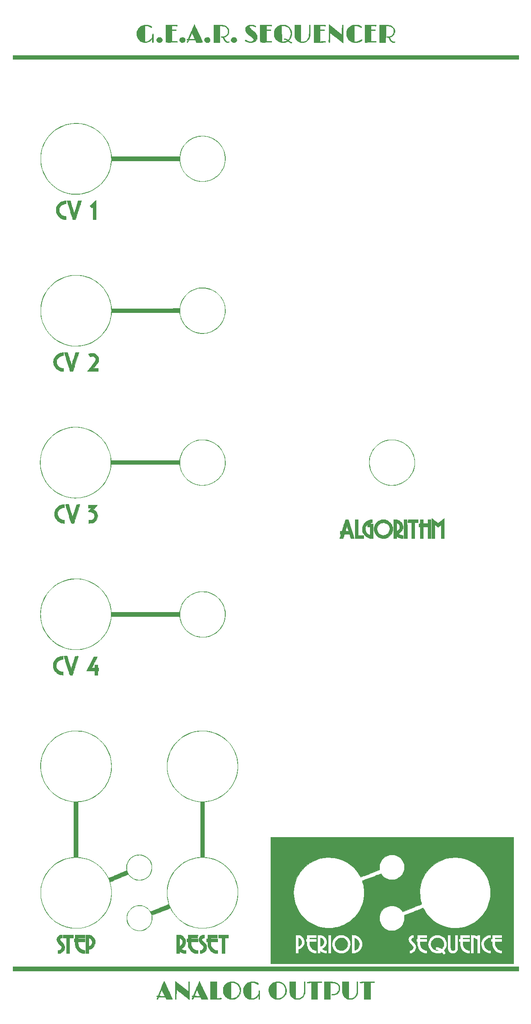
<source format=gbr>
G04 #@! TF.GenerationSoftware,KiCad,Pcbnew,5.1.10-88a1d61d58~90~ubuntu20.04.1*
G04 #@! TF.CreationDate,2021-10-03T08:03:09-04:00*
G04 #@! TF.ProjectId,gearseq_panel,67656172-7365-4715-9f70-616e656c2e6b,rev?*
G04 #@! TF.SameCoordinates,Original*
G04 #@! TF.FileFunction,Legend,Top*
G04 #@! TF.FilePolarity,Positive*
%FSLAX46Y46*%
G04 Gerber Fmt 4.6, Leading zero omitted, Abs format (unit mm)*
G04 Created by KiCad (PCBNEW 5.1.10-88a1d61d58~90~ubuntu20.04.1) date 2021-10-03 08:03:09*
%MOMM*%
%LPD*%
G01*
G04 APERTURE LIST*
%ADD10C,0.010000*%
G04 APERTURE END LIST*
D10*
G36*
X34747300Y-194489656D02*
G01*
X34760610Y-192583814D01*
X34824134Y-192567871D01*
X34850647Y-192560847D01*
X34873561Y-192556288D01*
X34893139Y-192557580D01*
X34909642Y-192568106D01*
X34923333Y-192591252D01*
X34934473Y-192630402D01*
X34943325Y-192688941D01*
X34950150Y-192770254D01*
X34955211Y-192877727D01*
X34958770Y-193014742D01*
X34961089Y-193184687D01*
X34962430Y-193390945D01*
X34963055Y-193636901D01*
X34963225Y-193925939D01*
X34963204Y-194261446D01*
X34963200Y-194364110D01*
X34962930Y-194657108D01*
X34962153Y-194934696D01*
X34960911Y-195192780D01*
X34959251Y-195427265D01*
X34957215Y-195634057D01*
X34954850Y-195809061D01*
X34952199Y-195948183D01*
X34949307Y-196047329D01*
X34946219Y-196102404D01*
X34944150Y-196112632D01*
X34921383Y-196097172D01*
X34862135Y-196052897D01*
X34769809Y-195982448D01*
X34647814Y-195888467D01*
X34499556Y-195773593D01*
X34328441Y-195640469D01*
X34137876Y-195491736D01*
X33931267Y-195330034D01*
X33712020Y-195158005D01*
X33650085Y-195109332D01*
X33428110Y-194934998D01*
X33217973Y-194770287D01*
X33023064Y-194617836D01*
X32846773Y-194480280D01*
X32692491Y-194360256D01*
X32563607Y-194260400D01*
X32463513Y-194183348D01*
X32395597Y-194131736D01*
X32363250Y-194108200D01*
X32361035Y-194107000D01*
X32357829Y-194131459D01*
X32354880Y-194201078D01*
X32352275Y-194310215D01*
X32350098Y-194453231D01*
X32348436Y-194624483D01*
X32347375Y-194818332D01*
X32347000Y-195029137D01*
X32347000Y-195030163D01*
X32346886Y-195271500D01*
X32346373Y-195467135D01*
X32345203Y-195622166D01*
X32343117Y-195741689D01*
X32339857Y-195830802D01*
X32335166Y-195894603D01*
X32328786Y-195938189D01*
X32320458Y-195966658D01*
X32309924Y-195985108D01*
X32298020Y-195997652D01*
X32241668Y-196025211D01*
X32183379Y-196021718D01*
X32143823Y-195989573D01*
X32139796Y-195979283D01*
X32138519Y-195949314D01*
X32137657Y-195872733D01*
X32137202Y-195753723D01*
X32137143Y-195596469D01*
X32137471Y-195405157D01*
X32138177Y-195183971D01*
X32139252Y-194937097D01*
X32140686Y-194668719D01*
X32142470Y-194383022D01*
X32143800Y-194191825D01*
X32156500Y-192435150D01*
X34747300Y-194489656D01*
G37*
X34747300Y-194489656D02*
X34760610Y-192583814D01*
X34824134Y-192567871D01*
X34850647Y-192560847D01*
X34873561Y-192556288D01*
X34893139Y-192557580D01*
X34909642Y-192568106D01*
X34923333Y-192591252D01*
X34934473Y-192630402D01*
X34943325Y-192688941D01*
X34950150Y-192770254D01*
X34955211Y-192877727D01*
X34958770Y-193014742D01*
X34961089Y-193184687D01*
X34962430Y-193390945D01*
X34963055Y-193636901D01*
X34963225Y-193925939D01*
X34963204Y-194261446D01*
X34963200Y-194364110D01*
X34962930Y-194657108D01*
X34962153Y-194934696D01*
X34960911Y-195192780D01*
X34959251Y-195427265D01*
X34957215Y-195634057D01*
X34954850Y-195809061D01*
X34952199Y-195948183D01*
X34949307Y-196047329D01*
X34946219Y-196102404D01*
X34944150Y-196112632D01*
X34921383Y-196097172D01*
X34862135Y-196052897D01*
X34769809Y-195982448D01*
X34647814Y-195888467D01*
X34499556Y-195773593D01*
X34328441Y-195640469D01*
X34137876Y-195491736D01*
X33931267Y-195330034D01*
X33712020Y-195158005D01*
X33650085Y-195109332D01*
X33428110Y-194934998D01*
X33217973Y-194770287D01*
X33023064Y-194617836D01*
X32846773Y-194480280D01*
X32692491Y-194360256D01*
X32563607Y-194260400D01*
X32463513Y-194183348D01*
X32395597Y-194131736D01*
X32363250Y-194108200D01*
X32361035Y-194107000D01*
X32357829Y-194131459D01*
X32354880Y-194201078D01*
X32352275Y-194310215D01*
X32350098Y-194453231D01*
X32348436Y-194624483D01*
X32347375Y-194818332D01*
X32347000Y-195029137D01*
X32347000Y-195030163D01*
X32346886Y-195271500D01*
X32346373Y-195467135D01*
X32345203Y-195622166D01*
X32343117Y-195741689D01*
X32339857Y-195830802D01*
X32335166Y-195894603D01*
X32328786Y-195938189D01*
X32320458Y-195966658D01*
X32309924Y-195985108D01*
X32298020Y-195997652D01*
X32241668Y-196025211D01*
X32183379Y-196021718D01*
X32143823Y-195989573D01*
X32139796Y-195979283D01*
X32138519Y-195949314D01*
X32137657Y-195872733D01*
X32137202Y-195753723D01*
X32137143Y-195596469D01*
X32137471Y-195405157D01*
X32138177Y-195183971D01*
X32139252Y-194937097D01*
X32140686Y-194668719D01*
X32142470Y-194383022D01*
X32143800Y-194191825D01*
X32156500Y-192435150D01*
X34747300Y-194489656D01*
G36*
X29949156Y-192478896D02*
G01*
X29980594Y-192542964D01*
X30029330Y-192644524D01*
X30093353Y-192779268D01*
X30170657Y-192942886D01*
X30259231Y-193131067D01*
X30357069Y-193339501D01*
X30462161Y-193563880D01*
X30572498Y-193799894D01*
X30686073Y-194043232D01*
X30800876Y-194289585D01*
X30914900Y-194534643D01*
X31026135Y-194774097D01*
X31132572Y-195003636D01*
X31232205Y-195218951D01*
X31323023Y-195415732D01*
X31403018Y-195589670D01*
X31470182Y-195736455D01*
X31522507Y-195851776D01*
X31557983Y-195931325D01*
X31573846Y-195968770D01*
X31575792Y-195982200D01*
X31566254Y-195992533D01*
X31539564Y-196000171D01*
X31490058Y-196005515D01*
X31412066Y-196008968D01*
X31299923Y-196010932D01*
X31147961Y-196011808D01*
X30964247Y-196012000D01*
X30338059Y-196012000D01*
X30234462Y-195796100D01*
X30130866Y-195580200D01*
X29511733Y-195580200D01*
X29339192Y-195579949D01*
X29183674Y-195579246D01*
X29052340Y-195578161D01*
X28952349Y-195576765D01*
X28890859Y-195575130D01*
X28874458Y-195573850D01*
X28857308Y-195592699D01*
X28826967Y-195648477D01*
X28788830Y-195730835D01*
X28771852Y-195770700D01*
X28709846Y-195905011D01*
X28653994Y-195991762D01*
X28601395Y-196033379D01*
X28549148Y-196032289D01*
X28500714Y-195997485D01*
X28474873Y-195968150D01*
X28465257Y-195938954D01*
X28474123Y-195898514D01*
X28503728Y-195835443D01*
X28549700Y-195750414D01*
X28593107Y-195669531D01*
X28624768Y-195606891D01*
X28638458Y-195574860D01*
X28638600Y-195573758D01*
X28616779Y-195558550D01*
X28564090Y-195542475D01*
X28562188Y-195542053D01*
X28492246Y-195509934D01*
X28453030Y-195459451D01*
X28447526Y-195403866D01*
X28478715Y-195356438D01*
X28483475Y-195354024D01*
X28952373Y-195354024D01*
X28972218Y-195368275D01*
X29023406Y-195376988D01*
X29115267Y-195383013D01*
X29125277Y-195383494D01*
X29277965Y-195389572D01*
X29435812Y-195393871D01*
X29590674Y-195396395D01*
X29734407Y-195397143D01*
X29858868Y-195396117D01*
X29955913Y-195393318D01*
X30017397Y-195388748D01*
X30035624Y-195383350D01*
X30025388Y-195354593D01*
X29996921Y-195288044D01*
X29953617Y-195190958D01*
X29898869Y-195070589D01*
X29836070Y-194934193D01*
X29768614Y-194789025D01*
X29699892Y-194642338D01*
X29633300Y-194501389D01*
X29572228Y-194373433D01*
X29520072Y-194265723D01*
X29480223Y-194185515D01*
X29456075Y-194140064D01*
X29450597Y-194132487D01*
X29438819Y-194154775D01*
X29411153Y-194216665D01*
X29370708Y-194310648D01*
X29320591Y-194429211D01*
X29263911Y-194564842D01*
X29203775Y-194710031D01*
X29143291Y-194857265D01*
X29085567Y-194999034D01*
X29033712Y-195127825D01*
X28990833Y-195236128D01*
X28960038Y-195316430D01*
X28954541Y-195331391D01*
X28952373Y-195354024D01*
X28483475Y-195354024D01*
X28516154Y-195337454D01*
X28576765Y-195330682D01*
X28650023Y-195336984D01*
X28733229Y-195352594D01*
X29327264Y-193904928D01*
X29432620Y-193648770D01*
X29532507Y-193407060D01*
X29625234Y-193183815D01*
X29709111Y-192983049D01*
X29782446Y-192808778D01*
X29843551Y-192665018D01*
X29890732Y-192555784D01*
X29922302Y-192485091D01*
X29936567Y-192456956D01*
X29937023Y-192456631D01*
X29949156Y-192478896D01*
G37*
X29949156Y-192478896D02*
X29980594Y-192542964D01*
X30029330Y-192644524D01*
X30093353Y-192779268D01*
X30170657Y-192942886D01*
X30259231Y-193131067D01*
X30357069Y-193339501D01*
X30462161Y-193563880D01*
X30572498Y-193799894D01*
X30686073Y-194043232D01*
X30800876Y-194289585D01*
X30914900Y-194534643D01*
X31026135Y-194774097D01*
X31132572Y-195003636D01*
X31232205Y-195218951D01*
X31323023Y-195415732D01*
X31403018Y-195589670D01*
X31470182Y-195736455D01*
X31522507Y-195851776D01*
X31557983Y-195931325D01*
X31573846Y-195968770D01*
X31575792Y-195982200D01*
X31566254Y-195992533D01*
X31539564Y-196000171D01*
X31490058Y-196005515D01*
X31412066Y-196008968D01*
X31299923Y-196010932D01*
X31147961Y-196011808D01*
X30964247Y-196012000D01*
X30338059Y-196012000D01*
X30234462Y-195796100D01*
X30130866Y-195580200D01*
X29511733Y-195580200D01*
X29339192Y-195579949D01*
X29183674Y-195579246D01*
X29052340Y-195578161D01*
X28952349Y-195576765D01*
X28890859Y-195575130D01*
X28874458Y-195573850D01*
X28857308Y-195592699D01*
X28826967Y-195648477D01*
X28788830Y-195730835D01*
X28771852Y-195770700D01*
X28709846Y-195905011D01*
X28653994Y-195991762D01*
X28601395Y-196033379D01*
X28549148Y-196032289D01*
X28500714Y-195997485D01*
X28474873Y-195968150D01*
X28465257Y-195938954D01*
X28474123Y-195898514D01*
X28503728Y-195835443D01*
X28549700Y-195750414D01*
X28593107Y-195669531D01*
X28624768Y-195606891D01*
X28638458Y-195574860D01*
X28638600Y-195573758D01*
X28616779Y-195558550D01*
X28564090Y-195542475D01*
X28562188Y-195542053D01*
X28492246Y-195509934D01*
X28453030Y-195459451D01*
X28447526Y-195403866D01*
X28478715Y-195356438D01*
X28483475Y-195354024D01*
X28952373Y-195354024D01*
X28972218Y-195368275D01*
X29023406Y-195376988D01*
X29115267Y-195383013D01*
X29125277Y-195383494D01*
X29277965Y-195389572D01*
X29435812Y-195393871D01*
X29590674Y-195396395D01*
X29734407Y-195397143D01*
X29858868Y-195396117D01*
X29955913Y-195393318D01*
X30017397Y-195388748D01*
X30035624Y-195383350D01*
X30025388Y-195354593D01*
X29996921Y-195288044D01*
X29953617Y-195190958D01*
X29898869Y-195070589D01*
X29836070Y-194934193D01*
X29768614Y-194789025D01*
X29699892Y-194642338D01*
X29633300Y-194501389D01*
X29572228Y-194373433D01*
X29520072Y-194265723D01*
X29480223Y-194185515D01*
X29456075Y-194140064D01*
X29450597Y-194132487D01*
X29438819Y-194154775D01*
X29411153Y-194216665D01*
X29370708Y-194310648D01*
X29320591Y-194429211D01*
X29263911Y-194564842D01*
X29203775Y-194710031D01*
X29143291Y-194857265D01*
X29085567Y-194999034D01*
X29033712Y-195127825D01*
X28990833Y-195236128D01*
X28960038Y-195316430D01*
X28954541Y-195331391D01*
X28952373Y-195354024D01*
X28483475Y-195354024D01*
X28516154Y-195337454D01*
X28576765Y-195330682D01*
X28650023Y-195336984D01*
X28733229Y-195352594D01*
X29327264Y-193904928D01*
X29432620Y-193648770D01*
X29532507Y-193407060D01*
X29625234Y-193183815D01*
X29709111Y-192983049D01*
X29782446Y-192808778D01*
X29843551Y-192665018D01*
X29890732Y-192555784D01*
X29922302Y-192485091D01*
X29936567Y-192456956D01*
X29937023Y-192456631D01*
X29949156Y-192478896D01*
G36*
X36919626Y-192505146D02*
G01*
X36952332Y-192568308D01*
X37002236Y-192669001D01*
X37067323Y-192802916D01*
X37145576Y-192965742D01*
X37234982Y-193153169D01*
X37333525Y-193360887D01*
X37439190Y-193584584D01*
X37549963Y-193819952D01*
X37663827Y-194062680D01*
X37778768Y-194308457D01*
X37892770Y-194552974D01*
X38003820Y-194791919D01*
X38109901Y-195020984D01*
X38208998Y-195235857D01*
X38299097Y-195432228D01*
X38378183Y-195605787D01*
X38444239Y-195752223D01*
X38495252Y-195867227D01*
X38529206Y-195946489D01*
X38544086Y-195985697D01*
X38544600Y-195988513D01*
X38520110Y-195995566D01*
X38450269Y-196001623D01*
X38340520Y-196006478D01*
X38196306Y-196009924D01*
X38023069Y-196011754D01*
X37925466Y-196012000D01*
X37306333Y-196012000D01*
X37202737Y-195796100D01*
X37099140Y-195580200D01*
X36475670Y-195580200D01*
X36302446Y-195580368D01*
X36146171Y-195580840D01*
X36013992Y-195581569D01*
X35913054Y-195582507D01*
X35850504Y-195583606D01*
X35833150Y-195584491D01*
X35815237Y-195608360D01*
X35784473Y-195667999D01*
X35746642Y-195751919D01*
X35735249Y-195778977D01*
X35670705Y-195914468D01*
X35609836Y-195999980D01*
X35551924Y-196036142D01*
X35496254Y-196023587D01*
X35476280Y-196006920D01*
X35451389Y-195966092D01*
X35451689Y-195911392D01*
X35479016Y-195833869D01*
X35533528Y-195727591D01*
X35621256Y-195569308D01*
X35542313Y-195543004D01*
X35458497Y-195500098D01*
X35420422Y-195449083D01*
X35426079Y-195399194D01*
X35467911Y-195364300D01*
X35907137Y-195364300D01*
X36089218Y-195378773D01*
X36232827Y-195388123D01*
X36384580Y-195394470D01*
X36536069Y-195397871D01*
X36678884Y-195398384D01*
X36804614Y-195396065D01*
X36904849Y-195390970D01*
X36971181Y-195383157D01*
X36995199Y-195372682D01*
X36995200Y-195372668D01*
X36985098Y-195345403D01*
X36957033Y-195279432D01*
X36914363Y-195182158D01*
X36860448Y-195060983D01*
X36798648Y-194923311D01*
X36732321Y-194776543D01*
X36664827Y-194628082D01*
X36599526Y-194485332D01*
X36539776Y-194355693D01*
X36488937Y-194246569D01*
X36450369Y-194165363D01*
X36427430Y-194119477D01*
X36423438Y-194112743D01*
X36412935Y-194133389D01*
X36385950Y-194195135D01*
X36345002Y-194291968D01*
X36292611Y-194417878D01*
X36231296Y-194566851D01*
X36163576Y-194732875D01*
X36162695Y-194735043D01*
X35907137Y-195364300D01*
X35467911Y-195364300D01*
X35473464Y-195359668D01*
X35560570Y-195339740D01*
X35586654Y-195338900D01*
X35708491Y-195338900D01*
X36294695Y-193915435D01*
X36399730Y-193661234D01*
X36499549Y-193421306D01*
X36592411Y-193199726D01*
X36676574Y-193000574D01*
X36750297Y-192827924D01*
X36811839Y-192685855D01*
X36859458Y-192578445D01*
X36891413Y-192509769D01*
X36905963Y-192483905D01*
X36906132Y-192483826D01*
X36919626Y-192505146D01*
G37*
X36919626Y-192505146D02*
X36952332Y-192568308D01*
X37002236Y-192669001D01*
X37067323Y-192802916D01*
X37145576Y-192965742D01*
X37234982Y-193153169D01*
X37333525Y-193360887D01*
X37439190Y-193584584D01*
X37549963Y-193819952D01*
X37663827Y-194062680D01*
X37778768Y-194308457D01*
X37892770Y-194552974D01*
X38003820Y-194791919D01*
X38109901Y-195020984D01*
X38208998Y-195235857D01*
X38299097Y-195432228D01*
X38378183Y-195605787D01*
X38444239Y-195752223D01*
X38495252Y-195867227D01*
X38529206Y-195946489D01*
X38544086Y-195985697D01*
X38544600Y-195988513D01*
X38520110Y-195995566D01*
X38450269Y-196001623D01*
X38340520Y-196006478D01*
X38196306Y-196009924D01*
X38023069Y-196011754D01*
X37925466Y-196012000D01*
X37306333Y-196012000D01*
X37202737Y-195796100D01*
X37099140Y-195580200D01*
X36475670Y-195580200D01*
X36302446Y-195580368D01*
X36146171Y-195580840D01*
X36013992Y-195581569D01*
X35913054Y-195582507D01*
X35850504Y-195583606D01*
X35833150Y-195584491D01*
X35815237Y-195608360D01*
X35784473Y-195667999D01*
X35746642Y-195751919D01*
X35735249Y-195778977D01*
X35670705Y-195914468D01*
X35609836Y-195999980D01*
X35551924Y-196036142D01*
X35496254Y-196023587D01*
X35476280Y-196006920D01*
X35451389Y-195966092D01*
X35451689Y-195911392D01*
X35479016Y-195833869D01*
X35533528Y-195727591D01*
X35621256Y-195569308D01*
X35542313Y-195543004D01*
X35458497Y-195500098D01*
X35420422Y-195449083D01*
X35426079Y-195399194D01*
X35467911Y-195364300D01*
X35907137Y-195364300D01*
X36089218Y-195378773D01*
X36232827Y-195388123D01*
X36384580Y-195394470D01*
X36536069Y-195397871D01*
X36678884Y-195398384D01*
X36804614Y-195396065D01*
X36904849Y-195390970D01*
X36971181Y-195383157D01*
X36995199Y-195372682D01*
X36995200Y-195372668D01*
X36985098Y-195345403D01*
X36957033Y-195279432D01*
X36914363Y-195182158D01*
X36860448Y-195060983D01*
X36798648Y-194923311D01*
X36732321Y-194776543D01*
X36664827Y-194628082D01*
X36599526Y-194485332D01*
X36539776Y-194355693D01*
X36488937Y-194246569D01*
X36450369Y-194165363D01*
X36427430Y-194119477D01*
X36423438Y-194112743D01*
X36412935Y-194133389D01*
X36385950Y-194195135D01*
X36345002Y-194291968D01*
X36292611Y-194417878D01*
X36231296Y-194566851D01*
X36163576Y-194732875D01*
X36162695Y-194735043D01*
X35907137Y-195364300D01*
X35467911Y-195364300D01*
X35473464Y-195359668D01*
X35560570Y-195339740D01*
X35586654Y-195338900D01*
X35708491Y-195338900D01*
X36294695Y-193915435D01*
X36399730Y-193661234D01*
X36499549Y-193421306D01*
X36592411Y-193199726D01*
X36676574Y-193000574D01*
X36750297Y-192827924D01*
X36811839Y-192685855D01*
X36859458Y-192578445D01*
X36891413Y-192509769D01*
X36905963Y-192483905D01*
X36906132Y-192483826D01*
X36919626Y-192505146D01*
G36*
X43658470Y-192565948D02*
G01*
X43814398Y-192593002D01*
X44085797Y-192682851D01*
X44329665Y-192812428D01*
X44543863Y-192977459D01*
X44726251Y-193173675D01*
X44874692Y-193396802D01*
X44987044Y-193642569D01*
X45061170Y-193906704D01*
X45094930Y-194184936D01*
X45086185Y-194472993D01*
X45032795Y-194766603D01*
X44983838Y-194928298D01*
X44867881Y-195187133D01*
X44710918Y-195418848D01*
X44517007Y-195619777D01*
X44290207Y-195786254D01*
X44034575Y-195914609D01*
X43811969Y-195987400D01*
X43689542Y-196009991D01*
X43534553Y-196026050D01*
X43364906Y-196034871D01*
X43198503Y-196035745D01*
X43053248Y-196027968D01*
X42989600Y-196019870D01*
X42784183Y-195966773D01*
X42569832Y-195878508D01*
X42361855Y-195763430D01*
X42175561Y-195629898D01*
X42039385Y-195501176D01*
X41867095Y-195272358D01*
X41733408Y-195015184D01*
X41640474Y-194736680D01*
X41590442Y-194443870D01*
X41585464Y-194143780D01*
X41593939Y-194045552D01*
X41650330Y-193759750D01*
X41751220Y-193495272D01*
X41893536Y-193255634D01*
X42074200Y-193044348D01*
X42290139Y-192864928D01*
X42513277Y-192735400D01*
X43116600Y-192735400D01*
X43116600Y-195859600D01*
X43341136Y-195859600D01*
X43556550Y-195846469D01*
X43760205Y-195809840D01*
X43764016Y-195808872D01*
X44019045Y-195718679D01*
X44247517Y-195587561D01*
X44446387Y-195419624D01*
X44612614Y-195218972D01*
X44743155Y-194989711D01*
X44834966Y-194735944D01*
X44885005Y-194461779D01*
X44893717Y-194284800D01*
X44871611Y-193996775D01*
X44804788Y-193732341D01*
X44692489Y-193489626D01*
X44533956Y-193266763D01*
X44439705Y-193164776D01*
X44243811Y-192995204D01*
X44037020Y-192870496D01*
X43812146Y-192787779D01*
X43562004Y-192744181D01*
X43365263Y-192735400D01*
X43116600Y-192735400D01*
X42513277Y-192735400D01*
X42538277Y-192720888D01*
X42815538Y-192615742D01*
X42854967Y-192604736D01*
X43032576Y-192570720D01*
X43238803Y-192552757D01*
X43453987Y-192551086D01*
X43658470Y-192565948D01*
G37*
X43658470Y-192565948D02*
X43814398Y-192593002D01*
X44085797Y-192682851D01*
X44329665Y-192812428D01*
X44543863Y-192977459D01*
X44726251Y-193173675D01*
X44874692Y-193396802D01*
X44987044Y-193642569D01*
X45061170Y-193906704D01*
X45094930Y-194184936D01*
X45086185Y-194472993D01*
X45032795Y-194766603D01*
X44983838Y-194928298D01*
X44867881Y-195187133D01*
X44710918Y-195418848D01*
X44517007Y-195619777D01*
X44290207Y-195786254D01*
X44034575Y-195914609D01*
X43811969Y-195987400D01*
X43689542Y-196009991D01*
X43534553Y-196026050D01*
X43364906Y-196034871D01*
X43198503Y-196035745D01*
X43053248Y-196027968D01*
X42989600Y-196019870D01*
X42784183Y-195966773D01*
X42569832Y-195878508D01*
X42361855Y-195763430D01*
X42175561Y-195629898D01*
X42039385Y-195501176D01*
X41867095Y-195272358D01*
X41733408Y-195015184D01*
X41640474Y-194736680D01*
X41590442Y-194443870D01*
X41585464Y-194143780D01*
X41593939Y-194045552D01*
X41650330Y-193759750D01*
X41751220Y-193495272D01*
X41893536Y-193255634D01*
X42074200Y-193044348D01*
X42290139Y-192864928D01*
X42513277Y-192735400D01*
X43116600Y-192735400D01*
X43116600Y-195859600D01*
X43341136Y-195859600D01*
X43556550Y-195846469D01*
X43760205Y-195809840D01*
X43764016Y-195808872D01*
X44019045Y-195718679D01*
X44247517Y-195587561D01*
X44446387Y-195419624D01*
X44612614Y-195218972D01*
X44743155Y-194989711D01*
X44834966Y-194735944D01*
X44885005Y-194461779D01*
X44893717Y-194284800D01*
X44871611Y-193996775D01*
X44804788Y-193732341D01*
X44692489Y-193489626D01*
X44533956Y-193266763D01*
X44439705Y-193164776D01*
X44243811Y-192995204D01*
X44037020Y-192870496D01*
X43812146Y-192787779D01*
X43562004Y-192744181D01*
X43365263Y-192735400D01*
X43116600Y-192735400D01*
X42513277Y-192735400D01*
X42538277Y-192720888D01*
X42815538Y-192615742D01*
X42854967Y-192604736D01*
X43032576Y-192570720D01*
X43238803Y-192552757D01*
X43453987Y-192551086D01*
X43658470Y-192565948D01*
G36*
X47782361Y-192577610D02*
G01*
X48064886Y-192650319D01*
X48304481Y-192753162D01*
X48443534Y-192836248D01*
X48532340Y-192913040D01*
X48571033Y-192983726D01*
X48559751Y-193048495D01*
X48537685Y-193076485D01*
X48504374Y-193103640D01*
X48469656Y-193111430D01*
X48423903Y-193096800D01*
X48357483Y-193056694D01*
X48262113Y-192989038D01*
X48068143Y-192869184D01*
X47866488Y-192790045D01*
X47646199Y-192748430D01*
X47409200Y-192740765D01*
X47142500Y-192748100D01*
X47135954Y-194303850D01*
X47129409Y-195859600D01*
X47277941Y-195859600D01*
X47424891Y-195847598D01*
X47593730Y-195815170D01*
X47762585Y-195767684D01*
X47909579Y-195710506D01*
X47933814Y-195698693D01*
X48147075Y-195562315D01*
X48336765Y-195384133D01*
X48497477Y-195169782D01*
X48576448Y-195028770D01*
X48616686Y-194945131D01*
X48640550Y-194881123D01*
X48651094Y-194819060D01*
X48651373Y-194741257D01*
X48644703Y-194633682D01*
X48639417Y-194508643D01*
X48642780Y-194414127D01*
X48654433Y-194359837D01*
X48654833Y-194359068D01*
X48695675Y-194323621D01*
X48753682Y-194310369D01*
X48805113Y-194322473D01*
X48819822Y-194337091D01*
X48823920Y-194368255D01*
X48827699Y-194443898D01*
X48831027Y-194557698D01*
X48833770Y-194703334D01*
X48835798Y-194874486D01*
X48836977Y-195064833D01*
X48837208Y-195166951D01*
X48837254Y-195390925D01*
X48836721Y-195569513D01*
X48835316Y-195708126D01*
X48832745Y-195812177D01*
X48828715Y-195887079D01*
X48822931Y-195938244D01*
X48815102Y-195971084D01*
X48804933Y-195991012D01*
X48792130Y-196003441D01*
X48791833Y-196003659D01*
X48740096Y-196033400D01*
X48700958Y-196025886D01*
X48669188Y-195998359D01*
X48653160Y-195974388D01*
X48643124Y-195935150D01*
X48638493Y-195872003D01*
X48638679Y-195776302D01*
X48643095Y-195639405D01*
X48643722Y-195623709D01*
X48657297Y-195288100D01*
X48598823Y-195364300D01*
X48406328Y-195582397D01*
X48196562Y-195755297D01*
X47963698Y-195887299D01*
X47802900Y-195951262D01*
X47621342Y-195997478D01*
X47410753Y-196025607D01*
X47189150Y-196035029D01*
X46974554Y-196025122D01*
X46784982Y-195995263D01*
X46753923Y-195987457D01*
X46546606Y-195917949D01*
X46363434Y-195824604D01*
X46189870Y-195698797D01*
X46047606Y-195568427D01*
X45872739Y-195369080D01*
X45740316Y-195157169D01*
X45647777Y-194926130D01*
X45592564Y-194669399D01*
X45572116Y-194380411D01*
X45571882Y-194348300D01*
X45579710Y-194130762D01*
X45607060Y-193942457D01*
X45658378Y-193764103D01*
X45738112Y-193576421D01*
X45760415Y-193530953D01*
X45906656Y-193293464D01*
X46093965Y-193078263D01*
X46314972Y-192892321D01*
X46562309Y-192742608D01*
X46625703Y-192712420D01*
X46900972Y-192614436D01*
X47191464Y-192559452D01*
X47488241Y-192547248D01*
X47782361Y-192577610D01*
G37*
X47782361Y-192577610D02*
X48064886Y-192650319D01*
X48304481Y-192753162D01*
X48443534Y-192836248D01*
X48532340Y-192913040D01*
X48571033Y-192983726D01*
X48559751Y-193048495D01*
X48537685Y-193076485D01*
X48504374Y-193103640D01*
X48469656Y-193111430D01*
X48423903Y-193096800D01*
X48357483Y-193056694D01*
X48262113Y-192989038D01*
X48068143Y-192869184D01*
X47866488Y-192790045D01*
X47646199Y-192748430D01*
X47409200Y-192740765D01*
X47142500Y-192748100D01*
X47135954Y-194303850D01*
X47129409Y-195859600D01*
X47277941Y-195859600D01*
X47424891Y-195847598D01*
X47593730Y-195815170D01*
X47762585Y-195767684D01*
X47909579Y-195710506D01*
X47933814Y-195698693D01*
X48147075Y-195562315D01*
X48336765Y-195384133D01*
X48497477Y-195169782D01*
X48576448Y-195028770D01*
X48616686Y-194945131D01*
X48640550Y-194881123D01*
X48651094Y-194819060D01*
X48651373Y-194741257D01*
X48644703Y-194633682D01*
X48639417Y-194508643D01*
X48642780Y-194414127D01*
X48654433Y-194359837D01*
X48654833Y-194359068D01*
X48695675Y-194323621D01*
X48753682Y-194310369D01*
X48805113Y-194322473D01*
X48819822Y-194337091D01*
X48823920Y-194368255D01*
X48827699Y-194443898D01*
X48831027Y-194557698D01*
X48833770Y-194703334D01*
X48835798Y-194874486D01*
X48836977Y-195064833D01*
X48837208Y-195166951D01*
X48837254Y-195390925D01*
X48836721Y-195569513D01*
X48835316Y-195708126D01*
X48832745Y-195812177D01*
X48828715Y-195887079D01*
X48822931Y-195938244D01*
X48815102Y-195971084D01*
X48804933Y-195991012D01*
X48792130Y-196003441D01*
X48791833Y-196003659D01*
X48740096Y-196033400D01*
X48700958Y-196025886D01*
X48669188Y-195998359D01*
X48653160Y-195974388D01*
X48643124Y-195935150D01*
X48638493Y-195872003D01*
X48638679Y-195776302D01*
X48643095Y-195639405D01*
X48643722Y-195623709D01*
X48657297Y-195288100D01*
X48598823Y-195364300D01*
X48406328Y-195582397D01*
X48196562Y-195755297D01*
X47963698Y-195887299D01*
X47802900Y-195951262D01*
X47621342Y-195997478D01*
X47410753Y-196025607D01*
X47189150Y-196035029D01*
X46974554Y-196025122D01*
X46784982Y-195995263D01*
X46753923Y-195987457D01*
X46546606Y-195917949D01*
X46363434Y-195824604D01*
X46189870Y-195698797D01*
X46047606Y-195568427D01*
X45872739Y-195369080D01*
X45740316Y-195157169D01*
X45647777Y-194926130D01*
X45592564Y-194669399D01*
X45572116Y-194380411D01*
X45571882Y-194348300D01*
X45579710Y-194130762D01*
X45607060Y-193942457D01*
X45658378Y-193764103D01*
X45738112Y-193576421D01*
X45760415Y-193530953D01*
X45906656Y-193293464D01*
X46093965Y-193078263D01*
X46314972Y-192892321D01*
X46562309Y-192742608D01*
X46625703Y-192712420D01*
X46900972Y-192614436D01*
X47191464Y-192559452D01*
X47488241Y-192547248D01*
X47782361Y-192577610D01*
G36*
X52673994Y-192562719D02*
G01*
X52945867Y-192621250D01*
X53205416Y-192720696D01*
X53329742Y-192786828D01*
X53550989Y-192945646D01*
X53740667Y-193140534D01*
X53896199Y-193365849D01*
X54015010Y-193615949D01*
X54094521Y-193885189D01*
X54132158Y-194167928D01*
X54125343Y-194458521D01*
X54118709Y-194514919D01*
X54082267Y-194710227D01*
X54027050Y-194907177D01*
X53959096Y-195086525D01*
X53905494Y-195194269D01*
X53748719Y-195419562D01*
X53553691Y-195618267D01*
X53328467Y-195784499D01*
X53081103Y-195912372D01*
X52819658Y-195996000D01*
X52802998Y-195999631D01*
X52665991Y-196019837D01*
X52499761Y-196031038D01*
X52321361Y-196033295D01*
X52147841Y-196026668D01*
X51996253Y-196011218D01*
X51917700Y-195996506D01*
X51658231Y-195908665D01*
X51415190Y-195776684D01*
X51194694Y-195606167D01*
X51002859Y-195402716D01*
X50845802Y-195171935D01*
X50729640Y-194919427D01*
X50723825Y-194902898D01*
X50653623Y-194633177D01*
X50621154Y-194348551D01*
X50627281Y-194064943D01*
X50665580Y-193827600D01*
X50711638Y-193683718D01*
X50782836Y-193520835D01*
X50870096Y-193357496D01*
X50964341Y-193212248D01*
X50971538Y-193202467D01*
X51147768Y-193006648D01*
X51357152Y-192843729D01*
X51555565Y-192735400D01*
X52159000Y-192735400D01*
X52159000Y-195865992D01*
X52444750Y-195854171D01*
X52601886Y-195844436D01*
X52726904Y-195828021D01*
X52838358Y-195801852D01*
X52920426Y-195775311D01*
X53172089Y-195661007D01*
X53393530Y-195507604D01*
X53581210Y-195318121D01*
X53731594Y-195095578D01*
X53744141Y-195072200D01*
X53818664Y-194917834D01*
X53870153Y-194776354D01*
X53902240Y-194631739D01*
X53918561Y-194467974D01*
X53922774Y-194284800D01*
X53921633Y-194145024D01*
X53916800Y-194040586D01*
X53906052Y-193956044D01*
X53887163Y-193875956D01*
X53857911Y-193784883D01*
X53845778Y-193750278D01*
X53728764Y-193489933D01*
X53575335Y-193263415D01*
X53387880Y-193072959D01*
X53168794Y-192920802D01*
X52920467Y-192809182D01*
X52801089Y-192773105D01*
X52707306Y-192755812D01*
X52583873Y-192742747D01*
X52451892Y-192735933D01*
X52407663Y-192735400D01*
X52159000Y-192735400D01*
X51555565Y-192735400D01*
X51593194Y-192714856D01*
X51849396Y-192621173D01*
X52119261Y-192563826D01*
X52396293Y-192543960D01*
X52673994Y-192562719D01*
G37*
X52673994Y-192562719D02*
X52945867Y-192621250D01*
X53205416Y-192720696D01*
X53329742Y-192786828D01*
X53550989Y-192945646D01*
X53740667Y-193140534D01*
X53896199Y-193365849D01*
X54015010Y-193615949D01*
X54094521Y-193885189D01*
X54132158Y-194167928D01*
X54125343Y-194458521D01*
X54118709Y-194514919D01*
X54082267Y-194710227D01*
X54027050Y-194907177D01*
X53959096Y-195086525D01*
X53905494Y-195194269D01*
X53748719Y-195419562D01*
X53553691Y-195618267D01*
X53328467Y-195784499D01*
X53081103Y-195912372D01*
X52819658Y-195996000D01*
X52802998Y-195999631D01*
X52665991Y-196019837D01*
X52499761Y-196031038D01*
X52321361Y-196033295D01*
X52147841Y-196026668D01*
X51996253Y-196011218D01*
X51917700Y-195996506D01*
X51658231Y-195908665D01*
X51415190Y-195776684D01*
X51194694Y-195606167D01*
X51002859Y-195402716D01*
X50845802Y-195171935D01*
X50729640Y-194919427D01*
X50723825Y-194902898D01*
X50653623Y-194633177D01*
X50621154Y-194348551D01*
X50627281Y-194064943D01*
X50665580Y-193827600D01*
X50711638Y-193683718D01*
X50782836Y-193520835D01*
X50870096Y-193357496D01*
X50964341Y-193212248D01*
X50971538Y-193202467D01*
X51147768Y-193006648D01*
X51357152Y-192843729D01*
X51555565Y-192735400D01*
X52159000Y-192735400D01*
X52159000Y-195865992D01*
X52444750Y-195854171D01*
X52601886Y-195844436D01*
X52726904Y-195828021D01*
X52838358Y-195801852D01*
X52920426Y-195775311D01*
X53172089Y-195661007D01*
X53393530Y-195507604D01*
X53581210Y-195318121D01*
X53731594Y-195095578D01*
X53744141Y-195072200D01*
X53818664Y-194917834D01*
X53870153Y-194776354D01*
X53902240Y-194631739D01*
X53918561Y-194467974D01*
X53922774Y-194284800D01*
X53921633Y-194145024D01*
X53916800Y-194040586D01*
X53906052Y-193956044D01*
X53887163Y-193875956D01*
X53857911Y-193784883D01*
X53845778Y-193750278D01*
X53728764Y-193489933D01*
X53575335Y-193263415D01*
X53387880Y-193072959D01*
X53168794Y-192920802D01*
X52920467Y-192809182D01*
X52801089Y-192773105D01*
X52707306Y-192755812D01*
X52583873Y-192742747D01*
X52451892Y-192735933D01*
X52407663Y-192735400D01*
X52159000Y-192735400D01*
X51555565Y-192735400D01*
X51593194Y-192714856D01*
X51849396Y-192621173D01*
X52119261Y-192563826D01*
X52396293Y-192543960D01*
X52673994Y-192562719D01*
G36*
X57749473Y-192559298D02*
G01*
X57769802Y-192566650D01*
X57786181Y-192584418D01*
X57798963Y-192616976D01*
X57808504Y-192668697D01*
X57815157Y-192743956D01*
X57819277Y-192847126D01*
X57821218Y-192982582D01*
X57821334Y-193154696D01*
X57819981Y-193367844D01*
X57817512Y-193626398D01*
X57816817Y-193693339D01*
X57813964Y-193955180D01*
X57811194Y-194171631D01*
X57808216Y-194348100D01*
X57804737Y-194489994D01*
X57800464Y-194602722D01*
X57795107Y-194691693D01*
X57788373Y-194762313D01*
X57779969Y-194819992D01*
X57769605Y-194870138D01*
X57756986Y-194918158D01*
X57749229Y-194944785D01*
X57647204Y-195209903D01*
X57509465Y-195444099D01*
X57339289Y-195644173D01*
X57139953Y-195806923D01*
X56914732Y-195929148D01*
X56666904Y-196007646D01*
X56659899Y-196009136D01*
X56542511Y-196025133D01*
X56392556Y-196033260D01*
X56227370Y-196033766D01*
X56064292Y-196026903D01*
X55920659Y-196012923D01*
X55832981Y-195997166D01*
X55599609Y-195916261D01*
X55381869Y-195793435D01*
X55188236Y-195635415D01*
X55027185Y-195448930D01*
X54923100Y-195274836D01*
X54883611Y-195191451D01*
X54850608Y-195114012D01*
X54823512Y-195037091D01*
X54801742Y-194955263D01*
X54784720Y-194863100D01*
X54771866Y-194755176D01*
X54762602Y-194626063D01*
X54756347Y-194470335D01*
X54752524Y-194282565D01*
X54750552Y-194057327D01*
X54749853Y-193789193D01*
X54749800Y-193651135D01*
X54749800Y-192583000D01*
X55969000Y-192583000D01*
X55969000Y-195828275D01*
X56026150Y-195843590D01*
X56105034Y-195854917D01*
X56218346Y-195859036D01*
X56350309Y-195856505D01*
X56485147Y-195847886D01*
X56607085Y-195833738D01*
X56677999Y-195820451D01*
X56788859Y-195787869D01*
X56901855Y-195744623D01*
X56965768Y-195714091D01*
X57089887Y-195627760D01*
X57216357Y-195507477D01*
X57332088Y-195367686D01*
X57423989Y-195222829D01*
X57440284Y-195190514D01*
X57478278Y-195109238D01*
X57509905Y-195035122D01*
X57535780Y-194962592D01*
X57556519Y-194886080D01*
X57572738Y-194800014D01*
X57585053Y-194698823D01*
X57594081Y-194576937D01*
X57600436Y-194428785D01*
X57604736Y-194248796D01*
X57607596Y-194031400D01*
X57609631Y-193771025D01*
X57610360Y-193652357D01*
X57611979Y-193388369D01*
X57613737Y-193170706D01*
X57616101Y-192994894D01*
X57619540Y-192856458D01*
X57624522Y-192750925D01*
X57631515Y-192673820D01*
X57640986Y-192620670D01*
X57653405Y-192587000D01*
X57669238Y-192568336D01*
X57688954Y-192560205D01*
X57713021Y-192558132D01*
X57724839Y-192557988D01*
X57749473Y-192559298D01*
G37*
X57749473Y-192559298D02*
X57769802Y-192566650D01*
X57786181Y-192584418D01*
X57798963Y-192616976D01*
X57808504Y-192668697D01*
X57815157Y-192743956D01*
X57819277Y-192847126D01*
X57821218Y-192982582D01*
X57821334Y-193154696D01*
X57819981Y-193367844D01*
X57817512Y-193626398D01*
X57816817Y-193693339D01*
X57813964Y-193955180D01*
X57811194Y-194171631D01*
X57808216Y-194348100D01*
X57804737Y-194489994D01*
X57800464Y-194602722D01*
X57795107Y-194691693D01*
X57788373Y-194762313D01*
X57779969Y-194819992D01*
X57769605Y-194870138D01*
X57756986Y-194918158D01*
X57749229Y-194944785D01*
X57647204Y-195209903D01*
X57509465Y-195444099D01*
X57339289Y-195644173D01*
X57139953Y-195806923D01*
X56914732Y-195929148D01*
X56666904Y-196007646D01*
X56659899Y-196009136D01*
X56542511Y-196025133D01*
X56392556Y-196033260D01*
X56227370Y-196033766D01*
X56064292Y-196026903D01*
X55920659Y-196012923D01*
X55832981Y-195997166D01*
X55599609Y-195916261D01*
X55381869Y-195793435D01*
X55188236Y-195635415D01*
X55027185Y-195448930D01*
X54923100Y-195274836D01*
X54883611Y-195191451D01*
X54850608Y-195114012D01*
X54823512Y-195037091D01*
X54801742Y-194955263D01*
X54784720Y-194863100D01*
X54771866Y-194755176D01*
X54762602Y-194626063D01*
X54756347Y-194470335D01*
X54752524Y-194282565D01*
X54750552Y-194057327D01*
X54749853Y-193789193D01*
X54749800Y-193651135D01*
X54749800Y-192583000D01*
X55969000Y-192583000D01*
X55969000Y-195828275D01*
X56026150Y-195843590D01*
X56105034Y-195854917D01*
X56218346Y-195859036D01*
X56350309Y-195856505D01*
X56485147Y-195847886D01*
X56607085Y-195833738D01*
X56677999Y-195820451D01*
X56788859Y-195787869D01*
X56901855Y-195744623D01*
X56965768Y-195714091D01*
X57089887Y-195627760D01*
X57216357Y-195507477D01*
X57332088Y-195367686D01*
X57423989Y-195222829D01*
X57440284Y-195190514D01*
X57478278Y-195109238D01*
X57509905Y-195035122D01*
X57535780Y-194962592D01*
X57556519Y-194886080D01*
X57572738Y-194800014D01*
X57585053Y-194698823D01*
X57594081Y-194576937D01*
X57600436Y-194428785D01*
X57604736Y-194248796D01*
X57607596Y-194031400D01*
X57609631Y-193771025D01*
X57610360Y-193652357D01*
X57611979Y-193388369D01*
X57613737Y-193170706D01*
X57616101Y-192994894D01*
X57619540Y-192856458D01*
X57624522Y-192750925D01*
X57631515Y-192673820D01*
X57640986Y-192620670D01*
X57653405Y-192587000D01*
X57669238Y-192568336D01*
X57688954Y-192560205D01*
X57713021Y-192558132D01*
X57724839Y-192557988D01*
X57749473Y-192559298D01*
G36*
X68217900Y-192577929D02*
G01*
X68228649Y-192589350D01*
X68232725Y-192620856D01*
X68236130Y-192697665D01*
X68238807Y-192814284D01*
X68240695Y-192965217D01*
X68241736Y-193144973D01*
X68241871Y-193348056D01*
X68241040Y-193568973D01*
X68240321Y-193674668D01*
X68238055Y-193939891D01*
X68235593Y-194159724D01*
X68232689Y-194339580D01*
X68229100Y-194484867D01*
X68224580Y-194600999D01*
X68218887Y-194693384D01*
X68211775Y-194767434D01*
X68203000Y-194828560D01*
X68192318Y-194882173D01*
X68184314Y-194915253D01*
X68092301Y-195182407D01*
X67962054Y-195418965D01*
X67796257Y-195622162D01*
X67597591Y-195789233D01*
X67368739Y-195917414D01*
X67133313Y-195998750D01*
X67013281Y-196019380D01*
X66860143Y-196031326D01*
X66690847Y-196034601D01*
X66522335Y-196029219D01*
X66371555Y-196015194D01*
X66276310Y-195998058D01*
X66033299Y-195914780D01*
X65810828Y-195790260D01*
X65615729Y-195629878D01*
X65454829Y-195439014D01*
X65358899Y-195275400D01*
X65318451Y-195191368D01*
X65284655Y-195116358D01*
X65256863Y-195044891D01*
X65234427Y-194971492D01*
X65216697Y-194890682D01*
X65203026Y-194796986D01*
X65192763Y-194684926D01*
X65185261Y-194549025D01*
X65179872Y-194383807D01*
X65175945Y-194183794D01*
X65172833Y-193943510D01*
X65170126Y-193681550D01*
X65159226Y-192583000D01*
X66408400Y-192583000D01*
X66408400Y-195828275D01*
X66465550Y-195843590D01*
X66516886Y-195850727D01*
X66602923Y-195856184D01*
X66707571Y-195859041D01*
X66739613Y-195859253D01*
X67006382Y-195838796D01*
X67244669Y-195776827D01*
X67453713Y-195673792D01*
X67632754Y-195530138D01*
X67781032Y-195346311D01*
X67864081Y-195198218D01*
X67905825Y-195110003D01*
X67940523Y-195030716D01*
X67968854Y-194954641D01*
X67991496Y-194876062D01*
X68009129Y-194789260D01*
X68022430Y-194688520D01*
X68032078Y-194568124D01*
X68038753Y-194422355D01*
X68043134Y-194245497D01*
X68045898Y-194031832D01*
X68047725Y-193775644D01*
X68048418Y-193645649D01*
X68049968Y-193420866D01*
X68052187Y-193211598D01*
X68054960Y-193023370D01*
X68058170Y-192861705D01*
X68061701Y-192732129D01*
X68065437Y-192640165D01*
X68069261Y-192591339D01*
X68070740Y-192585199D01*
X68110025Y-192562179D01*
X68168137Y-192559994D01*
X68217900Y-192577929D01*
G37*
X68217900Y-192577929D02*
X68228649Y-192589350D01*
X68232725Y-192620856D01*
X68236130Y-192697665D01*
X68238807Y-192814284D01*
X68240695Y-192965217D01*
X68241736Y-193144973D01*
X68241871Y-193348056D01*
X68241040Y-193568973D01*
X68240321Y-193674668D01*
X68238055Y-193939891D01*
X68235593Y-194159724D01*
X68232689Y-194339580D01*
X68229100Y-194484867D01*
X68224580Y-194600999D01*
X68218887Y-194693384D01*
X68211775Y-194767434D01*
X68203000Y-194828560D01*
X68192318Y-194882173D01*
X68184314Y-194915253D01*
X68092301Y-195182407D01*
X67962054Y-195418965D01*
X67796257Y-195622162D01*
X67597591Y-195789233D01*
X67368739Y-195917414D01*
X67133313Y-195998750D01*
X67013281Y-196019380D01*
X66860143Y-196031326D01*
X66690847Y-196034601D01*
X66522335Y-196029219D01*
X66371555Y-196015194D01*
X66276310Y-195998058D01*
X66033299Y-195914780D01*
X65810828Y-195790260D01*
X65615729Y-195629878D01*
X65454829Y-195439014D01*
X65358899Y-195275400D01*
X65318451Y-195191368D01*
X65284655Y-195116358D01*
X65256863Y-195044891D01*
X65234427Y-194971492D01*
X65216697Y-194890682D01*
X65203026Y-194796986D01*
X65192763Y-194684926D01*
X65185261Y-194549025D01*
X65179872Y-194383807D01*
X65175945Y-194183794D01*
X65172833Y-193943510D01*
X65170126Y-193681550D01*
X65159226Y-192583000D01*
X66408400Y-192583000D01*
X66408400Y-195828275D01*
X66465550Y-195843590D01*
X66516886Y-195850727D01*
X66602923Y-195856184D01*
X66707571Y-195859041D01*
X66739613Y-195859253D01*
X67006382Y-195838796D01*
X67244669Y-195776827D01*
X67453713Y-195673792D01*
X67632754Y-195530138D01*
X67781032Y-195346311D01*
X67864081Y-195198218D01*
X67905825Y-195110003D01*
X67940523Y-195030716D01*
X67968854Y-194954641D01*
X67991496Y-194876062D01*
X68009129Y-194789260D01*
X68022430Y-194688520D01*
X68032078Y-194568124D01*
X68038753Y-194422355D01*
X68043134Y-194245497D01*
X68045898Y-194031832D01*
X68047725Y-193775644D01*
X68048418Y-193645649D01*
X68049968Y-193420866D01*
X68052187Y-193211598D01*
X68054960Y-193023370D01*
X68058170Y-192861705D01*
X68061701Y-192732129D01*
X68065437Y-192640165D01*
X68069261Y-192591339D01*
X68070740Y-192585199D01*
X68110025Y-192562179D01*
X68168137Y-192559994D01*
X68217900Y-192577929D01*
G36*
X40322600Y-195834200D02*
G01*
X40606821Y-195834200D01*
X40740727Y-195831310D01*
X40873335Y-195823524D01*
X40986001Y-195812165D01*
X41039980Y-195803437D01*
X41153727Y-195787929D01*
X41227587Y-195798412D01*
X41266283Y-195836582D01*
X41275100Y-195887768D01*
X41271986Y-195916234D01*
X41259801Y-195939898D01*
X41234279Y-195959208D01*
X41191155Y-195974612D01*
X41126164Y-195986558D01*
X41035039Y-195995491D01*
X40913515Y-196001861D01*
X40757326Y-196006114D01*
X40562207Y-196008699D01*
X40323893Y-196010062D01*
X40104583Y-196010566D01*
X39884814Y-196010463D01*
X39681071Y-196009560D01*
X39498917Y-196007941D01*
X39343916Y-196005693D01*
X39221632Y-196002899D01*
X39137629Y-195999647D01*
X39097470Y-195996021D01*
X39094933Y-195995066D01*
X39092051Y-195967424D01*
X39089325Y-195893197D01*
X39086794Y-195776601D01*
X39084501Y-195621850D01*
X39082487Y-195433159D01*
X39080795Y-195214745D01*
X39079465Y-194970821D01*
X39078539Y-194705603D01*
X39078059Y-194423306D01*
X39078000Y-194280566D01*
X39078000Y-192583000D01*
X40322600Y-192583000D01*
X40322600Y-195834200D01*
G37*
X40322600Y-195834200D02*
X40606821Y-195834200D01*
X40740727Y-195831310D01*
X40873335Y-195823524D01*
X40986001Y-195812165D01*
X41039980Y-195803437D01*
X41153727Y-195787929D01*
X41227587Y-195798412D01*
X41266283Y-195836582D01*
X41275100Y-195887768D01*
X41271986Y-195916234D01*
X41259801Y-195939898D01*
X41234279Y-195959208D01*
X41191155Y-195974612D01*
X41126164Y-195986558D01*
X41035039Y-195995491D01*
X40913515Y-196001861D01*
X40757326Y-196006114D01*
X40562207Y-196008699D01*
X40323893Y-196010062D01*
X40104583Y-196010566D01*
X39884814Y-196010463D01*
X39681071Y-196009560D01*
X39498917Y-196007941D01*
X39343916Y-196005693D01*
X39221632Y-196002899D01*
X39137629Y-195999647D01*
X39097470Y-195996021D01*
X39094933Y-195995066D01*
X39092051Y-195967424D01*
X39089325Y-195893197D01*
X39086794Y-195776601D01*
X39084501Y-195621850D01*
X39082487Y-195433159D01*
X39080795Y-195214745D01*
X39079465Y-194970821D01*
X39078539Y-194705603D01*
X39078059Y-194423306D01*
X39078000Y-194280566D01*
X39078000Y-192583000D01*
X40322600Y-192583000D01*
X40322600Y-195834200D01*
G36*
X61070462Y-192634498D02*
G01*
X61070558Y-192680247D01*
X61051406Y-192713724D01*
X61006859Y-192736720D01*
X60930770Y-192751032D01*
X60816990Y-192758453D01*
X60659373Y-192760778D01*
X60637745Y-192760800D01*
X60287000Y-192760800D01*
X60287000Y-196012000D01*
X59681633Y-196012000D01*
X59511161Y-196011317D01*
X59357845Y-196009402D01*
X59228915Y-196006450D01*
X59131596Y-196002659D01*
X59073117Y-195998224D01*
X59059333Y-195995066D01*
X59056375Y-195967363D01*
X59053581Y-195893194D01*
X59050996Y-195776891D01*
X59048666Y-195622787D01*
X59046636Y-195435217D01*
X59044951Y-195218512D01*
X59043655Y-194977007D01*
X59042795Y-194715035D01*
X59042414Y-194436928D01*
X59042400Y-194369466D01*
X59042400Y-192760800D01*
X58794750Y-192762314D01*
X58670064Y-192765221D01*
X58548470Y-192771695D01*
X58449719Y-192780557D01*
X58420100Y-192784660D01*
X58303246Y-192793865D01*
X58224099Y-192777988D01*
X58185710Y-192738071D01*
X58183388Y-192703846D01*
X58188260Y-192679366D01*
X58197919Y-192658544D01*
X58216234Y-192641064D01*
X58247075Y-192626609D01*
X58294311Y-192614862D01*
X58361811Y-192605507D01*
X58453444Y-192598227D01*
X58573078Y-192592706D01*
X58724584Y-192588628D01*
X58911830Y-192585675D01*
X59138685Y-192583531D01*
X59409019Y-192581879D01*
X59690100Y-192580563D01*
X61061700Y-192574542D01*
X61070462Y-192634498D01*
G37*
X61070462Y-192634498D02*
X61070558Y-192680247D01*
X61051406Y-192713724D01*
X61006859Y-192736720D01*
X60930770Y-192751032D01*
X60816990Y-192758453D01*
X60659373Y-192760778D01*
X60637745Y-192760800D01*
X60287000Y-192760800D01*
X60287000Y-196012000D01*
X59681633Y-196012000D01*
X59511161Y-196011317D01*
X59357845Y-196009402D01*
X59228915Y-196006450D01*
X59131596Y-196002659D01*
X59073117Y-195998224D01*
X59059333Y-195995066D01*
X59056375Y-195967363D01*
X59053581Y-195893194D01*
X59050996Y-195776891D01*
X59048666Y-195622787D01*
X59046636Y-195435217D01*
X59044951Y-195218512D01*
X59043655Y-194977007D01*
X59042795Y-194715035D01*
X59042414Y-194436928D01*
X59042400Y-194369466D01*
X59042400Y-192760800D01*
X58794750Y-192762314D01*
X58670064Y-192765221D01*
X58548470Y-192771695D01*
X58449719Y-192780557D01*
X58420100Y-192784660D01*
X58303246Y-192793865D01*
X58224099Y-192777988D01*
X58185710Y-192738071D01*
X58183388Y-192703846D01*
X58188260Y-192679366D01*
X58197919Y-192658544D01*
X58216234Y-192641064D01*
X58247075Y-192626609D01*
X58294311Y-192614862D01*
X58361811Y-192605507D01*
X58453444Y-192598227D01*
X58573078Y-192592706D01*
X58724584Y-192588628D01*
X58911830Y-192585675D01*
X59138685Y-192583531D01*
X59409019Y-192581879D01*
X59690100Y-192580563D01*
X61061700Y-192574542D01*
X61070462Y-192634498D01*
G36*
X62376150Y-192583208D02*
G01*
X62667197Y-192584322D01*
X62913505Y-192587791D01*
X63121098Y-192594054D01*
X63296000Y-192603549D01*
X63444236Y-192616715D01*
X63571830Y-192633990D01*
X63684805Y-192655814D01*
X63789188Y-192682624D01*
X63804900Y-192687228D01*
X64043322Y-192781791D01*
X64248782Y-192911584D01*
X64418555Y-193072573D01*
X64549917Y-193260721D01*
X64640147Y-193471992D01*
X64686520Y-193702350D01*
X64686313Y-193947759D01*
X64681917Y-193987040D01*
X64625281Y-194261221D01*
X64529618Y-194503219D01*
X64396011Y-194712024D01*
X64225544Y-194886625D01*
X64019304Y-195026009D01*
X63778373Y-195129167D01*
X63503837Y-195195085D01*
X63367664Y-195212520D01*
X63223815Y-195217747D01*
X63124788Y-195201118D01*
X63069365Y-195162247D01*
X63055600Y-195114038D01*
X63067892Y-195055894D01*
X63087350Y-195027161D01*
X63124284Y-195016058D01*
X63200482Y-195005516D01*
X63304412Y-194996800D01*
X63411200Y-194991596D01*
X63546864Y-194985599D01*
X63646250Y-194976409D01*
X63723879Y-194961420D01*
X63794270Y-194938023D01*
X63853925Y-194912055D01*
X64058315Y-194791845D01*
X64223981Y-194638810D01*
X64350748Y-194453212D01*
X64438441Y-194235312D01*
X64486885Y-193985370D01*
X64488875Y-193965915D01*
X64489529Y-193728351D01*
X64444512Y-193511855D01*
X64354994Y-193318581D01*
X64222141Y-193150682D01*
X64047123Y-193010310D01*
X63935801Y-192946869D01*
X63791894Y-192883477D01*
X63639271Y-192836071D01*
X63466278Y-192802101D01*
X63261259Y-192779022D01*
X63125450Y-192769754D01*
X62827000Y-192752993D01*
X62827000Y-196012000D01*
X62221633Y-196012000D01*
X62051161Y-196011317D01*
X61897845Y-196009402D01*
X61768915Y-196006450D01*
X61671596Y-196002659D01*
X61613117Y-195998224D01*
X61599333Y-195995066D01*
X61596451Y-195967424D01*
X61593725Y-195893197D01*
X61591194Y-195776601D01*
X61588901Y-195621850D01*
X61586887Y-195433159D01*
X61585195Y-195214745D01*
X61583865Y-194970821D01*
X61582939Y-194705603D01*
X61582459Y-194423306D01*
X61582400Y-194280566D01*
X61582400Y-192583000D01*
X62376150Y-192583208D01*
G37*
X62376150Y-192583208D02*
X62667197Y-192584322D01*
X62913505Y-192587791D01*
X63121098Y-192594054D01*
X63296000Y-192603549D01*
X63444236Y-192616715D01*
X63571830Y-192633990D01*
X63684805Y-192655814D01*
X63789188Y-192682624D01*
X63804900Y-192687228D01*
X64043322Y-192781791D01*
X64248782Y-192911584D01*
X64418555Y-193072573D01*
X64549917Y-193260721D01*
X64640147Y-193471992D01*
X64686520Y-193702350D01*
X64686313Y-193947759D01*
X64681917Y-193987040D01*
X64625281Y-194261221D01*
X64529618Y-194503219D01*
X64396011Y-194712024D01*
X64225544Y-194886625D01*
X64019304Y-195026009D01*
X63778373Y-195129167D01*
X63503837Y-195195085D01*
X63367664Y-195212520D01*
X63223815Y-195217747D01*
X63124788Y-195201118D01*
X63069365Y-195162247D01*
X63055600Y-195114038D01*
X63067892Y-195055894D01*
X63087350Y-195027161D01*
X63124284Y-195016058D01*
X63200482Y-195005516D01*
X63304412Y-194996800D01*
X63411200Y-194991596D01*
X63546864Y-194985599D01*
X63646250Y-194976409D01*
X63723879Y-194961420D01*
X63794270Y-194938023D01*
X63853925Y-194912055D01*
X64058315Y-194791845D01*
X64223981Y-194638810D01*
X64350748Y-194453212D01*
X64438441Y-194235312D01*
X64486885Y-193985370D01*
X64488875Y-193965915D01*
X64489529Y-193728351D01*
X64444512Y-193511855D01*
X64354994Y-193318581D01*
X64222141Y-193150682D01*
X64047123Y-193010310D01*
X63935801Y-192946869D01*
X63791894Y-192883477D01*
X63639271Y-192836071D01*
X63466278Y-192802101D01*
X63261259Y-192779022D01*
X63125450Y-192769754D01*
X62827000Y-192752993D01*
X62827000Y-196012000D01*
X62221633Y-196012000D01*
X62051161Y-196011317D01*
X61897845Y-196009402D01*
X61768915Y-196006450D01*
X61671596Y-196002659D01*
X61613117Y-195998224D01*
X61599333Y-195995066D01*
X61596451Y-195967424D01*
X61593725Y-195893197D01*
X61591194Y-195776601D01*
X61588901Y-195621850D01*
X61586887Y-195433159D01*
X61585195Y-195214745D01*
X61583865Y-194970821D01*
X61582939Y-194705603D01*
X61582459Y-194423306D01*
X61582400Y-194280566D01*
X61582400Y-192583000D01*
X62376150Y-192583208D01*
G36*
X70991846Y-192578845D02*
G01*
X71161463Y-192580346D01*
X71301225Y-192582669D01*
X71405400Y-192585857D01*
X71468253Y-192589954D01*
X71484246Y-192593132D01*
X71511552Y-192634785D01*
X71505238Y-192688768D01*
X71468451Y-192732353D01*
X71464669Y-192734506D01*
X71421869Y-192744239D01*
X71339346Y-192752344D01*
X71228167Y-192758081D01*
X71099402Y-192760711D01*
X71070969Y-192760800D01*
X70726400Y-192760800D01*
X70726400Y-196012000D01*
X69481800Y-196012000D01*
X69481800Y-192760800D01*
X69234150Y-192762314D01*
X69109464Y-192765221D01*
X68987870Y-192771695D01*
X68889119Y-192780557D01*
X68859500Y-192784660D01*
X68773396Y-192792743D01*
X68699639Y-192789520D01*
X68675350Y-192783775D01*
X68628268Y-192744736D01*
X68618507Y-192689771D01*
X68645703Y-192637020D01*
X68678752Y-192614364D01*
X68714739Y-192609131D01*
X68795406Y-192604156D01*
X68915019Y-192599482D01*
X69067845Y-192595152D01*
X69248150Y-192591210D01*
X69450202Y-192587700D01*
X69668266Y-192584664D01*
X69896609Y-192582146D01*
X70129498Y-192580189D01*
X70361200Y-192578838D01*
X70585981Y-192578134D01*
X70798107Y-192578122D01*
X70991846Y-192578845D01*
G37*
X70991846Y-192578845D02*
X71161463Y-192580346D01*
X71301225Y-192582669D01*
X71405400Y-192585857D01*
X71468253Y-192589954D01*
X71484246Y-192593132D01*
X71511552Y-192634785D01*
X71505238Y-192688768D01*
X71468451Y-192732353D01*
X71464669Y-192734506D01*
X71421869Y-192744239D01*
X71339346Y-192752344D01*
X71228167Y-192758081D01*
X71099402Y-192760711D01*
X71070969Y-192760800D01*
X70726400Y-192760800D01*
X70726400Y-196012000D01*
X69481800Y-196012000D01*
X69481800Y-192760800D01*
X69234150Y-192762314D01*
X69109464Y-192765221D01*
X68987870Y-192771695D01*
X68889119Y-192780557D01*
X68859500Y-192784660D01*
X68773396Y-192792743D01*
X68699639Y-192789520D01*
X68675350Y-192783775D01*
X68628268Y-192744736D01*
X68618507Y-192689771D01*
X68645703Y-192637020D01*
X68678752Y-192614364D01*
X68714739Y-192609131D01*
X68795406Y-192604156D01*
X68915019Y-192599482D01*
X69067845Y-192595152D01*
X69248150Y-192591210D01*
X69450202Y-192587700D01*
X69668266Y-192584664D01*
X69896609Y-192582146D01*
X70129498Y-192580189D01*
X70361200Y-192578838D01*
X70585981Y-192578134D01*
X70798107Y-192578122D01*
X70991846Y-192578845D01*
G36*
X100012600Y-190398600D02*
G01*
X12800Y-190398600D01*
X12800Y-189611200D01*
X100012600Y-189611200D01*
X100012600Y-190398600D01*
G37*
X100012600Y-190398600D02*
X12800Y-190398600D01*
X12800Y-189611200D01*
X100012600Y-189611200D01*
X100012600Y-190398600D01*
G36*
X99022000Y-189001600D02*
G01*
X51016000Y-189001600D01*
X51016000Y-183286600D01*
X55892800Y-183286600D01*
X55892800Y-186995000D01*
X56502400Y-186995000D01*
X56502400Y-186165128D01*
X56661060Y-186121017D01*
X56908411Y-186027310D01*
X57130381Y-185893493D01*
X57322982Y-185724737D01*
X57482229Y-185526210D01*
X57604135Y-185303083D01*
X57684713Y-185060525D01*
X57719979Y-184803705D01*
X57721260Y-184746086D01*
X57704311Y-184490204D01*
X57650230Y-184262111D01*
X57576383Y-184099400D01*
X57924800Y-184099400D01*
X57924800Y-184709000D01*
X58120176Y-184709000D01*
X58136996Y-185061351D01*
X58159256Y-185340003D01*
X58198223Y-185577281D01*
X58255386Y-185780275D01*
X58319872Y-185932114D01*
X58478345Y-186195512D01*
X58670927Y-186426811D01*
X58892847Y-186622884D01*
X59139330Y-186780603D01*
X59405604Y-186896842D01*
X59686897Y-186968475D01*
X59937750Y-186992030D01*
X60083800Y-186995000D01*
X60083800Y-186385400D01*
X60000236Y-186385400D01*
X59821214Y-186364645D01*
X59628793Y-186306310D01*
X59435858Y-186216287D01*
X59255292Y-186100469D01*
X59115816Y-185980858D01*
X58972264Y-185818431D01*
X58866382Y-185650691D01*
X58794473Y-185467890D01*
X58752843Y-185260278D01*
X58737796Y-185018107D01*
X58737600Y-184983063D01*
X58737600Y-184709000D01*
X60083800Y-184709000D01*
X60083800Y-184099400D01*
X58737600Y-184099400D01*
X58737600Y-183896200D01*
X60058400Y-183896200D01*
X60058400Y-183286600D01*
X60261600Y-183286600D01*
X60261600Y-186995000D01*
X60871200Y-186995000D01*
X60871200Y-186583611D01*
X60953750Y-186637939D01*
X61210045Y-186783245D01*
X61480287Y-186893483D01*
X61752056Y-186964212D01*
X61931650Y-186987494D01*
X62141200Y-187002545D01*
X62141200Y-187001742D01*
X66992600Y-187001742D01*
X67316450Y-186988500D01*
X67504614Y-186976854D01*
X67655397Y-186957988D01*
X67781925Y-186930091D01*
X67818100Y-186919382D01*
X68100731Y-186804820D01*
X68355863Y-186648430D01*
X68581338Y-186452411D01*
X68774998Y-186218962D01*
X68934683Y-185950285D01*
X69054767Y-185659008D01*
X69079970Y-185576072D01*
X69096917Y-185496413D01*
X69107135Y-185406552D01*
X69112154Y-185293010D01*
X69113499Y-185142308D01*
X69113500Y-185140800D01*
X69112190Y-184989895D01*
X69107231Y-184876187D01*
X69097078Y-184786113D01*
X69080185Y-184706114D01*
X69055007Y-184622628D01*
X69054164Y-184620100D01*
X68929717Y-184319180D01*
X68882241Y-184240426D01*
X78232100Y-184240426D01*
X78236954Y-184368164D01*
X78254243Y-184481346D01*
X78288050Y-184587307D01*
X78342461Y-184693385D01*
X78421561Y-184806914D01*
X78529437Y-184935232D01*
X78670173Y-185085676D01*
X78745980Y-185163223D01*
X78870120Y-185292285D01*
X78977534Y-185410344D01*
X79062477Y-185510737D01*
X79119203Y-185586802D01*
X79136332Y-185615932D01*
X79173329Y-185746090D01*
X79165636Y-185879981D01*
X79118266Y-186010825D01*
X79036230Y-186131842D01*
X78924541Y-186236253D01*
X78788208Y-186317278D01*
X78632246Y-186368139D01*
X78573262Y-186377640D01*
X78448000Y-186392475D01*
X78448000Y-187001561D01*
X78603769Y-186983938D01*
X78718209Y-186964239D01*
X78844071Y-186932674D01*
X78915302Y-186909775D01*
X79152345Y-186798197D01*
X79357006Y-186648070D01*
X79527128Y-186461336D01*
X79660557Y-186239933D01*
X79661261Y-186238467D01*
X79739311Y-186019118D01*
X79768381Y-185793659D01*
X79748910Y-185567733D01*
X79681338Y-185346985D01*
X79576537Y-185152519D01*
X79526734Y-185088423D01*
X79448297Y-185000330D01*
X79350476Y-184898089D01*
X79242522Y-184791545D01*
X79196556Y-184748043D01*
X79067524Y-184625584D01*
X78972241Y-184529046D01*
X78905779Y-184451414D01*
X78863213Y-184385671D01*
X78839615Y-184324803D01*
X78830057Y-184261793D01*
X78829000Y-184224673D01*
X78835578Y-184152669D01*
X78859845Y-184099400D01*
X79768800Y-184099400D01*
X79768800Y-184709000D01*
X79964097Y-184709000D01*
X79980071Y-185058250D01*
X80002689Y-185342076D01*
X80043414Y-185584545D01*
X80103636Y-185792271D01*
X80163872Y-185932114D01*
X80323136Y-186197162D01*
X80516135Y-186429306D01*
X80738328Y-186625572D01*
X80985174Y-186782985D01*
X81252132Y-186898570D01*
X81534662Y-186969352D01*
X81781750Y-186992030D01*
X81927800Y-186995000D01*
X81927800Y-186385400D01*
X81844236Y-186385400D01*
X81675627Y-186365875D01*
X81490517Y-186311261D01*
X81302361Y-186227497D01*
X81124612Y-186120524D01*
X80977632Y-186002800D01*
X80826003Y-185837240D01*
X80713399Y-185657681D01*
X80637014Y-185456896D01*
X80594040Y-185227660D01*
X80589623Y-185140800D01*
X82121189Y-185140800D01*
X82128489Y-185339073D01*
X82153227Y-185514242D01*
X82199658Y-185683780D01*
X82272037Y-185865160D01*
X82324840Y-185977098D01*
X82472371Y-186221291D01*
X82660950Y-186441667D01*
X82884295Y-186632856D01*
X83136122Y-186789492D01*
X83410147Y-186906204D01*
X83413654Y-186907377D01*
X83663931Y-186967653D01*
X83930930Y-186990675D01*
X84200921Y-186977050D01*
X84460171Y-186927384D01*
X84674570Y-186851653D01*
X84830330Y-186781752D01*
X84891619Y-186856626D01*
X84937592Y-186920008D01*
X84993281Y-187006723D01*
X85034204Y-187076236D01*
X85115500Y-187220973D01*
X85356800Y-187092167D01*
X85457376Y-187037843D01*
X85541277Y-186991334D01*
X85598312Y-186958363D01*
X85617535Y-186945775D01*
X85612688Y-186919132D01*
X85586601Y-186860688D01*
X85545472Y-186781400D01*
X85495495Y-186692220D01*
X85442868Y-186604105D01*
X85393787Y-186528009D01*
X85354447Y-186474885D01*
X85345835Y-186465431D01*
X85333183Y-186441652D01*
X85340937Y-186407279D01*
X85373318Y-186352888D01*
X85432724Y-186271464D01*
X85592329Y-186027412D01*
X85705711Y-185774865D01*
X85776129Y-185504726D01*
X85805918Y-185229700D01*
X85806799Y-184996769D01*
X85783216Y-184791246D01*
X85731252Y-184594080D01*
X85646988Y-184386218D01*
X85621385Y-184332339D01*
X85562732Y-184218032D01*
X85505644Y-184124436D01*
X85439445Y-184037061D01*
X85353463Y-183941419D01*
X85271634Y-183857618D01*
X85091896Y-183691189D01*
X84917232Y-183561793D01*
X84732517Y-183459849D01*
X84522626Y-183375778D01*
X84497432Y-183367237D01*
X84408700Y-183339690D01*
X84328341Y-183321079D01*
X84242365Y-183309699D01*
X84136781Y-183303843D01*
X83997599Y-183301808D01*
X83959800Y-183301701D01*
X83814188Y-183302462D01*
X83705445Y-183306435D01*
X83619661Y-183315400D01*
X83542926Y-183331137D01*
X83461329Y-183355425D01*
X83413700Y-183371561D01*
X83152460Y-183481897D01*
X82918130Y-183625080D01*
X82698033Y-183809163D01*
X82648663Y-183857559D01*
X82540739Y-183971308D01*
X82459485Y-184071787D01*
X82391707Y-184177210D01*
X82324840Y-184304501D01*
X82236261Y-184499958D01*
X82175987Y-184673895D01*
X82139761Y-184843786D01*
X82123330Y-185027106D01*
X82121189Y-185140800D01*
X80589623Y-185140800D01*
X80581600Y-184983063D01*
X80581600Y-184709000D01*
X81927800Y-184709000D01*
X81927800Y-184099400D01*
X80581600Y-184099400D01*
X80581600Y-183896200D01*
X81902400Y-183896200D01*
X81902400Y-183286600D01*
X85991800Y-183286600D01*
X85992584Y-184601050D01*
X85993197Y-184861535D01*
X85994660Y-185112033D01*
X85996880Y-185346898D01*
X85999765Y-185560483D01*
X86003222Y-185747142D01*
X86007157Y-185901228D01*
X86011479Y-186017094D01*
X86016094Y-186089093D01*
X86017178Y-186098777D01*
X86069995Y-186319125D01*
X86168225Y-186516706D01*
X86311840Y-186691467D01*
X86327381Y-186706445D01*
X86511899Y-186850746D01*
X86707636Y-186945631D01*
X86913841Y-186990918D01*
X87129762Y-186986425D01*
X87316274Y-186944619D01*
X87508396Y-186859133D01*
X87681107Y-186732586D01*
X87825840Y-186573547D01*
X87934025Y-186390583D01*
X87973419Y-186287474D01*
X87984264Y-186250553D01*
X87993435Y-186212030D01*
X88001070Y-186167513D01*
X88007310Y-186112610D01*
X88012295Y-186042932D01*
X88016165Y-185954086D01*
X88019060Y-185841682D01*
X88021118Y-185701328D01*
X88022482Y-185528632D01*
X88023289Y-185319205D01*
X88023681Y-185068655D01*
X88023797Y-184772590D01*
X88023800Y-184706324D01*
X88023800Y-184099400D01*
X88201600Y-184099400D01*
X88201600Y-184709000D01*
X88423297Y-184709000D01*
X88437683Y-185083650D01*
X88448985Y-185289889D01*
X88467175Y-185458601D01*
X88495102Y-185602897D01*
X88535618Y-185735886D01*
X88591570Y-185870682D01*
X88623012Y-185936369D01*
X88776328Y-186194185D01*
X88964337Y-186422240D01*
X89181702Y-186617020D01*
X89423086Y-186775009D01*
X89683150Y-186892693D01*
X89956560Y-186966555D01*
X90227250Y-186992980D01*
X90386000Y-186995000D01*
X90563800Y-186995000D01*
X91173400Y-186995000D01*
X91173400Y-183925146D01*
X91255950Y-183948655D01*
X91365856Y-183990173D01*
X91494852Y-184054369D01*
X91623425Y-184130897D01*
X91699664Y-184183952D01*
X91806829Y-184264500D01*
X91807614Y-185629750D01*
X91808400Y-186995000D01*
X92392600Y-186995000D01*
X92392600Y-185034115D01*
X92598738Y-185034115D01*
X92599351Y-185285845D01*
X92632350Y-185525188D01*
X92642493Y-185568347D01*
X92742197Y-185866231D01*
X92882755Y-186134019D01*
X93063550Y-186370952D01*
X93283961Y-186576270D01*
X93543370Y-186749213D01*
X93649900Y-186805232D01*
X93928868Y-186917535D01*
X94207186Y-186979456D01*
X94392850Y-186992929D01*
X94551600Y-186995000D01*
X94551600Y-186385400D01*
X94447316Y-186385400D01*
X94307282Y-186371150D01*
X94145625Y-186331999D01*
X93981502Y-186273342D01*
X93878500Y-186225189D01*
X93729323Y-186128847D01*
X93581379Y-186001103D01*
X93448391Y-185855947D01*
X93344081Y-185707370D01*
X93312483Y-185648071D01*
X93228411Y-185416454D01*
X93193988Y-185183349D01*
X93208408Y-184953169D01*
X93270862Y-184730327D01*
X93380544Y-184519234D01*
X93536646Y-184324303D01*
X93558747Y-184301921D01*
X93740404Y-184148901D01*
X93822262Y-184099400D01*
X94577000Y-184099400D01*
X94577000Y-184709000D01*
X94805600Y-184709000D01*
X94805600Y-185056627D01*
X94810198Y-185272526D01*
X94824278Y-185443709D01*
X94847137Y-185570977D01*
X94944777Y-185860945D01*
X95086041Y-186127324D01*
X95267942Y-186365891D01*
X95487492Y-186572423D01*
X95626999Y-186673317D01*
X95874944Y-186816903D01*
X96115311Y-186915889D01*
X96357739Y-186973472D01*
X96589950Y-186992613D01*
X96736000Y-186995000D01*
X96736000Y-186385400D01*
X96652436Y-186385400D01*
X96472631Y-186364571D01*
X96279875Y-186306070D01*
X96087207Y-186215873D01*
X95907661Y-186099959D01*
X95770460Y-185981013D01*
X95629741Y-185820466D01*
X95525098Y-185655473D01*
X95452901Y-185476260D01*
X95409521Y-185273048D01*
X95391329Y-185036061D01*
X95390241Y-184956650D01*
X95389800Y-184709000D01*
X96736000Y-184709000D01*
X96736000Y-184099400D01*
X95389800Y-184099400D01*
X95389800Y-183896200D01*
X96710600Y-183896200D01*
X96710600Y-183286600D01*
X94805600Y-183286600D01*
X94805600Y-184099400D01*
X94577000Y-184099400D01*
X93822262Y-184099400D01*
X93940442Y-184027935D01*
X94148727Y-183943676D01*
X94355126Y-183900775D01*
X94442636Y-183896200D01*
X94551600Y-183896200D01*
X94551600Y-183286600D01*
X94448929Y-183286600D01*
X94372439Y-183291897D01*
X94268276Y-183305828D01*
X94158229Y-183325448D01*
X94152077Y-183326709D01*
X93847570Y-183414297D01*
X93565978Y-183544861D01*
X93311216Y-183715082D01*
X93087201Y-183921640D01*
X92897848Y-184161219D01*
X92747071Y-184430498D01*
X92691204Y-184564878D01*
X92629644Y-184787844D01*
X92598738Y-185034115D01*
X92392600Y-185034115D01*
X92392600Y-183286600D01*
X91808400Y-183286600D01*
X91808400Y-183403617D01*
X91805966Y-183474067D01*
X91795498Y-183504283D01*
X91772242Y-183504722D01*
X91763950Y-183501438D01*
X91722192Y-183485353D01*
X91644734Y-183457162D01*
X91543902Y-183421309D01*
X91465500Y-183393853D01*
X91347935Y-183354850D01*
X91249437Y-183328283D01*
X91152747Y-183311132D01*
X91040608Y-183300373D01*
X90895759Y-183292985D01*
X90887650Y-183292662D01*
X90563800Y-183279857D01*
X90563800Y-186995000D01*
X90386000Y-186995000D01*
X90386000Y-186385400D01*
X90303450Y-186385024D01*
X90124640Y-186364180D01*
X89931386Y-186307295D01*
X89737475Y-186220562D01*
X89556692Y-186110174D01*
X89402825Y-185982324D01*
X89399401Y-185978916D01*
X89264394Y-185825276D01*
X89164483Y-185665463D01*
X89096164Y-185489903D01*
X89055934Y-185289022D01*
X89040290Y-185053245D01*
X89039800Y-184996185D01*
X89039800Y-184709843D01*
X89706550Y-184703071D01*
X90373300Y-184696300D01*
X90387612Y-184099400D01*
X89039800Y-184099400D01*
X89039800Y-183897057D01*
X89693850Y-183890278D01*
X90347900Y-183883500D01*
X90362212Y-183286600D01*
X88430200Y-183286600D01*
X88430200Y-184099400D01*
X88201600Y-184099400D01*
X88023800Y-184099400D01*
X88023800Y-183286600D01*
X87439600Y-183286600D01*
X87439600Y-186044436D01*
X87382450Y-186157562D01*
X87299059Y-186273955D01*
X87192313Y-186350516D01*
X87071023Y-186386729D01*
X86944002Y-186382078D01*
X86820062Y-186336048D01*
X86708016Y-186248124D01*
X86667235Y-186199406D01*
X86655842Y-186182933D01*
X86646181Y-186163996D01*
X86638084Y-186138470D01*
X86631387Y-186102232D01*
X86625923Y-186051160D01*
X86621526Y-185981129D01*
X86618030Y-185888017D01*
X86615269Y-185767699D01*
X86613077Y-185616054D01*
X86611287Y-185428956D01*
X86609734Y-185202284D01*
X86608251Y-184931913D01*
X86607131Y-184707156D01*
X86600162Y-183286600D01*
X85991800Y-183286600D01*
X81902400Y-183286600D01*
X79972000Y-183286600D01*
X79972000Y-184099400D01*
X79768800Y-184099400D01*
X78859845Y-184099400D01*
X78862014Y-184094640D01*
X78918357Y-184029514D01*
X78925504Y-184022318D01*
X79029066Y-183941844D01*
X79122354Y-183909027D01*
X79194693Y-183895829D01*
X79247441Y-183884288D01*
X79254450Y-183882318D01*
X79269417Y-183860860D01*
X79279326Y-183804022D01*
X79284730Y-183706529D01*
X79286200Y-183579497D01*
X79286200Y-183286600D01*
X79215336Y-183286600D01*
X79124019Y-183296665D01*
X79006767Y-183323188D01*
X78883449Y-183360662D01*
X78773935Y-183403578D01*
X78747539Y-183416283D01*
X78623399Y-183497412D01*
X78497568Y-183609603D01*
X78386099Y-183736579D01*
X78305047Y-183862058D01*
X78302071Y-183868019D01*
X78266994Y-183946428D01*
X78245904Y-184017716D01*
X78235425Y-184099861D01*
X78232178Y-184210839D01*
X78232100Y-184240426D01*
X68882241Y-184240426D01*
X68769182Y-184052882D01*
X68573577Y-183822415D01*
X68343918Y-183628989D01*
X68097500Y-183481825D01*
X67943831Y-183410543D01*
X67805098Y-183360010D01*
X67664887Y-183326267D01*
X67506785Y-183305356D01*
X67316450Y-183293401D01*
X66992600Y-183279857D01*
X66992600Y-187001742D01*
X62141200Y-187001742D01*
X62141200Y-186385400D01*
X62024216Y-186385400D01*
X61894308Y-186373352D01*
X61747256Y-186340568D01*
X61596790Y-186292089D01*
X61456634Y-186232954D01*
X61340518Y-186168204D01*
X61265725Y-186106911D01*
X61248720Y-186082647D01*
X61252447Y-186060219D01*
X61283748Y-186032001D01*
X61349469Y-185990369D01*
X61393770Y-185964247D01*
X61598230Y-185816088D01*
X61775583Y-185629559D01*
X61920635Y-185412119D01*
X62028194Y-185171228D01*
X62081944Y-184975700D01*
X62106692Y-184731471D01*
X62084415Y-184489185D01*
X62018762Y-184254342D01*
X61913383Y-184032441D01*
X61771928Y-183828982D01*
X61598047Y-183649464D01*
X61395390Y-183499386D01*
X61167607Y-183384248D01*
X60986513Y-183325154D01*
X60876406Y-183305536D01*
X60732061Y-183292232D01*
X60569807Y-183286677D01*
X60548363Y-183286600D01*
X62344400Y-183286600D01*
X62344400Y-186995000D01*
X62928600Y-186995000D01*
X62928600Y-185140800D01*
X63121989Y-185140800D01*
X63129748Y-185344081D01*
X63155950Y-185523594D01*
X63204977Y-185697534D01*
X63281212Y-185884094D01*
X63321400Y-185968557D01*
X63471673Y-186218335D01*
X63661779Y-186441976D01*
X63885395Y-186634558D01*
X64136196Y-186791159D01*
X64407859Y-186906856D01*
X64592300Y-186957721D01*
X64792666Y-186985689D01*
X65015492Y-186990433D01*
X65238092Y-186972026D01*
X65336320Y-186955370D01*
X65583860Y-186883077D01*
X65829396Y-186770225D01*
X66060791Y-186624380D01*
X66265906Y-186453107D01*
X66421446Y-186278953D01*
X66592710Y-186013329D01*
X66715518Y-185733860D01*
X66789407Y-185441884D01*
X66813917Y-185140800D01*
X66799576Y-184896448D01*
X66753638Y-184669076D01*
X66671734Y-184440261D01*
X66622110Y-184332185D01*
X66563474Y-184217923D01*
X66506378Y-184124338D01*
X66440147Y-184036945D01*
X66354108Y-183941257D01*
X66272434Y-183857618D01*
X66092696Y-183691189D01*
X65918032Y-183561793D01*
X65733317Y-183459849D01*
X65523426Y-183375778D01*
X65498232Y-183367237D01*
X65409500Y-183339690D01*
X65329141Y-183321079D01*
X65243165Y-183309699D01*
X65137581Y-183303843D01*
X64998399Y-183301808D01*
X64960600Y-183301701D01*
X64814988Y-183302462D01*
X64706245Y-183306435D01*
X64620461Y-183315400D01*
X64543726Y-183331137D01*
X64462129Y-183355425D01*
X64414500Y-183371561D01*
X64153260Y-183481897D01*
X63918930Y-183625080D01*
X63698833Y-183809163D01*
X63649463Y-183857559D01*
X63541539Y-183971308D01*
X63460285Y-184071787D01*
X63392507Y-184177210D01*
X63325640Y-184304501D01*
X63237061Y-184499958D01*
X63176787Y-184673895D01*
X63140561Y-184843786D01*
X63124130Y-185027106D01*
X63121989Y-185140800D01*
X62928600Y-185140800D01*
X62928600Y-183286600D01*
X62344400Y-183286600D01*
X60548363Y-183286600D01*
X60261600Y-183286600D01*
X60058400Y-183286600D01*
X58128000Y-183286600D01*
X58128000Y-184099400D01*
X57924800Y-184099400D01*
X57576383Y-184099400D01*
X57555370Y-184053101D01*
X57416089Y-183854469D01*
X57290654Y-183717382D01*
X57108414Y-183556753D01*
X56919731Y-183436838D01*
X56715728Y-183354196D01*
X56487525Y-183305383D01*
X56226246Y-183286958D01*
X56179563Y-183286600D01*
X55892800Y-183286600D01*
X51016000Y-183286600D01*
X51016000Y-174993344D01*
X55537230Y-174993344D01*
X55561945Y-175592070D01*
X55635471Y-176180014D01*
X55757002Y-176754913D01*
X55925730Y-177314504D01*
X56140851Y-177856523D01*
X56401556Y-178378710D01*
X56707041Y-178878800D01*
X57056498Y-179354531D01*
X57118827Y-179431131D01*
X57253184Y-179586144D01*
X57413058Y-179758105D01*
X57588362Y-179937111D01*
X57769006Y-180113256D01*
X57944905Y-180276637D01*
X58105969Y-180417347D01*
X58204200Y-180496829D01*
X58692588Y-180843720D01*
X59202633Y-181146114D01*
X59731711Y-181403146D01*
X60277199Y-181613951D01*
X60836472Y-181777664D01*
X61406906Y-181893419D01*
X61985879Y-181960352D01*
X62570765Y-181977597D01*
X62687300Y-181975036D01*
X62858173Y-181967840D01*
X63041662Y-181956816D01*
X63218212Y-181943332D01*
X63368269Y-181928760D01*
X63398500Y-181925212D01*
X63970930Y-181829741D01*
X64529606Y-181686640D01*
X65071931Y-181497837D01*
X65595311Y-181265260D01*
X66097152Y-180990838D01*
X66574858Y-180676499D01*
X67025834Y-180324172D01*
X67222335Y-180143173D01*
X72513617Y-180143173D01*
X72522675Y-180341157D01*
X72541777Y-180515522D01*
X72565402Y-180632300D01*
X72681184Y-180969534D01*
X72839354Y-181283860D01*
X73036552Y-181571234D01*
X73269420Y-181827608D01*
X73534600Y-182048939D01*
X73828733Y-182231180D01*
X73937278Y-182284695D01*
X74164213Y-182374653D01*
X74413217Y-182448192D01*
X74656229Y-182497101D01*
X74669741Y-182499036D01*
X74838296Y-182511825D01*
X75036432Y-182509840D01*
X75245528Y-182494346D01*
X75446965Y-182466604D01*
X75589115Y-182436687D01*
X75926746Y-182325725D01*
X76238752Y-182171595D01*
X76522571Y-181976396D01*
X76775641Y-181742223D01*
X76995400Y-181471173D01*
X77179285Y-181165343D01*
X77204441Y-181114900D01*
X77302987Y-180893612D01*
X77371906Y-180690269D01*
X77415357Y-180486912D01*
X77437496Y-180265583D01*
X77442567Y-180086200D01*
X77441833Y-179944366D01*
X77438279Y-179807000D01*
X77432472Y-179689193D01*
X77424976Y-179606038D01*
X77424408Y-179601944D01*
X77404117Y-179460589D01*
X79274500Y-178717303D01*
X79567182Y-178601128D01*
X79845975Y-178490729D01*
X80107312Y-178387502D01*
X80347631Y-178292844D01*
X80563366Y-178208150D01*
X80750952Y-178134816D01*
X80906824Y-178074237D01*
X81027419Y-178027809D01*
X81109171Y-177996928D01*
X81148515Y-177982989D01*
X81151600Y-177982358D01*
X81165428Y-178006692D01*
X81198270Y-178067011D01*
X81245322Y-178154428D01*
X81301781Y-178260058D01*
X81306122Y-178268207D01*
X81606177Y-178778332D01*
X81946328Y-179258980D01*
X82324057Y-179707962D01*
X82736844Y-180123089D01*
X83182168Y-180502174D01*
X83657512Y-180843027D01*
X84160354Y-181143461D01*
X84688175Y-181401286D01*
X85104728Y-181567482D01*
X85665480Y-181743545D01*
X86238224Y-181871017D01*
X86819582Y-181949728D01*
X87406177Y-181979508D01*
X87994633Y-181960185D01*
X88581572Y-181891589D01*
X89163618Y-181773550D01*
X89166800Y-181772764D01*
X89733239Y-181606851D01*
X90279501Y-181395136D01*
X90803335Y-181139346D01*
X91302494Y-180841211D01*
X91774728Y-180502459D01*
X92217787Y-180124817D01*
X92629423Y-179710016D01*
X93007387Y-179259782D01*
X93349430Y-178775845D01*
X93592288Y-178371700D01*
X93840190Y-177877252D01*
X94049714Y-177354513D01*
X94218434Y-176811082D01*
X94343924Y-176254557D01*
X94411514Y-175805411D01*
X94427218Y-175632512D01*
X94438755Y-175426021D01*
X94446021Y-175199010D01*
X94448907Y-174964549D01*
X94447307Y-174735709D01*
X94441116Y-174525561D01*
X94430225Y-174347177D01*
X94423938Y-174282300D01*
X94347176Y-173751213D01*
X94237933Y-173249749D01*
X94092694Y-172765796D01*
X93907945Y-172287245D01*
X93737505Y-171916760D01*
X93462776Y-171411961D01*
X93145395Y-170928531D01*
X92790319Y-170473260D01*
X92402502Y-170052939D01*
X92314653Y-169967148D01*
X91864743Y-169569760D01*
X91390793Y-169216922D01*
X90892429Y-168908452D01*
X90369278Y-168644168D01*
X89820967Y-168423887D01*
X89247121Y-168247428D01*
X88647368Y-168114610D01*
X88437951Y-168079433D01*
X88291833Y-168062446D01*
X88105756Y-168049465D01*
X87890407Y-168040491D01*
X87656468Y-168035524D01*
X87414624Y-168034563D01*
X87175560Y-168037608D01*
X86949959Y-168044660D01*
X86748506Y-168055718D01*
X86581885Y-168070783D01*
X86517448Y-168079433D01*
X85909731Y-168197029D01*
X85329212Y-168357442D01*
X84775287Y-168560973D01*
X84247353Y-168807922D01*
X83744806Y-169098588D01*
X83267043Y-169433272D01*
X82813460Y-169812274D01*
X82573296Y-170040500D01*
X82182610Y-170456953D01*
X81838247Y-170885102D01*
X81536102Y-171330501D01*
X81272071Y-171798705D01*
X81267689Y-171807285D01*
X81024205Y-172332323D01*
X80829057Y-172859478D01*
X80680947Y-173394193D01*
X80578579Y-173941912D01*
X80520657Y-174508076D01*
X80505400Y-175006802D01*
X80523560Y-175540988D01*
X80577417Y-176056240D01*
X80666036Y-176545905D01*
X80784223Y-176989817D01*
X80814242Y-177092554D01*
X80834664Y-177176506D01*
X80842997Y-177230496D01*
X80840930Y-177244082D01*
X80810288Y-177259821D01*
X80744244Y-177288003D01*
X80655052Y-177323482D01*
X80619700Y-177337025D01*
X80561922Y-177359384D01*
X80461369Y-177398810D01*
X80322452Y-177453556D01*
X80149583Y-177521875D01*
X79947172Y-177602018D01*
X79719632Y-177692239D01*
X79471374Y-177790790D01*
X79206809Y-177895922D01*
X78930350Y-178005890D01*
X78760122Y-178073654D01*
X77103745Y-178733222D01*
X76977671Y-178563679D01*
X76751471Y-178299331D01*
X76498215Y-178074496D01*
X76222376Y-177889505D01*
X75928427Y-177744689D01*
X75620840Y-177640376D01*
X75304089Y-177576899D01*
X74982646Y-177554587D01*
X74660985Y-177573770D01*
X74343578Y-177634779D01*
X74034899Y-177737943D01*
X73739421Y-177883594D01*
X73461616Y-178072062D01*
X73222693Y-178286405D01*
X72983980Y-178564190D01*
X72791835Y-178862108D01*
X72645990Y-179180623D01*
X72575491Y-179400400D01*
X72545540Y-179550184D01*
X72525166Y-179733420D01*
X72514486Y-179935839D01*
X72513617Y-180143173D01*
X67222335Y-180143173D01*
X67447486Y-179935785D01*
X67837218Y-179513267D01*
X68192437Y-179058545D01*
X68510546Y-178573549D01*
X68788951Y-178060207D01*
X68890128Y-177843983D01*
X69103155Y-177306329D01*
X69270903Y-176749824D01*
X69392333Y-176180154D01*
X69466407Y-175603006D01*
X69492085Y-175024065D01*
X69480274Y-174613462D01*
X69451793Y-174251726D01*
X69409850Y-173915262D01*
X69351494Y-173588607D01*
X69273774Y-173256297D01*
X69173738Y-172902868D01*
X69122513Y-172738623D01*
X69106824Y-172666158D01*
X69113480Y-172624173D01*
X69115396Y-172622174D01*
X69142300Y-172610138D01*
X69212298Y-172581934D01*
X69320933Y-172539255D01*
X69463750Y-172483790D01*
X69636292Y-172417228D01*
X69834103Y-172341262D01*
X70052729Y-172257580D01*
X70287712Y-172167873D01*
X70534596Y-172073832D01*
X70788927Y-171977146D01*
X71046248Y-171879506D01*
X71302103Y-171782603D01*
X71552036Y-171688126D01*
X71791591Y-171597766D01*
X72016312Y-171513214D01*
X72221744Y-171436158D01*
X72403431Y-171368291D01*
X72556916Y-171311301D01*
X72677743Y-171266880D01*
X72761458Y-171236717D01*
X72803603Y-171222503D01*
X72807567Y-171221600D01*
X72833302Y-171241183D01*
X72876209Y-171292223D01*
X72921009Y-171354950D01*
X73127751Y-171619481D01*
X73373451Y-171855613D01*
X73652447Y-172059228D01*
X73959078Y-172226208D01*
X74287682Y-172352439D01*
X74296665Y-172355200D01*
X74383806Y-172380727D01*
X74459697Y-172399124D01*
X74535561Y-172411557D01*
X74622622Y-172419191D01*
X74732104Y-172423193D01*
X74875230Y-172424727D01*
X74968200Y-172424938D01*
X75188036Y-172422046D01*
X75370342Y-172411090D01*
X75528111Y-172389285D01*
X75674337Y-172353845D01*
X75822014Y-172301985D01*
X75984135Y-172230920D01*
X76073100Y-172188088D01*
X76373458Y-172014031D01*
X76638598Y-171806984D01*
X76867821Y-171571225D01*
X77060433Y-171311030D01*
X77215737Y-171030675D01*
X77333036Y-170734438D01*
X77411635Y-170426596D01*
X77450838Y-170111424D01*
X77449948Y-169793200D01*
X77408270Y-169476200D01*
X77325106Y-169164702D01*
X77199762Y-168862982D01*
X77031540Y-168575316D01*
X76819745Y-168305982D01*
X76721703Y-168203380D01*
X76482245Y-167992656D01*
X76225505Y-167820214D01*
X75941713Y-167680358D01*
X75641300Y-167573438D01*
X75549826Y-167547077D01*
X75469686Y-167528303D01*
X75388822Y-167515797D01*
X75295176Y-167508239D01*
X75176690Y-167504309D01*
X75021308Y-167502688D01*
X74993600Y-167502560D01*
X74826780Y-167502797D01*
X74698613Y-167505815D01*
X74596980Y-167512702D01*
X74509762Y-167524548D01*
X74424839Y-167542439D01*
X74358600Y-167559598D01*
X74017215Y-167677870D01*
X73702591Y-167838316D01*
X73417281Y-168038453D01*
X73163835Y-168275794D01*
X72944807Y-168547854D01*
X72762749Y-168852148D01*
X72620213Y-169186190D01*
X72587992Y-169283876D01*
X72563671Y-169365371D01*
X72545800Y-169436653D01*
X72533372Y-169507920D01*
X72525380Y-169589366D01*
X72520819Y-169691191D01*
X72518683Y-169823588D01*
X72517971Y-169993502D01*
X72517100Y-170479904D01*
X71272500Y-170952266D01*
X71007093Y-171052999D01*
X70734422Y-171156495D01*
X70462393Y-171259754D01*
X70198916Y-171359772D01*
X69951897Y-171453549D01*
X69729245Y-171538081D01*
X69538868Y-171610367D01*
X69398407Y-171663707D01*
X68768915Y-171902787D01*
X68677446Y-171721152D01*
X68467509Y-171346899D01*
X68214717Y-170969088D01*
X67925752Y-170595418D01*
X67607295Y-170233589D01*
X67266027Y-169891303D01*
X66908631Y-169576258D01*
X66625195Y-169356020D01*
X66147389Y-169037487D01*
X65639960Y-168757860D01*
X65108605Y-168519534D01*
X64559025Y-168324905D01*
X63996916Y-168176366D01*
X63665200Y-168111905D01*
X63366921Y-168071203D01*
X63038987Y-168043191D01*
X62695321Y-168028049D01*
X62349846Y-168025955D01*
X62016482Y-168037087D01*
X61709154Y-168061623D01*
X61531600Y-168084589D01*
X60927605Y-168201493D01*
X60347727Y-168363003D01*
X59792218Y-168568994D01*
X59261329Y-168819339D01*
X58755314Y-169113911D01*
X58274426Y-169452583D01*
X57818916Y-169835230D01*
X57579840Y-170063840D01*
X57173160Y-170505527D01*
X56809579Y-170973368D01*
X56489909Y-171465407D01*
X56214959Y-171979688D01*
X55985539Y-172514257D01*
X55802459Y-173067159D01*
X55666529Y-173636439D01*
X55578559Y-174220141D01*
X55539360Y-174816312D01*
X55537230Y-174993344D01*
X51016000Y-174993344D01*
X51016000Y-164008000D01*
X99022000Y-164008000D01*
X99022000Y-189001600D01*
G37*
X99022000Y-189001600D02*
X51016000Y-189001600D01*
X51016000Y-183286600D01*
X55892800Y-183286600D01*
X55892800Y-186995000D01*
X56502400Y-186995000D01*
X56502400Y-186165128D01*
X56661060Y-186121017D01*
X56908411Y-186027310D01*
X57130381Y-185893493D01*
X57322982Y-185724737D01*
X57482229Y-185526210D01*
X57604135Y-185303083D01*
X57684713Y-185060525D01*
X57719979Y-184803705D01*
X57721260Y-184746086D01*
X57704311Y-184490204D01*
X57650230Y-184262111D01*
X57576383Y-184099400D01*
X57924800Y-184099400D01*
X57924800Y-184709000D01*
X58120176Y-184709000D01*
X58136996Y-185061351D01*
X58159256Y-185340003D01*
X58198223Y-185577281D01*
X58255386Y-185780275D01*
X58319872Y-185932114D01*
X58478345Y-186195512D01*
X58670927Y-186426811D01*
X58892847Y-186622884D01*
X59139330Y-186780603D01*
X59405604Y-186896842D01*
X59686897Y-186968475D01*
X59937750Y-186992030D01*
X60083800Y-186995000D01*
X60083800Y-186385400D01*
X60000236Y-186385400D01*
X59821214Y-186364645D01*
X59628793Y-186306310D01*
X59435858Y-186216287D01*
X59255292Y-186100469D01*
X59115816Y-185980858D01*
X58972264Y-185818431D01*
X58866382Y-185650691D01*
X58794473Y-185467890D01*
X58752843Y-185260278D01*
X58737796Y-185018107D01*
X58737600Y-184983063D01*
X58737600Y-184709000D01*
X60083800Y-184709000D01*
X60083800Y-184099400D01*
X58737600Y-184099400D01*
X58737600Y-183896200D01*
X60058400Y-183896200D01*
X60058400Y-183286600D01*
X60261600Y-183286600D01*
X60261600Y-186995000D01*
X60871200Y-186995000D01*
X60871200Y-186583611D01*
X60953750Y-186637939D01*
X61210045Y-186783245D01*
X61480287Y-186893483D01*
X61752056Y-186964212D01*
X61931650Y-186987494D01*
X62141200Y-187002545D01*
X62141200Y-187001742D01*
X66992600Y-187001742D01*
X67316450Y-186988500D01*
X67504614Y-186976854D01*
X67655397Y-186957988D01*
X67781925Y-186930091D01*
X67818100Y-186919382D01*
X68100731Y-186804820D01*
X68355863Y-186648430D01*
X68581338Y-186452411D01*
X68774998Y-186218962D01*
X68934683Y-185950285D01*
X69054767Y-185659008D01*
X69079970Y-185576072D01*
X69096917Y-185496413D01*
X69107135Y-185406552D01*
X69112154Y-185293010D01*
X69113499Y-185142308D01*
X69113500Y-185140800D01*
X69112190Y-184989895D01*
X69107231Y-184876187D01*
X69097078Y-184786113D01*
X69080185Y-184706114D01*
X69055007Y-184622628D01*
X69054164Y-184620100D01*
X68929717Y-184319180D01*
X68882241Y-184240426D01*
X78232100Y-184240426D01*
X78236954Y-184368164D01*
X78254243Y-184481346D01*
X78288050Y-184587307D01*
X78342461Y-184693385D01*
X78421561Y-184806914D01*
X78529437Y-184935232D01*
X78670173Y-185085676D01*
X78745980Y-185163223D01*
X78870120Y-185292285D01*
X78977534Y-185410344D01*
X79062477Y-185510737D01*
X79119203Y-185586802D01*
X79136332Y-185615932D01*
X79173329Y-185746090D01*
X79165636Y-185879981D01*
X79118266Y-186010825D01*
X79036230Y-186131842D01*
X78924541Y-186236253D01*
X78788208Y-186317278D01*
X78632246Y-186368139D01*
X78573262Y-186377640D01*
X78448000Y-186392475D01*
X78448000Y-187001561D01*
X78603769Y-186983938D01*
X78718209Y-186964239D01*
X78844071Y-186932674D01*
X78915302Y-186909775D01*
X79152345Y-186798197D01*
X79357006Y-186648070D01*
X79527128Y-186461336D01*
X79660557Y-186239933D01*
X79661261Y-186238467D01*
X79739311Y-186019118D01*
X79768381Y-185793659D01*
X79748910Y-185567733D01*
X79681338Y-185346985D01*
X79576537Y-185152519D01*
X79526734Y-185088423D01*
X79448297Y-185000330D01*
X79350476Y-184898089D01*
X79242522Y-184791545D01*
X79196556Y-184748043D01*
X79067524Y-184625584D01*
X78972241Y-184529046D01*
X78905779Y-184451414D01*
X78863213Y-184385671D01*
X78839615Y-184324803D01*
X78830057Y-184261793D01*
X78829000Y-184224673D01*
X78835578Y-184152669D01*
X78859845Y-184099400D01*
X79768800Y-184099400D01*
X79768800Y-184709000D01*
X79964097Y-184709000D01*
X79980071Y-185058250D01*
X80002689Y-185342076D01*
X80043414Y-185584545D01*
X80103636Y-185792271D01*
X80163872Y-185932114D01*
X80323136Y-186197162D01*
X80516135Y-186429306D01*
X80738328Y-186625572D01*
X80985174Y-186782985D01*
X81252132Y-186898570D01*
X81534662Y-186969352D01*
X81781750Y-186992030D01*
X81927800Y-186995000D01*
X81927800Y-186385400D01*
X81844236Y-186385400D01*
X81675627Y-186365875D01*
X81490517Y-186311261D01*
X81302361Y-186227497D01*
X81124612Y-186120524D01*
X80977632Y-186002800D01*
X80826003Y-185837240D01*
X80713399Y-185657681D01*
X80637014Y-185456896D01*
X80594040Y-185227660D01*
X80589623Y-185140800D01*
X82121189Y-185140800D01*
X82128489Y-185339073D01*
X82153227Y-185514242D01*
X82199658Y-185683780D01*
X82272037Y-185865160D01*
X82324840Y-185977098D01*
X82472371Y-186221291D01*
X82660950Y-186441667D01*
X82884295Y-186632856D01*
X83136122Y-186789492D01*
X83410147Y-186906204D01*
X83413654Y-186907377D01*
X83663931Y-186967653D01*
X83930930Y-186990675D01*
X84200921Y-186977050D01*
X84460171Y-186927384D01*
X84674570Y-186851653D01*
X84830330Y-186781752D01*
X84891619Y-186856626D01*
X84937592Y-186920008D01*
X84993281Y-187006723D01*
X85034204Y-187076236D01*
X85115500Y-187220973D01*
X85356800Y-187092167D01*
X85457376Y-187037843D01*
X85541277Y-186991334D01*
X85598312Y-186958363D01*
X85617535Y-186945775D01*
X85612688Y-186919132D01*
X85586601Y-186860688D01*
X85545472Y-186781400D01*
X85495495Y-186692220D01*
X85442868Y-186604105D01*
X85393787Y-186528009D01*
X85354447Y-186474885D01*
X85345835Y-186465431D01*
X85333183Y-186441652D01*
X85340937Y-186407279D01*
X85373318Y-186352888D01*
X85432724Y-186271464D01*
X85592329Y-186027412D01*
X85705711Y-185774865D01*
X85776129Y-185504726D01*
X85805918Y-185229700D01*
X85806799Y-184996769D01*
X85783216Y-184791246D01*
X85731252Y-184594080D01*
X85646988Y-184386218D01*
X85621385Y-184332339D01*
X85562732Y-184218032D01*
X85505644Y-184124436D01*
X85439445Y-184037061D01*
X85353463Y-183941419D01*
X85271634Y-183857618D01*
X85091896Y-183691189D01*
X84917232Y-183561793D01*
X84732517Y-183459849D01*
X84522626Y-183375778D01*
X84497432Y-183367237D01*
X84408700Y-183339690D01*
X84328341Y-183321079D01*
X84242365Y-183309699D01*
X84136781Y-183303843D01*
X83997599Y-183301808D01*
X83959800Y-183301701D01*
X83814188Y-183302462D01*
X83705445Y-183306435D01*
X83619661Y-183315400D01*
X83542926Y-183331137D01*
X83461329Y-183355425D01*
X83413700Y-183371561D01*
X83152460Y-183481897D01*
X82918130Y-183625080D01*
X82698033Y-183809163D01*
X82648663Y-183857559D01*
X82540739Y-183971308D01*
X82459485Y-184071787D01*
X82391707Y-184177210D01*
X82324840Y-184304501D01*
X82236261Y-184499958D01*
X82175987Y-184673895D01*
X82139761Y-184843786D01*
X82123330Y-185027106D01*
X82121189Y-185140800D01*
X80589623Y-185140800D01*
X80581600Y-184983063D01*
X80581600Y-184709000D01*
X81927800Y-184709000D01*
X81927800Y-184099400D01*
X80581600Y-184099400D01*
X80581600Y-183896200D01*
X81902400Y-183896200D01*
X81902400Y-183286600D01*
X85991800Y-183286600D01*
X85992584Y-184601050D01*
X85993197Y-184861535D01*
X85994660Y-185112033D01*
X85996880Y-185346898D01*
X85999765Y-185560483D01*
X86003222Y-185747142D01*
X86007157Y-185901228D01*
X86011479Y-186017094D01*
X86016094Y-186089093D01*
X86017178Y-186098777D01*
X86069995Y-186319125D01*
X86168225Y-186516706D01*
X86311840Y-186691467D01*
X86327381Y-186706445D01*
X86511899Y-186850746D01*
X86707636Y-186945631D01*
X86913841Y-186990918D01*
X87129762Y-186986425D01*
X87316274Y-186944619D01*
X87508396Y-186859133D01*
X87681107Y-186732586D01*
X87825840Y-186573547D01*
X87934025Y-186390583D01*
X87973419Y-186287474D01*
X87984264Y-186250553D01*
X87993435Y-186212030D01*
X88001070Y-186167513D01*
X88007310Y-186112610D01*
X88012295Y-186042932D01*
X88016165Y-185954086D01*
X88019060Y-185841682D01*
X88021118Y-185701328D01*
X88022482Y-185528632D01*
X88023289Y-185319205D01*
X88023681Y-185068655D01*
X88023797Y-184772590D01*
X88023800Y-184706324D01*
X88023800Y-184099400D01*
X88201600Y-184099400D01*
X88201600Y-184709000D01*
X88423297Y-184709000D01*
X88437683Y-185083650D01*
X88448985Y-185289889D01*
X88467175Y-185458601D01*
X88495102Y-185602897D01*
X88535618Y-185735886D01*
X88591570Y-185870682D01*
X88623012Y-185936369D01*
X88776328Y-186194185D01*
X88964337Y-186422240D01*
X89181702Y-186617020D01*
X89423086Y-186775009D01*
X89683150Y-186892693D01*
X89956560Y-186966555D01*
X90227250Y-186992980D01*
X90386000Y-186995000D01*
X90563800Y-186995000D01*
X91173400Y-186995000D01*
X91173400Y-183925146D01*
X91255950Y-183948655D01*
X91365856Y-183990173D01*
X91494852Y-184054369D01*
X91623425Y-184130897D01*
X91699664Y-184183952D01*
X91806829Y-184264500D01*
X91807614Y-185629750D01*
X91808400Y-186995000D01*
X92392600Y-186995000D01*
X92392600Y-185034115D01*
X92598738Y-185034115D01*
X92599351Y-185285845D01*
X92632350Y-185525188D01*
X92642493Y-185568347D01*
X92742197Y-185866231D01*
X92882755Y-186134019D01*
X93063550Y-186370952D01*
X93283961Y-186576270D01*
X93543370Y-186749213D01*
X93649900Y-186805232D01*
X93928868Y-186917535D01*
X94207186Y-186979456D01*
X94392850Y-186992929D01*
X94551600Y-186995000D01*
X94551600Y-186385400D01*
X94447316Y-186385400D01*
X94307282Y-186371150D01*
X94145625Y-186331999D01*
X93981502Y-186273342D01*
X93878500Y-186225189D01*
X93729323Y-186128847D01*
X93581379Y-186001103D01*
X93448391Y-185855947D01*
X93344081Y-185707370D01*
X93312483Y-185648071D01*
X93228411Y-185416454D01*
X93193988Y-185183349D01*
X93208408Y-184953169D01*
X93270862Y-184730327D01*
X93380544Y-184519234D01*
X93536646Y-184324303D01*
X93558747Y-184301921D01*
X93740404Y-184148901D01*
X93822262Y-184099400D01*
X94577000Y-184099400D01*
X94577000Y-184709000D01*
X94805600Y-184709000D01*
X94805600Y-185056627D01*
X94810198Y-185272526D01*
X94824278Y-185443709D01*
X94847137Y-185570977D01*
X94944777Y-185860945D01*
X95086041Y-186127324D01*
X95267942Y-186365891D01*
X95487492Y-186572423D01*
X95626999Y-186673317D01*
X95874944Y-186816903D01*
X96115311Y-186915889D01*
X96357739Y-186973472D01*
X96589950Y-186992613D01*
X96736000Y-186995000D01*
X96736000Y-186385400D01*
X96652436Y-186385400D01*
X96472631Y-186364571D01*
X96279875Y-186306070D01*
X96087207Y-186215873D01*
X95907661Y-186099959D01*
X95770460Y-185981013D01*
X95629741Y-185820466D01*
X95525098Y-185655473D01*
X95452901Y-185476260D01*
X95409521Y-185273048D01*
X95391329Y-185036061D01*
X95390241Y-184956650D01*
X95389800Y-184709000D01*
X96736000Y-184709000D01*
X96736000Y-184099400D01*
X95389800Y-184099400D01*
X95389800Y-183896200D01*
X96710600Y-183896200D01*
X96710600Y-183286600D01*
X94805600Y-183286600D01*
X94805600Y-184099400D01*
X94577000Y-184099400D01*
X93822262Y-184099400D01*
X93940442Y-184027935D01*
X94148727Y-183943676D01*
X94355126Y-183900775D01*
X94442636Y-183896200D01*
X94551600Y-183896200D01*
X94551600Y-183286600D01*
X94448929Y-183286600D01*
X94372439Y-183291897D01*
X94268276Y-183305828D01*
X94158229Y-183325448D01*
X94152077Y-183326709D01*
X93847570Y-183414297D01*
X93565978Y-183544861D01*
X93311216Y-183715082D01*
X93087201Y-183921640D01*
X92897848Y-184161219D01*
X92747071Y-184430498D01*
X92691204Y-184564878D01*
X92629644Y-184787844D01*
X92598738Y-185034115D01*
X92392600Y-185034115D01*
X92392600Y-183286600D01*
X91808400Y-183286600D01*
X91808400Y-183403617D01*
X91805966Y-183474067D01*
X91795498Y-183504283D01*
X91772242Y-183504722D01*
X91763950Y-183501438D01*
X91722192Y-183485353D01*
X91644734Y-183457162D01*
X91543902Y-183421309D01*
X91465500Y-183393853D01*
X91347935Y-183354850D01*
X91249437Y-183328283D01*
X91152747Y-183311132D01*
X91040608Y-183300373D01*
X90895759Y-183292985D01*
X90887650Y-183292662D01*
X90563800Y-183279857D01*
X90563800Y-186995000D01*
X90386000Y-186995000D01*
X90386000Y-186385400D01*
X90303450Y-186385024D01*
X90124640Y-186364180D01*
X89931386Y-186307295D01*
X89737475Y-186220562D01*
X89556692Y-186110174D01*
X89402825Y-185982324D01*
X89399401Y-185978916D01*
X89264394Y-185825276D01*
X89164483Y-185665463D01*
X89096164Y-185489903D01*
X89055934Y-185289022D01*
X89040290Y-185053245D01*
X89039800Y-184996185D01*
X89039800Y-184709843D01*
X89706550Y-184703071D01*
X90373300Y-184696300D01*
X90387612Y-184099400D01*
X89039800Y-184099400D01*
X89039800Y-183897057D01*
X89693850Y-183890278D01*
X90347900Y-183883500D01*
X90362212Y-183286600D01*
X88430200Y-183286600D01*
X88430200Y-184099400D01*
X88201600Y-184099400D01*
X88023800Y-184099400D01*
X88023800Y-183286600D01*
X87439600Y-183286600D01*
X87439600Y-186044436D01*
X87382450Y-186157562D01*
X87299059Y-186273955D01*
X87192313Y-186350516D01*
X87071023Y-186386729D01*
X86944002Y-186382078D01*
X86820062Y-186336048D01*
X86708016Y-186248124D01*
X86667235Y-186199406D01*
X86655842Y-186182933D01*
X86646181Y-186163996D01*
X86638084Y-186138470D01*
X86631387Y-186102232D01*
X86625923Y-186051160D01*
X86621526Y-185981129D01*
X86618030Y-185888017D01*
X86615269Y-185767699D01*
X86613077Y-185616054D01*
X86611287Y-185428956D01*
X86609734Y-185202284D01*
X86608251Y-184931913D01*
X86607131Y-184707156D01*
X86600162Y-183286600D01*
X85991800Y-183286600D01*
X81902400Y-183286600D01*
X79972000Y-183286600D01*
X79972000Y-184099400D01*
X79768800Y-184099400D01*
X78859845Y-184099400D01*
X78862014Y-184094640D01*
X78918357Y-184029514D01*
X78925504Y-184022318D01*
X79029066Y-183941844D01*
X79122354Y-183909027D01*
X79194693Y-183895829D01*
X79247441Y-183884288D01*
X79254450Y-183882318D01*
X79269417Y-183860860D01*
X79279326Y-183804022D01*
X79284730Y-183706529D01*
X79286200Y-183579497D01*
X79286200Y-183286600D01*
X79215336Y-183286600D01*
X79124019Y-183296665D01*
X79006767Y-183323188D01*
X78883449Y-183360662D01*
X78773935Y-183403578D01*
X78747539Y-183416283D01*
X78623399Y-183497412D01*
X78497568Y-183609603D01*
X78386099Y-183736579D01*
X78305047Y-183862058D01*
X78302071Y-183868019D01*
X78266994Y-183946428D01*
X78245904Y-184017716D01*
X78235425Y-184099861D01*
X78232178Y-184210839D01*
X78232100Y-184240426D01*
X68882241Y-184240426D01*
X68769182Y-184052882D01*
X68573577Y-183822415D01*
X68343918Y-183628989D01*
X68097500Y-183481825D01*
X67943831Y-183410543D01*
X67805098Y-183360010D01*
X67664887Y-183326267D01*
X67506785Y-183305356D01*
X67316450Y-183293401D01*
X66992600Y-183279857D01*
X66992600Y-187001742D01*
X62141200Y-187001742D01*
X62141200Y-186385400D01*
X62024216Y-186385400D01*
X61894308Y-186373352D01*
X61747256Y-186340568D01*
X61596790Y-186292089D01*
X61456634Y-186232954D01*
X61340518Y-186168204D01*
X61265725Y-186106911D01*
X61248720Y-186082647D01*
X61252447Y-186060219D01*
X61283748Y-186032001D01*
X61349469Y-185990369D01*
X61393770Y-185964247D01*
X61598230Y-185816088D01*
X61775583Y-185629559D01*
X61920635Y-185412119D01*
X62028194Y-185171228D01*
X62081944Y-184975700D01*
X62106692Y-184731471D01*
X62084415Y-184489185D01*
X62018762Y-184254342D01*
X61913383Y-184032441D01*
X61771928Y-183828982D01*
X61598047Y-183649464D01*
X61395390Y-183499386D01*
X61167607Y-183384248D01*
X60986513Y-183325154D01*
X60876406Y-183305536D01*
X60732061Y-183292232D01*
X60569807Y-183286677D01*
X60548363Y-183286600D01*
X62344400Y-183286600D01*
X62344400Y-186995000D01*
X62928600Y-186995000D01*
X62928600Y-185140800D01*
X63121989Y-185140800D01*
X63129748Y-185344081D01*
X63155950Y-185523594D01*
X63204977Y-185697534D01*
X63281212Y-185884094D01*
X63321400Y-185968557D01*
X63471673Y-186218335D01*
X63661779Y-186441976D01*
X63885395Y-186634558D01*
X64136196Y-186791159D01*
X64407859Y-186906856D01*
X64592300Y-186957721D01*
X64792666Y-186985689D01*
X65015492Y-186990433D01*
X65238092Y-186972026D01*
X65336320Y-186955370D01*
X65583860Y-186883077D01*
X65829396Y-186770225D01*
X66060791Y-186624380D01*
X66265906Y-186453107D01*
X66421446Y-186278953D01*
X66592710Y-186013329D01*
X66715518Y-185733860D01*
X66789407Y-185441884D01*
X66813917Y-185140800D01*
X66799576Y-184896448D01*
X66753638Y-184669076D01*
X66671734Y-184440261D01*
X66622110Y-184332185D01*
X66563474Y-184217923D01*
X66506378Y-184124338D01*
X66440147Y-184036945D01*
X66354108Y-183941257D01*
X66272434Y-183857618D01*
X66092696Y-183691189D01*
X65918032Y-183561793D01*
X65733317Y-183459849D01*
X65523426Y-183375778D01*
X65498232Y-183367237D01*
X65409500Y-183339690D01*
X65329141Y-183321079D01*
X65243165Y-183309699D01*
X65137581Y-183303843D01*
X64998399Y-183301808D01*
X64960600Y-183301701D01*
X64814988Y-183302462D01*
X64706245Y-183306435D01*
X64620461Y-183315400D01*
X64543726Y-183331137D01*
X64462129Y-183355425D01*
X64414500Y-183371561D01*
X64153260Y-183481897D01*
X63918930Y-183625080D01*
X63698833Y-183809163D01*
X63649463Y-183857559D01*
X63541539Y-183971308D01*
X63460285Y-184071787D01*
X63392507Y-184177210D01*
X63325640Y-184304501D01*
X63237061Y-184499958D01*
X63176787Y-184673895D01*
X63140561Y-184843786D01*
X63124130Y-185027106D01*
X63121989Y-185140800D01*
X62928600Y-185140800D01*
X62928600Y-183286600D01*
X62344400Y-183286600D01*
X60548363Y-183286600D01*
X60261600Y-183286600D01*
X60058400Y-183286600D01*
X58128000Y-183286600D01*
X58128000Y-184099400D01*
X57924800Y-184099400D01*
X57576383Y-184099400D01*
X57555370Y-184053101D01*
X57416089Y-183854469D01*
X57290654Y-183717382D01*
X57108414Y-183556753D01*
X56919731Y-183436838D01*
X56715728Y-183354196D01*
X56487525Y-183305383D01*
X56226246Y-183286958D01*
X56179563Y-183286600D01*
X55892800Y-183286600D01*
X51016000Y-183286600D01*
X51016000Y-174993344D01*
X55537230Y-174993344D01*
X55561945Y-175592070D01*
X55635471Y-176180014D01*
X55757002Y-176754913D01*
X55925730Y-177314504D01*
X56140851Y-177856523D01*
X56401556Y-178378710D01*
X56707041Y-178878800D01*
X57056498Y-179354531D01*
X57118827Y-179431131D01*
X57253184Y-179586144D01*
X57413058Y-179758105D01*
X57588362Y-179937111D01*
X57769006Y-180113256D01*
X57944905Y-180276637D01*
X58105969Y-180417347D01*
X58204200Y-180496829D01*
X58692588Y-180843720D01*
X59202633Y-181146114D01*
X59731711Y-181403146D01*
X60277199Y-181613951D01*
X60836472Y-181777664D01*
X61406906Y-181893419D01*
X61985879Y-181960352D01*
X62570765Y-181977597D01*
X62687300Y-181975036D01*
X62858173Y-181967840D01*
X63041662Y-181956816D01*
X63218212Y-181943332D01*
X63368269Y-181928760D01*
X63398500Y-181925212D01*
X63970930Y-181829741D01*
X64529606Y-181686640D01*
X65071931Y-181497837D01*
X65595311Y-181265260D01*
X66097152Y-180990838D01*
X66574858Y-180676499D01*
X67025834Y-180324172D01*
X67222335Y-180143173D01*
X72513617Y-180143173D01*
X72522675Y-180341157D01*
X72541777Y-180515522D01*
X72565402Y-180632300D01*
X72681184Y-180969534D01*
X72839354Y-181283860D01*
X73036552Y-181571234D01*
X73269420Y-181827608D01*
X73534600Y-182048939D01*
X73828733Y-182231180D01*
X73937278Y-182284695D01*
X74164213Y-182374653D01*
X74413217Y-182448192D01*
X74656229Y-182497101D01*
X74669741Y-182499036D01*
X74838296Y-182511825D01*
X75036432Y-182509840D01*
X75245528Y-182494346D01*
X75446965Y-182466604D01*
X75589115Y-182436687D01*
X75926746Y-182325725D01*
X76238752Y-182171595D01*
X76522571Y-181976396D01*
X76775641Y-181742223D01*
X76995400Y-181471173D01*
X77179285Y-181165343D01*
X77204441Y-181114900D01*
X77302987Y-180893612D01*
X77371906Y-180690269D01*
X77415357Y-180486912D01*
X77437496Y-180265583D01*
X77442567Y-180086200D01*
X77441833Y-179944366D01*
X77438279Y-179807000D01*
X77432472Y-179689193D01*
X77424976Y-179606038D01*
X77424408Y-179601944D01*
X77404117Y-179460589D01*
X79274500Y-178717303D01*
X79567182Y-178601128D01*
X79845975Y-178490729D01*
X80107312Y-178387502D01*
X80347631Y-178292844D01*
X80563366Y-178208150D01*
X80750952Y-178134816D01*
X80906824Y-178074237D01*
X81027419Y-178027809D01*
X81109171Y-177996928D01*
X81148515Y-177982989D01*
X81151600Y-177982358D01*
X81165428Y-178006692D01*
X81198270Y-178067011D01*
X81245322Y-178154428D01*
X81301781Y-178260058D01*
X81306122Y-178268207D01*
X81606177Y-178778332D01*
X81946328Y-179258980D01*
X82324057Y-179707962D01*
X82736844Y-180123089D01*
X83182168Y-180502174D01*
X83657512Y-180843027D01*
X84160354Y-181143461D01*
X84688175Y-181401286D01*
X85104728Y-181567482D01*
X85665480Y-181743545D01*
X86238224Y-181871017D01*
X86819582Y-181949728D01*
X87406177Y-181979508D01*
X87994633Y-181960185D01*
X88581572Y-181891589D01*
X89163618Y-181773550D01*
X89166800Y-181772764D01*
X89733239Y-181606851D01*
X90279501Y-181395136D01*
X90803335Y-181139346D01*
X91302494Y-180841211D01*
X91774728Y-180502459D01*
X92217787Y-180124817D01*
X92629423Y-179710016D01*
X93007387Y-179259782D01*
X93349430Y-178775845D01*
X93592288Y-178371700D01*
X93840190Y-177877252D01*
X94049714Y-177354513D01*
X94218434Y-176811082D01*
X94343924Y-176254557D01*
X94411514Y-175805411D01*
X94427218Y-175632512D01*
X94438755Y-175426021D01*
X94446021Y-175199010D01*
X94448907Y-174964549D01*
X94447307Y-174735709D01*
X94441116Y-174525561D01*
X94430225Y-174347177D01*
X94423938Y-174282300D01*
X94347176Y-173751213D01*
X94237933Y-173249749D01*
X94092694Y-172765796D01*
X93907945Y-172287245D01*
X93737505Y-171916760D01*
X93462776Y-171411961D01*
X93145395Y-170928531D01*
X92790319Y-170473260D01*
X92402502Y-170052939D01*
X92314653Y-169967148D01*
X91864743Y-169569760D01*
X91390793Y-169216922D01*
X90892429Y-168908452D01*
X90369278Y-168644168D01*
X89820967Y-168423887D01*
X89247121Y-168247428D01*
X88647368Y-168114610D01*
X88437951Y-168079433D01*
X88291833Y-168062446D01*
X88105756Y-168049465D01*
X87890407Y-168040491D01*
X87656468Y-168035524D01*
X87414624Y-168034563D01*
X87175560Y-168037608D01*
X86949959Y-168044660D01*
X86748506Y-168055718D01*
X86581885Y-168070783D01*
X86517448Y-168079433D01*
X85909731Y-168197029D01*
X85329212Y-168357442D01*
X84775287Y-168560973D01*
X84247353Y-168807922D01*
X83744806Y-169098588D01*
X83267043Y-169433272D01*
X82813460Y-169812274D01*
X82573296Y-170040500D01*
X82182610Y-170456953D01*
X81838247Y-170885102D01*
X81536102Y-171330501D01*
X81272071Y-171798705D01*
X81267689Y-171807285D01*
X81024205Y-172332323D01*
X80829057Y-172859478D01*
X80680947Y-173394193D01*
X80578579Y-173941912D01*
X80520657Y-174508076D01*
X80505400Y-175006802D01*
X80523560Y-175540988D01*
X80577417Y-176056240D01*
X80666036Y-176545905D01*
X80784223Y-176989817D01*
X80814242Y-177092554D01*
X80834664Y-177176506D01*
X80842997Y-177230496D01*
X80840930Y-177244082D01*
X80810288Y-177259821D01*
X80744244Y-177288003D01*
X80655052Y-177323482D01*
X80619700Y-177337025D01*
X80561922Y-177359384D01*
X80461369Y-177398810D01*
X80322452Y-177453556D01*
X80149583Y-177521875D01*
X79947172Y-177602018D01*
X79719632Y-177692239D01*
X79471374Y-177790790D01*
X79206809Y-177895922D01*
X78930350Y-178005890D01*
X78760122Y-178073654D01*
X77103745Y-178733222D01*
X76977671Y-178563679D01*
X76751471Y-178299331D01*
X76498215Y-178074496D01*
X76222376Y-177889505D01*
X75928427Y-177744689D01*
X75620840Y-177640376D01*
X75304089Y-177576899D01*
X74982646Y-177554587D01*
X74660985Y-177573770D01*
X74343578Y-177634779D01*
X74034899Y-177737943D01*
X73739421Y-177883594D01*
X73461616Y-178072062D01*
X73222693Y-178286405D01*
X72983980Y-178564190D01*
X72791835Y-178862108D01*
X72645990Y-179180623D01*
X72575491Y-179400400D01*
X72545540Y-179550184D01*
X72525166Y-179733420D01*
X72514486Y-179935839D01*
X72513617Y-180143173D01*
X67222335Y-180143173D01*
X67447486Y-179935785D01*
X67837218Y-179513267D01*
X68192437Y-179058545D01*
X68510546Y-178573549D01*
X68788951Y-178060207D01*
X68890128Y-177843983D01*
X69103155Y-177306329D01*
X69270903Y-176749824D01*
X69392333Y-176180154D01*
X69466407Y-175603006D01*
X69492085Y-175024065D01*
X69480274Y-174613462D01*
X69451793Y-174251726D01*
X69409850Y-173915262D01*
X69351494Y-173588607D01*
X69273774Y-173256297D01*
X69173738Y-172902868D01*
X69122513Y-172738623D01*
X69106824Y-172666158D01*
X69113480Y-172624173D01*
X69115396Y-172622174D01*
X69142300Y-172610138D01*
X69212298Y-172581934D01*
X69320933Y-172539255D01*
X69463750Y-172483790D01*
X69636292Y-172417228D01*
X69834103Y-172341262D01*
X70052729Y-172257580D01*
X70287712Y-172167873D01*
X70534596Y-172073832D01*
X70788927Y-171977146D01*
X71046248Y-171879506D01*
X71302103Y-171782603D01*
X71552036Y-171688126D01*
X71791591Y-171597766D01*
X72016312Y-171513214D01*
X72221744Y-171436158D01*
X72403431Y-171368291D01*
X72556916Y-171311301D01*
X72677743Y-171266880D01*
X72761458Y-171236717D01*
X72803603Y-171222503D01*
X72807567Y-171221600D01*
X72833302Y-171241183D01*
X72876209Y-171292223D01*
X72921009Y-171354950D01*
X73127751Y-171619481D01*
X73373451Y-171855613D01*
X73652447Y-172059228D01*
X73959078Y-172226208D01*
X74287682Y-172352439D01*
X74296665Y-172355200D01*
X74383806Y-172380727D01*
X74459697Y-172399124D01*
X74535561Y-172411557D01*
X74622622Y-172419191D01*
X74732104Y-172423193D01*
X74875230Y-172424727D01*
X74968200Y-172424938D01*
X75188036Y-172422046D01*
X75370342Y-172411090D01*
X75528111Y-172389285D01*
X75674337Y-172353845D01*
X75822014Y-172301985D01*
X75984135Y-172230920D01*
X76073100Y-172188088D01*
X76373458Y-172014031D01*
X76638598Y-171806984D01*
X76867821Y-171571225D01*
X77060433Y-171311030D01*
X77215737Y-171030675D01*
X77333036Y-170734438D01*
X77411635Y-170426596D01*
X77450838Y-170111424D01*
X77449948Y-169793200D01*
X77408270Y-169476200D01*
X77325106Y-169164702D01*
X77199762Y-168862982D01*
X77031540Y-168575316D01*
X76819745Y-168305982D01*
X76721703Y-168203380D01*
X76482245Y-167992656D01*
X76225505Y-167820214D01*
X75941713Y-167680358D01*
X75641300Y-167573438D01*
X75549826Y-167547077D01*
X75469686Y-167528303D01*
X75388822Y-167515797D01*
X75295176Y-167508239D01*
X75176690Y-167504309D01*
X75021308Y-167502688D01*
X74993600Y-167502560D01*
X74826780Y-167502797D01*
X74698613Y-167505815D01*
X74596980Y-167512702D01*
X74509762Y-167524548D01*
X74424839Y-167542439D01*
X74358600Y-167559598D01*
X74017215Y-167677870D01*
X73702591Y-167838316D01*
X73417281Y-168038453D01*
X73163835Y-168275794D01*
X72944807Y-168547854D01*
X72762749Y-168852148D01*
X72620213Y-169186190D01*
X72587992Y-169283876D01*
X72563671Y-169365371D01*
X72545800Y-169436653D01*
X72533372Y-169507920D01*
X72525380Y-169589366D01*
X72520819Y-169691191D01*
X72518683Y-169823588D01*
X72517971Y-169993502D01*
X72517100Y-170479904D01*
X71272500Y-170952266D01*
X71007093Y-171052999D01*
X70734422Y-171156495D01*
X70462393Y-171259754D01*
X70198916Y-171359772D01*
X69951897Y-171453549D01*
X69729245Y-171538081D01*
X69538868Y-171610367D01*
X69398407Y-171663707D01*
X68768915Y-171902787D01*
X68677446Y-171721152D01*
X68467509Y-171346899D01*
X68214717Y-170969088D01*
X67925752Y-170595418D01*
X67607295Y-170233589D01*
X67266027Y-169891303D01*
X66908631Y-169576258D01*
X66625195Y-169356020D01*
X66147389Y-169037487D01*
X65639960Y-168757860D01*
X65108605Y-168519534D01*
X64559025Y-168324905D01*
X63996916Y-168176366D01*
X63665200Y-168111905D01*
X63366921Y-168071203D01*
X63038987Y-168043191D01*
X62695321Y-168028049D01*
X62349846Y-168025955D01*
X62016482Y-168037087D01*
X61709154Y-168061623D01*
X61531600Y-168084589D01*
X60927605Y-168201493D01*
X60347727Y-168363003D01*
X59792218Y-168568994D01*
X59261329Y-168819339D01*
X58755314Y-169113911D01*
X58274426Y-169452583D01*
X57818916Y-169835230D01*
X57579840Y-170063840D01*
X57173160Y-170505527D01*
X56809579Y-170973368D01*
X56489909Y-171465407D01*
X56214959Y-171979688D01*
X55985539Y-172514257D01*
X55802459Y-173067159D01*
X55666529Y-173636439D01*
X55578559Y-174220141D01*
X55539360Y-174816312D01*
X55537230Y-174993344D01*
X51016000Y-174993344D01*
X51016000Y-164008000D01*
X99022000Y-164008000D01*
X99022000Y-189001600D01*
G36*
X9766400Y-183884178D02*
G01*
X9640973Y-183913972D01*
X9510737Y-183955927D01*
X9419932Y-184013707D01*
X9357916Y-184094566D01*
X9348325Y-184113525D01*
X9322278Y-184177732D01*
X9311806Y-184236413D01*
X9320240Y-184295548D01*
X9350912Y-184361115D01*
X9407152Y-184439095D01*
X9492291Y-184535467D01*
X9609660Y-184656211D01*
X9701260Y-184747100D01*
X9831881Y-184877036D01*
X9931547Y-184980045D01*
X10006580Y-185063716D01*
X10063302Y-185135634D01*
X10108032Y-185203386D01*
X10147093Y-185274561D01*
X10156694Y-185293738D01*
X10238053Y-185512762D01*
X10270458Y-185736387D01*
X10254849Y-185959673D01*
X10192167Y-186177678D01*
X10083353Y-186385461D01*
X9929349Y-186578081D01*
X9907965Y-186599852D01*
X9744332Y-186736985D01*
X9556856Y-186850663D01*
X9358443Y-186935041D01*
X9161997Y-186984275D01*
X9036150Y-186994698D01*
X8928200Y-186995000D01*
X8928200Y-186392475D01*
X9053220Y-186377669D01*
X9217612Y-186337719D01*
X9366864Y-186262807D01*
X9493537Y-186160117D01*
X9590195Y-186036836D01*
X9649399Y-185900148D01*
X9664800Y-185786804D01*
X9657113Y-185708043D01*
X9631003Y-185629942D01*
X9581891Y-185545467D01*
X9505200Y-185447581D01*
X9396352Y-185329250D01*
X9310577Y-185242400D01*
X9137881Y-185066737D01*
X9000754Y-184916892D01*
X8895430Y-184786533D01*
X8818142Y-184669331D01*
X8765125Y-184558955D01*
X8732613Y-184449075D01*
X8716840Y-184333360D01*
X8713730Y-184239100D01*
X8734202Y-184033559D01*
X8797668Y-183851369D01*
X8907204Y-183684459D01*
X8939323Y-183647289D01*
X9065481Y-183532606D01*
X9218457Y-183432210D01*
X9383862Y-183353110D01*
X9547302Y-183302318D01*
X9679762Y-183286600D01*
X9766400Y-183286600D01*
X9766400Y-183884178D01*
G37*
X9766400Y-183884178D02*
X9640973Y-183913972D01*
X9510737Y-183955927D01*
X9419932Y-184013707D01*
X9357916Y-184094566D01*
X9348325Y-184113525D01*
X9322278Y-184177732D01*
X9311806Y-184236413D01*
X9320240Y-184295548D01*
X9350912Y-184361115D01*
X9407152Y-184439095D01*
X9492291Y-184535467D01*
X9609660Y-184656211D01*
X9701260Y-184747100D01*
X9831881Y-184877036D01*
X9931547Y-184980045D01*
X10006580Y-185063716D01*
X10063302Y-185135634D01*
X10108032Y-185203386D01*
X10147093Y-185274561D01*
X10156694Y-185293738D01*
X10238053Y-185512762D01*
X10270458Y-185736387D01*
X10254849Y-185959673D01*
X10192167Y-186177678D01*
X10083353Y-186385461D01*
X9929349Y-186578081D01*
X9907965Y-186599852D01*
X9744332Y-186736985D01*
X9556856Y-186850663D01*
X9358443Y-186935041D01*
X9161997Y-186984275D01*
X9036150Y-186994698D01*
X8928200Y-186995000D01*
X8928200Y-186392475D01*
X9053220Y-186377669D01*
X9217612Y-186337719D01*
X9366864Y-186262807D01*
X9493537Y-186160117D01*
X9590195Y-186036836D01*
X9649399Y-185900148D01*
X9664800Y-185786804D01*
X9657113Y-185708043D01*
X9631003Y-185629942D01*
X9581891Y-185545467D01*
X9505200Y-185447581D01*
X9396352Y-185329250D01*
X9310577Y-185242400D01*
X9137881Y-185066737D01*
X9000754Y-184916892D01*
X8895430Y-184786533D01*
X8818142Y-184669331D01*
X8765125Y-184558955D01*
X8732613Y-184449075D01*
X8716840Y-184333360D01*
X8713730Y-184239100D01*
X8734202Y-184033559D01*
X8797668Y-183851369D01*
X8907204Y-183684459D01*
X8939323Y-183647289D01*
X9065481Y-183532606D01*
X9218457Y-183432210D01*
X9383862Y-183353110D01*
X9547302Y-183302318D01*
X9679762Y-183286600D01*
X9766400Y-183286600D01*
X9766400Y-183884178D01*
G36*
X11950800Y-183896200D02*
G01*
X11265000Y-183896200D01*
X11265000Y-186995000D01*
X10655400Y-186995000D01*
X10655400Y-183896200D01*
X9969600Y-183896200D01*
X9969600Y-183286600D01*
X11950800Y-183286600D01*
X11950800Y-183896200D01*
G37*
X11950800Y-183896200D02*
X11265000Y-183896200D01*
X11265000Y-186995000D01*
X10655400Y-186995000D01*
X10655400Y-183896200D01*
X9969600Y-183896200D01*
X9969600Y-183286600D01*
X11950800Y-183286600D01*
X11950800Y-183896200D01*
G36*
X14262200Y-183896200D02*
G01*
X12938333Y-183896200D01*
X12946216Y-183991450D01*
X12954100Y-184086700D01*
X13620850Y-184093471D01*
X14287600Y-184100243D01*
X14287600Y-184709000D01*
X12933552Y-184709000D01*
X12949193Y-185032850D01*
X12964277Y-185235887D01*
X12990061Y-185401450D01*
X13030097Y-185542360D01*
X13087932Y-185671437D01*
X13158415Y-185788504D01*
X13304242Y-185965102D01*
X13487663Y-186118178D01*
X13698477Y-186241429D01*
X13926485Y-186328552D01*
X14090750Y-186364651D01*
X14287600Y-186394507D01*
X14287600Y-186995000D01*
X14116150Y-186992053D01*
X14020308Y-186989003D01*
X13939230Y-186983949D01*
X13893900Y-186978527D01*
X13582170Y-186889714D01*
X13299306Y-186759783D01*
X13047018Y-186590072D01*
X12827016Y-186381918D01*
X12641008Y-186136658D01*
X12508384Y-185894611D01*
X12447433Y-185749617D01*
X12402705Y-185606472D01*
X12371467Y-185451867D01*
X12350983Y-185272491D01*
X12339154Y-185070950D01*
X12324338Y-184709000D01*
X12128600Y-184709000D01*
X12128600Y-184099400D01*
X12331800Y-184099400D01*
X12331800Y-183286600D01*
X14262200Y-183286600D01*
X14262200Y-183896200D01*
G37*
X14262200Y-183896200D02*
X12938333Y-183896200D01*
X12946216Y-183991450D01*
X12954100Y-184086700D01*
X13620850Y-184093471D01*
X14287600Y-184100243D01*
X14287600Y-184709000D01*
X12933552Y-184709000D01*
X12949193Y-185032850D01*
X12964277Y-185235887D01*
X12990061Y-185401450D01*
X13030097Y-185542360D01*
X13087932Y-185671437D01*
X13158415Y-185788504D01*
X13304242Y-185965102D01*
X13487663Y-186118178D01*
X13698477Y-186241429D01*
X13926485Y-186328552D01*
X14090750Y-186364651D01*
X14287600Y-186394507D01*
X14287600Y-186995000D01*
X14116150Y-186992053D01*
X14020308Y-186989003D01*
X13939230Y-186983949D01*
X13893900Y-186978527D01*
X13582170Y-186889714D01*
X13299306Y-186759783D01*
X13047018Y-186590072D01*
X12827016Y-186381918D01*
X12641008Y-186136658D01*
X12508384Y-185894611D01*
X12447433Y-185749617D01*
X12402705Y-185606472D01*
X12371467Y-185451867D01*
X12350983Y-185272491D01*
X12339154Y-185070950D01*
X12324338Y-184709000D01*
X12128600Y-184709000D01*
X12128600Y-184099400D01*
X12331800Y-184099400D01*
X12331800Y-183286600D01*
X14262200Y-183286600D01*
X14262200Y-183896200D01*
G36*
X14962403Y-183290614D02*
G01*
X15112708Y-183305121D01*
X15245738Y-183333815D01*
X15378028Y-183380392D01*
X15526111Y-183448547D01*
X15544857Y-183457913D01*
X15736294Y-183579963D01*
X15887827Y-183715406D01*
X16062261Y-183926487D01*
X16191152Y-184154781D01*
X16274610Y-184395215D01*
X16312743Y-184642718D01*
X16305659Y-184892216D01*
X16253468Y-185138638D01*
X16156276Y-185376909D01*
X16014194Y-185601959D01*
X15843371Y-185793498D01*
X15695568Y-185912023D01*
X15517835Y-186018154D01*
X15331029Y-186100587D01*
X15208350Y-186137600D01*
X15075000Y-186168821D01*
X15075000Y-186995000D01*
X14465400Y-186995000D01*
X14465400Y-185544116D01*
X15075000Y-185544116D01*
X15189152Y-185505220D01*
X15270678Y-185466281D01*
X15363854Y-185405648D01*
X15429173Y-185353158D01*
X15520944Y-185254643D01*
X15601274Y-185140575D01*
X15626170Y-185095146D01*
X15679064Y-184939881D01*
X15701304Y-184763930D01*
X15692560Y-184585966D01*
X15652500Y-184424660D01*
X15638648Y-184391500D01*
X15551426Y-184248320D01*
X15431742Y-184117358D01*
X15293029Y-184010714D01*
X15148715Y-183940485D01*
X15132150Y-183935225D01*
X15075000Y-183918176D01*
X15075000Y-185544116D01*
X14465400Y-185544116D01*
X14465400Y-183286600D01*
X14778289Y-183286600D01*
X14962403Y-183290614D01*
G37*
X14962403Y-183290614D02*
X15112708Y-183305121D01*
X15245738Y-183333815D01*
X15378028Y-183380392D01*
X15526111Y-183448547D01*
X15544857Y-183457913D01*
X15736294Y-183579963D01*
X15887827Y-183715406D01*
X16062261Y-183926487D01*
X16191152Y-184154781D01*
X16274610Y-184395215D01*
X16312743Y-184642718D01*
X16305659Y-184892216D01*
X16253468Y-185138638D01*
X16156276Y-185376909D01*
X16014194Y-185601959D01*
X15843371Y-185793498D01*
X15695568Y-185912023D01*
X15517835Y-186018154D01*
X15331029Y-186100587D01*
X15208350Y-186137600D01*
X15075000Y-186168821D01*
X15075000Y-186995000D01*
X14465400Y-186995000D01*
X14465400Y-185544116D01*
X15075000Y-185544116D01*
X15189152Y-185505220D01*
X15270678Y-185466281D01*
X15363854Y-185405648D01*
X15429173Y-185353158D01*
X15520944Y-185254643D01*
X15601274Y-185140575D01*
X15626170Y-185095146D01*
X15679064Y-184939881D01*
X15701304Y-184763930D01*
X15692560Y-184585966D01*
X15652500Y-184424660D01*
X15638648Y-184391500D01*
X15551426Y-184248320D01*
X15431742Y-184117358D01*
X15293029Y-184010714D01*
X15148715Y-183940485D01*
X15132150Y-183935225D01*
X15075000Y-183918176D01*
X15075000Y-185544116D01*
X14465400Y-185544116D01*
X14465400Y-183286600D01*
X14778289Y-183286600D01*
X14962403Y-183290614D01*
G36*
X32670850Y-183286901D02*
G01*
X32930499Y-183299534D01*
X33154894Y-183339417D01*
X33353857Y-183410381D01*
X33537210Y-183516254D01*
X33714778Y-183660865D01*
X33772248Y-183716213D01*
X33940193Y-183906278D01*
X34063423Y-184100952D01*
X34147585Y-184311530D01*
X34198321Y-184549306D01*
X34201879Y-184575836D01*
X34207902Y-184816823D01*
X34168000Y-185058984D01*
X34086228Y-185294409D01*
X33966642Y-185515189D01*
X33813296Y-185713411D01*
X33630247Y-185881165D01*
X33482902Y-185978322D01*
X33402503Y-186027207D01*
X33364516Y-186065520D01*
X33369716Y-186101772D01*
X33418874Y-186144472D01*
X33502704Y-186196245D01*
X33686022Y-186282750D01*
X33893610Y-186346002D01*
X34078941Y-186376610D01*
X34252000Y-186392694D01*
X34252000Y-186995000D01*
X34093250Y-186994558D01*
X33856251Y-186972767D01*
X33608147Y-186911831D01*
X33363371Y-186816513D01*
X33136362Y-186691580D01*
X33098213Y-186666116D01*
X32982000Y-186586159D01*
X32982000Y-186995000D01*
X32372400Y-186995000D01*
X32372400Y-185545942D01*
X32982000Y-185545942D01*
X33045672Y-185521734D01*
X33117409Y-185490989D01*
X33179022Y-185460900D01*
X33261451Y-185402314D01*
X33352961Y-185313759D01*
X33439603Y-185210544D01*
X33507428Y-185107982D01*
X33516951Y-185090000D01*
X33561749Y-184961408D01*
X33585776Y-184806350D01*
X33587763Y-184645268D01*
X33566443Y-184498602D01*
X33555890Y-184462196D01*
X33470028Y-184281505D01*
X33343410Y-184129718D01*
X33179111Y-184010058D01*
X33077250Y-183960534D01*
X32982000Y-183920918D01*
X32982000Y-185545942D01*
X32372400Y-185545942D01*
X32372400Y-183286600D01*
X32670850Y-183286901D01*
G37*
X32670850Y-183286901D02*
X32930499Y-183299534D01*
X33154894Y-183339417D01*
X33353857Y-183410381D01*
X33537210Y-183516254D01*
X33714778Y-183660865D01*
X33772248Y-183716213D01*
X33940193Y-183906278D01*
X34063423Y-184100952D01*
X34147585Y-184311530D01*
X34198321Y-184549306D01*
X34201879Y-184575836D01*
X34207902Y-184816823D01*
X34168000Y-185058984D01*
X34086228Y-185294409D01*
X33966642Y-185515189D01*
X33813296Y-185713411D01*
X33630247Y-185881165D01*
X33482902Y-185978322D01*
X33402503Y-186027207D01*
X33364516Y-186065520D01*
X33369716Y-186101772D01*
X33418874Y-186144472D01*
X33502704Y-186196245D01*
X33686022Y-186282750D01*
X33893610Y-186346002D01*
X34078941Y-186376610D01*
X34252000Y-186392694D01*
X34252000Y-186995000D01*
X34093250Y-186994558D01*
X33856251Y-186972767D01*
X33608147Y-186911831D01*
X33363371Y-186816513D01*
X33136362Y-186691580D01*
X33098213Y-186666116D01*
X32982000Y-186586159D01*
X32982000Y-186995000D01*
X32372400Y-186995000D01*
X32372400Y-185545942D01*
X32982000Y-185545942D01*
X33045672Y-185521734D01*
X33117409Y-185490989D01*
X33179022Y-185460900D01*
X33261451Y-185402314D01*
X33352961Y-185313759D01*
X33439603Y-185210544D01*
X33507428Y-185107982D01*
X33516951Y-185090000D01*
X33561749Y-184961408D01*
X33585776Y-184806350D01*
X33587763Y-184645268D01*
X33566443Y-184498602D01*
X33555890Y-184462196D01*
X33470028Y-184281505D01*
X33343410Y-184129718D01*
X33179111Y-184010058D01*
X33077250Y-183960534D01*
X32982000Y-183920918D01*
X32982000Y-185545942D01*
X32372400Y-185545942D01*
X32372400Y-183286600D01*
X32670850Y-183286901D01*
G36*
X36576100Y-183883500D02*
G01*
X35922050Y-183890278D01*
X35268000Y-183897057D01*
X35268000Y-184099400D01*
X36614200Y-184099400D01*
X36614200Y-184709000D01*
X35268000Y-184709000D01*
X35268000Y-184995763D01*
X35275892Y-185215023D01*
X35301303Y-185397862D01*
X35346831Y-185556420D01*
X35415076Y-185702836D01*
X35422030Y-185715149D01*
X35527479Y-185865098D01*
X35664896Y-186011016D01*
X35817270Y-186136379D01*
X35925109Y-186203796D01*
X36032911Y-186253041D01*
X36163506Y-186300620D01*
X36300480Y-186341700D01*
X36427418Y-186371452D01*
X36527907Y-186385042D01*
X36542063Y-186385400D01*
X36614200Y-186385400D01*
X36614200Y-186995000D01*
X36430050Y-186993601D01*
X36305489Y-186985526D01*
X36165861Y-186965914D01*
X36058243Y-186943058D01*
X35768460Y-186841662D01*
X35503636Y-186696865D01*
X35266721Y-186511053D01*
X35060666Y-186286608D01*
X34888419Y-186025915D01*
X34861501Y-185975841D01*
X34777032Y-185794245D01*
X34717701Y-185616933D01*
X34680356Y-185429494D01*
X34661843Y-185217518D01*
X34658400Y-185047836D01*
X34658400Y-184709000D01*
X34429800Y-184709000D01*
X34429800Y-184099400D01*
X34658400Y-184099400D01*
X34658400Y-183286600D01*
X36590412Y-183286600D01*
X36576100Y-183883500D01*
G37*
X36576100Y-183883500D02*
X35922050Y-183890278D01*
X35268000Y-183897057D01*
X35268000Y-184099400D01*
X36614200Y-184099400D01*
X36614200Y-184709000D01*
X35268000Y-184709000D01*
X35268000Y-184995763D01*
X35275892Y-185215023D01*
X35301303Y-185397862D01*
X35346831Y-185556420D01*
X35415076Y-185702836D01*
X35422030Y-185715149D01*
X35527479Y-185865098D01*
X35664896Y-186011016D01*
X35817270Y-186136379D01*
X35925109Y-186203796D01*
X36032911Y-186253041D01*
X36163506Y-186300620D01*
X36300480Y-186341700D01*
X36427418Y-186371452D01*
X36527907Y-186385042D01*
X36542063Y-186385400D01*
X36614200Y-186385400D01*
X36614200Y-186995000D01*
X36430050Y-186993601D01*
X36305489Y-186985526D01*
X36165861Y-186965914D01*
X36058243Y-186943058D01*
X35768460Y-186841662D01*
X35503636Y-186696865D01*
X35266721Y-186511053D01*
X35060666Y-186286608D01*
X34888419Y-186025915D01*
X34861501Y-185975841D01*
X34777032Y-185794245D01*
X34717701Y-185616933D01*
X34680356Y-185429494D01*
X34661843Y-185217518D01*
X34658400Y-185047836D01*
X34658400Y-184709000D01*
X34429800Y-184709000D01*
X34429800Y-184099400D01*
X34658400Y-184099400D01*
X34658400Y-183286600D01*
X36590412Y-183286600D01*
X36576100Y-183883500D01*
G36*
X37858800Y-183896200D02*
G01*
X37788950Y-183896757D01*
X37690712Y-183915347D01*
X37583865Y-183962077D01*
X37491579Y-184025454D01*
X37456753Y-184061534D01*
X37414817Y-184149853D01*
X37401456Y-184257720D01*
X37418664Y-184361392D01*
X37429424Y-184386819D01*
X37455823Y-184421500D01*
X37512640Y-184484822D01*
X37593661Y-184570235D01*
X37692666Y-184671191D01*
X37803439Y-184781138D01*
X37807586Y-184785200D01*
X37936182Y-184912445D01*
X38033641Y-185012896D01*
X38106258Y-185094101D01*
X38160328Y-185163607D01*
X38202149Y-185228962D01*
X38238014Y-185297714D01*
X38241909Y-185305900D01*
X38286035Y-185407396D01*
X38313206Y-185496493D01*
X38328439Y-185594797D01*
X38336237Y-185712300D01*
X38328718Y-185935698D01*
X38281852Y-186137599D01*
X38191634Y-186332997D01*
X38153748Y-186395361D01*
X38026575Y-186556040D01*
X37865379Y-186700840D01*
X37681096Y-186823437D01*
X37484660Y-186917508D01*
X37287008Y-186976727D01*
X37116863Y-186995000D01*
X37020600Y-186995000D01*
X37020600Y-186385400D01*
X37083212Y-186385400D01*
X37178021Y-186371092D01*
X37293611Y-186333133D01*
X37410590Y-186278971D01*
X37494070Y-186227604D01*
X37602313Y-186124509D01*
X37679898Y-185998432D01*
X37723277Y-185860862D01*
X37728903Y-185723292D01*
X37693227Y-185597213D01*
X37690412Y-185591641D01*
X37659500Y-185547743D01*
X37599347Y-185475473D01*
X37516636Y-185382380D01*
X37418047Y-185276011D01*
X37326127Y-185180153D01*
X37165436Y-185011499D01*
X37039361Y-184869069D01*
X36943980Y-184745986D01*
X36875372Y-184635377D01*
X36829617Y-184530364D01*
X36802792Y-184424071D01*
X36790978Y-184309625D01*
X36789457Y-184239100D01*
X36804744Y-184053660D01*
X36854659Y-183892065D01*
X36945285Y-183736136D01*
X36968273Y-183704769D01*
X37087097Y-183578509D01*
X37236804Y-183466395D01*
X37403805Y-183375638D01*
X37574511Y-183313446D01*
X37735332Y-183287032D01*
X37756398Y-183286600D01*
X37858800Y-183286600D01*
X37858800Y-183896200D01*
G37*
X37858800Y-183896200D02*
X37788950Y-183896757D01*
X37690712Y-183915347D01*
X37583865Y-183962077D01*
X37491579Y-184025454D01*
X37456753Y-184061534D01*
X37414817Y-184149853D01*
X37401456Y-184257720D01*
X37418664Y-184361392D01*
X37429424Y-184386819D01*
X37455823Y-184421500D01*
X37512640Y-184484822D01*
X37593661Y-184570235D01*
X37692666Y-184671191D01*
X37803439Y-184781138D01*
X37807586Y-184785200D01*
X37936182Y-184912445D01*
X38033641Y-185012896D01*
X38106258Y-185094101D01*
X38160328Y-185163607D01*
X38202149Y-185228962D01*
X38238014Y-185297714D01*
X38241909Y-185305900D01*
X38286035Y-185407396D01*
X38313206Y-185496493D01*
X38328439Y-185594797D01*
X38336237Y-185712300D01*
X38328718Y-185935698D01*
X38281852Y-186137599D01*
X38191634Y-186332997D01*
X38153748Y-186395361D01*
X38026575Y-186556040D01*
X37865379Y-186700840D01*
X37681096Y-186823437D01*
X37484660Y-186917508D01*
X37287008Y-186976727D01*
X37116863Y-186995000D01*
X37020600Y-186995000D01*
X37020600Y-186385400D01*
X37083212Y-186385400D01*
X37178021Y-186371092D01*
X37293611Y-186333133D01*
X37410590Y-186278971D01*
X37494070Y-186227604D01*
X37602313Y-186124509D01*
X37679898Y-185998432D01*
X37723277Y-185860862D01*
X37728903Y-185723292D01*
X37693227Y-185597213D01*
X37690412Y-185591641D01*
X37659500Y-185547743D01*
X37599347Y-185475473D01*
X37516636Y-185382380D01*
X37418047Y-185276011D01*
X37326127Y-185180153D01*
X37165436Y-185011499D01*
X37039361Y-184869069D01*
X36943980Y-184745986D01*
X36875372Y-184635377D01*
X36829617Y-184530364D01*
X36802792Y-184424071D01*
X36790978Y-184309625D01*
X36789457Y-184239100D01*
X36804744Y-184053660D01*
X36854659Y-183892065D01*
X36945285Y-183736136D01*
X36968273Y-183704769D01*
X37087097Y-183578509D01*
X37236804Y-183466395D01*
X37403805Y-183375638D01*
X37574511Y-183313446D01*
X37735332Y-183287032D01*
X37756398Y-183286600D01*
X37858800Y-183286600D01*
X37858800Y-183896200D01*
G36*
X40475000Y-183896200D02*
G01*
X39154200Y-183896200D01*
X39154200Y-184099400D01*
X40500400Y-184099400D01*
X40500400Y-184709000D01*
X39154200Y-184709000D01*
X39154200Y-184964335D01*
X39158484Y-185098346D01*
X39169920Y-185236799D01*
X39186382Y-185356645D01*
X39193796Y-185393765D01*
X39269669Y-185616322D01*
X39388732Y-185819112D01*
X39545748Y-185997715D01*
X39735481Y-186147711D01*
X39952694Y-186264679D01*
X40192152Y-186344201D01*
X40354350Y-186373364D01*
X40500400Y-186391253D01*
X40500400Y-186995000D01*
X40328950Y-186992980D01*
X40205517Y-186985844D01*
X40071074Y-186969649D01*
X39992400Y-186955603D01*
X39785968Y-186892466D01*
X39571327Y-186793170D01*
X39364333Y-186666293D01*
X39180841Y-186520416D01*
X39170611Y-186510954D01*
X38963494Y-186292665D01*
X38800794Y-186063717D01*
X38680071Y-185818220D01*
X38598887Y-185550280D01*
X38554801Y-185254007D01*
X38544600Y-184998865D01*
X38544600Y-184709000D01*
X38316000Y-184709000D01*
X38316000Y-184099400D01*
X38544600Y-184099400D01*
X38544600Y-183286600D01*
X40475000Y-183286600D01*
X40475000Y-183896200D01*
G37*
X40475000Y-183896200D02*
X39154200Y-183896200D01*
X39154200Y-184099400D01*
X40500400Y-184099400D01*
X40500400Y-184709000D01*
X39154200Y-184709000D01*
X39154200Y-184964335D01*
X39158484Y-185098346D01*
X39169920Y-185236799D01*
X39186382Y-185356645D01*
X39193796Y-185393765D01*
X39269669Y-185616322D01*
X39388732Y-185819112D01*
X39545748Y-185997715D01*
X39735481Y-186147711D01*
X39952694Y-186264679D01*
X40192152Y-186344201D01*
X40354350Y-186373364D01*
X40500400Y-186391253D01*
X40500400Y-186995000D01*
X40328950Y-186992980D01*
X40205517Y-186985844D01*
X40071074Y-186969649D01*
X39992400Y-186955603D01*
X39785968Y-186892466D01*
X39571327Y-186793170D01*
X39364333Y-186666293D01*
X39180841Y-186520416D01*
X39170611Y-186510954D01*
X38963494Y-186292665D01*
X38800794Y-186063717D01*
X38680071Y-185818220D01*
X38598887Y-185550280D01*
X38554801Y-185254007D01*
X38544600Y-184998865D01*
X38544600Y-184709000D01*
X38316000Y-184709000D01*
X38316000Y-184099400D01*
X38544600Y-184099400D01*
X38544600Y-183286600D01*
X40475000Y-183286600D01*
X40475000Y-183896200D01*
G36*
X42659400Y-183896200D02*
G01*
X41973600Y-183896200D01*
X41973600Y-186995000D01*
X41364000Y-186995000D01*
X41364000Y-183896200D01*
X40678200Y-183896200D01*
X40678200Y-183286600D01*
X42659400Y-183286600D01*
X42659400Y-183896200D01*
G37*
X42659400Y-183896200D02*
X41973600Y-183896200D01*
X41973600Y-186995000D01*
X41364000Y-186995000D01*
X41364000Y-183896200D01*
X40678200Y-183896200D01*
X40678200Y-183286600D01*
X42659400Y-183286600D01*
X42659400Y-183896200D01*
G36*
X37726472Y-142995822D02*
G01*
X37941035Y-143001572D01*
X38131525Y-143011185D01*
X38277900Y-143023796D01*
X38744159Y-143093704D01*
X39221759Y-143197410D01*
X39689328Y-143329841D01*
X39963716Y-143423748D01*
X40284441Y-143554880D01*
X40624686Y-143717993D01*
X40971720Y-143905820D01*
X41312813Y-144111094D01*
X41635234Y-144326547D01*
X41922800Y-144542145D01*
X42054256Y-144653562D01*
X42208162Y-144793975D01*
X42374469Y-144953339D01*
X42543129Y-145121606D01*
X42704092Y-145288728D01*
X42847312Y-145444658D01*
X42962738Y-145579348D01*
X42973759Y-145593000D01*
X43296221Y-146031279D01*
X43588521Y-146501114D01*
X43846157Y-146993547D01*
X44064624Y-147499622D01*
X44239418Y-148010382D01*
X44300752Y-148232030D01*
X44425194Y-148816963D01*
X44499940Y-149403120D01*
X44525712Y-149987824D01*
X44503232Y-150568397D01*
X44433222Y-151142164D01*
X44316404Y-151706447D01*
X44153499Y-152258570D01*
X43945230Y-152795855D01*
X43692319Y-153315627D01*
X43395487Y-153815207D01*
X43055457Y-154291920D01*
X42672950Y-154743089D01*
X42494300Y-154929876D01*
X42073751Y-155323431D01*
X41635699Y-155672391D01*
X41173241Y-155981843D01*
X40725772Y-156233194D01*
X40215979Y-156470649D01*
X39688545Y-156667293D01*
X39151320Y-156820786D01*
X38612151Y-156928787D01*
X38233450Y-156976475D01*
X37909600Y-157006957D01*
X37909600Y-167989831D01*
X38106450Y-168006977D01*
X38696786Y-168083492D01*
X39273903Y-168208246D01*
X39835227Y-168379806D01*
X40378187Y-168596740D01*
X40900213Y-168857613D01*
X41398732Y-169160995D01*
X41871173Y-169505452D01*
X42314965Y-169889551D01*
X42727536Y-170311860D01*
X43106315Y-170770946D01*
X43134414Y-170808325D01*
X43469995Y-171299600D01*
X43760605Y-171812972D01*
X44005587Y-172345695D01*
X44204281Y-172895025D01*
X44356030Y-173458217D01*
X44460176Y-174032526D01*
X44516060Y-174615208D01*
X44523023Y-175203519D01*
X44480409Y-175794714D01*
X44424437Y-176187300D01*
X44300974Y-176762186D01*
X44131393Y-177319213D01*
X43917760Y-177856135D01*
X43662143Y-178370707D01*
X43366610Y-178860682D01*
X43033227Y-179323814D01*
X42664062Y-179757859D01*
X42261181Y-180160570D01*
X41826654Y-180529702D01*
X41362545Y-180863009D01*
X40870924Y-181158245D01*
X40353857Y-181413165D01*
X39813412Y-181625523D01*
X39267787Y-181788978D01*
X38684815Y-181912314D01*
X38099180Y-181986357D01*
X37513812Y-182011597D01*
X36931641Y-181988523D01*
X36355600Y-181917625D01*
X35788618Y-181799393D01*
X35233626Y-181634315D01*
X34693556Y-181422881D01*
X34171337Y-181165581D01*
X33669901Y-180862903D01*
X33652346Y-180851216D01*
X33370313Y-180655387D01*
X33118274Y-180463052D01*
X32880688Y-180261272D01*
X32642010Y-180037110D01*
X32485079Y-179879588D01*
X32112297Y-179469345D01*
X31783609Y-179046567D01*
X31492436Y-178602305D01*
X31315420Y-178288852D01*
X31259046Y-178183137D01*
X31211734Y-178095005D01*
X31178336Y-178033449D01*
X31163701Y-178007463D01*
X31163586Y-178007304D01*
X31139539Y-178015168D01*
X31072004Y-178040648D01*
X30964587Y-178082316D01*
X30820894Y-178138740D01*
X30644530Y-178208489D01*
X30439102Y-178290134D01*
X30208215Y-178382243D01*
X29955475Y-178483386D01*
X29684488Y-178592133D01*
X29398860Y-178707052D01*
X29338922Y-178731204D01*
X27521068Y-179463900D01*
X27540084Y-179654400D01*
X27551260Y-179822193D01*
X27554220Y-180005292D01*
X27549368Y-180186738D01*
X27537112Y-180349572D01*
X27520690Y-180463168D01*
X27428496Y-180804789D01*
X27293009Y-181124309D01*
X27117812Y-181418609D01*
X26906489Y-181684571D01*
X26662623Y-181919077D01*
X26389797Y-182119008D01*
X26091596Y-182281245D01*
X25771601Y-182402671D01*
X25433398Y-182480168D01*
X25171500Y-182507505D01*
X25038881Y-182511192D01*
X24902704Y-182509687D01*
X24785559Y-182503410D01*
X24749193Y-182499670D01*
X24404849Y-182431724D01*
X24077978Y-182318066D01*
X23772147Y-182161846D01*
X23490926Y-181966211D01*
X23237883Y-181734311D01*
X23016588Y-181469294D01*
X22830608Y-181174309D01*
X22683513Y-180852504D01*
X22603938Y-180606900D01*
X22577901Y-180474775D01*
X22559466Y-180307451D01*
X22548986Y-180120008D01*
X22546813Y-179927528D01*
X22548632Y-179876367D01*
X22575013Y-179876367D01*
X22582006Y-180227550D01*
X22636208Y-180566699D01*
X22734800Y-180890124D01*
X22874963Y-181194138D01*
X23053878Y-181475053D01*
X23268727Y-181729181D01*
X23516691Y-181952834D01*
X23794951Y-182142324D01*
X24100688Y-182293962D01*
X24431084Y-182404062D01*
X24523800Y-182426112D01*
X24715453Y-182455468D01*
X24935457Y-182468859D01*
X25167368Y-182466807D01*
X25394741Y-182449830D01*
X25601133Y-182418451D01*
X25724626Y-182388101D01*
X26065948Y-182260393D01*
X26378158Y-182091782D01*
X26659089Y-181884427D01*
X26906575Y-181640491D01*
X27118449Y-181362133D01*
X27292546Y-181051514D01*
X27426699Y-180710795D01*
X27436013Y-180681095D01*
X27461679Y-180594096D01*
X27480197Y-180518283D01*
X27492749Y-180442437D01*
X27500519Y-180355342D01*
X27504690Y-180245778D01*
X27506445Y-180102530D01*
X27506798Y-180010000D01*
X27506455Y-179840510D01*
X27503838Y-179710767D01*
X27497968Y-179609733D01*
X27487866Y-179526371D01*
X27472555Y-179449645D01*
X27451054Y-179368517D01*
X27449399Y-179362761D01*
X27325891Y-179020772D01*
X27161533Y-178705822D01*
X26958823Y-178420906D01*
X26720261Y-178169016D01*
X26448345Y-177953146D01*
X26145575Y-177776290D01*
X26111300Y-177759728D01*
X25847583Y-177651169D01*
X25584647Y-177578552D01*
X25304669Y-177537588D01*
X25146100Y-177527357D01*
X24794075Y-177537023D01*
X24456127Y-177593331D01*
X24135537Y-177693283D01*
X23835583Y-177833884D01*
X23559546Y-178012137D01*
X23310704Y-178225046D01*
X23092338Y-178469614D01*
X22907727Y-178742845D01*
X22760151Y-179041743D01*
X22652889Y-179363312D01*
X22589221Y-179704554D01*
X22575013Y-179876367D01*
X22548632Y-179876367D01*
X22553300Y-179745090D01*
X22568799Y-179587776D01*
X22578762Y-179529423D01*
X22664063Y-179201835D01*
X22782629Y-178906813D01*
X22939279Y-178635482D01*
X23138837Y-178378964D01*
X23290453Y-178219300D01*
X23502628Y-178026367D01*
X23710820Y-177872413D01*
X23928564Y-177748729D01*
X24169394Y-177646609D01*
X24195092Y-177637310D01*
X24400601Y-177571683D01*
X24594116Y-177528227D01*
X24792526Y-177504587D01*
X25012715Y-177498410D01*
X25164271Y-177502183D01*
X25414093Y-177520049D01*
X25631941Y-177554724D01*
X25835036Y-177610344D01*
X26040599Y-177691046D01*
X26136700Y-177735777D01*
X26368452Y-177865440D01*
X26593513Y-178024037D01*
X26800927Y-178202193D01*
X26979740Y-178390531D01*
X27114917Y-178573148D01*
X27169397Y-178652769D01*
X27210497Y-178693828D01*
X27246280Y-178703814D01*
X27254300Y-178702571D01*
X27285110Y-178691578D01*
X27358094Y-178663439D01*
X27468803Y-178619948D01*
X27612788Y-178562897D01*
X27785603Y-178494080D01*
X27982799Y-178415291D01*
X28199929Y-178328322D01*
X28432545Y-178234967D01*
X28676198Y-178137020D01*
X28926442Y-178036273D01*
X29178827Y-177934520D01*
X29428907Y-177833554D01*
X29672233Y-177735169D01*
X29904358Y-177641158D01*
X30120834Y-177553314D01*
X30317213Y-177473430D01*
X30489046Y-177403301D01*
X30631887Y-177344718D01*
X30741288Y-177299476D01*
X30812800Y-177269368D01*
X30841975Y-177256188D01*
X30842361Y-177255904D01*
X30840299Y-177228552D01*
X30826657Y-177161491D01*
X30803538Y-177063937D01*
X30773041Y-176945107D01*
X30762671Y-176906330D01*
X30704375Y-176684565D01*
X30658656Y-176495366D01*
X30622279Y-176323024D01*
X30592009Y-176151827D01*
X30564613Y-175966066D01*
X30556336Y-175904120D01*
X30504806Y-175318493D01*
X30504023Y-175077295D01*
X30538166Y-175077295D01*
X30541853Y-175325319D01*
X30551543Y-175551675D01*
X30567360Y-175742022D01*
X30567448Y-175742800D01*
X30658896Y-176332304D01*
X30796698Y-176904457D01*
X30979032Y-177457162D01*
X31204081Y-177988321D01*
X31470025Y-178495835D01*
X31775044Y-178977607D01*
X32117319Y-179431539D01*
X32495030Y-179855533D01*
X32906358Y-180247490D01*
X33349484Y-180605314D01*
X33822588Y-180926905D01*
X34323850Y-181210166D01*
X34851452Y-181452999D01*
X35403573Y-181653306D01*
X35788700Y-181763288D01*
X36334889Y-181881748D01*
X36871085Y-181954488D01*
X37407408Y-181982435D01*
X37953980Y-181966516D01*
X37984110Y-181964417D01*
X38584186Y-181896499D01*
X39169761Y-181780139D01*
X39739288Y-181615928D01*
X40291219Y-181404458D01*
X40824008Y-181146321D01*
X41336107Y-180842109D01*
X41821200Y-180496124D01*
X41969390Y-180373953D01*
X42139113Y-180222419D01*
X42320001Y-180051692D01*
X42501686Y-179871943D01*
X42673800Y-179693343D01*
X42825974Y-179526062D01*
X42906884Y-179431131D01*
X43246120Y-178981555D01*
X43551772Y-178498599D01*
X43819456Y-177990452D01*
X44044788Y-177465305D01*
X44196841Y-177021291D01*
X44332318Y-176493175D01*
X44426470Y-175943932D01*
X44478721Y-175382772D01*
X44488494Y-174818904D01*
X44455213Y-174261537D01*
X44396963Y-173825100D01*
X44277542Y-173266375D01*
X44109623Y-172714475D01*
X43895478Y-172174436D01*
X43637378Y-171651293D01*
X43337594Y-171150084D01*
X42998398Y-170675845D01*
X42947982Y-170612000D01*
X42836863Y-170480741D01*
X42696721Y-170327027D01*
X42537586Y-170160888D01*
X42369487Y-169992357D01*
X42202456Y-169831467D01*
X42046521Y-169688248D01*
X41911712Y-169572734D01*
X41897400Y-169561184D01*
X41414764Y-169206912D01*
X40908185Y-168897408D01*
X40377994Y-168632816D01*
X39824527Y-168413282D01*
X39248116Y-168238949D01*
X38649096Y-168109964D01*
X38493800Y-168084505D01*
X38326371Y-168064167D01*
X38121442Y-168047770D01*
X37892183Y-168035653D01*
X37651766Y-168028153D01*
X37413361Y-168025609D01*
X37190140Y-168028359D01*
X36995273Y-168036741D01*
X36906300Y-168043745D01*
X36313559Y-168122675D01*
X35747165Y-168243760D01*
X35203092Y-168408429D01*
X34677319Y-168618114D01*
X34165821Y-168874247D01*
X33664576Y-169178257D01*
X33605176Y-169217855D01*
X33128703Y-169568640D01*
X32687545Y-169954981D01*
X32283074Y-170374634D01*
X31916665Y-170825354D01*
X31589693Y-171304900D01*
X31303531Y-171811027D01*
X31059553Y-172341491D01*
X30859133Y-172894050D01*
X30703647Y-173466460D01*
X30594467Y-174056478D01*
X30581007Y-174155300D01*
X30561903Y-174346605D01*
X30548313Y-174573599D01*
X30540360Y-174821942D01*
X30538166Y-175077295D01*
X30504023Y-175077295D01*
X30502903Y-174732788D01*
X30549822Y-174150482D01*
X30644758Y-173575051D01*
X30786904Y-173009969D01*
X30975457Y-172458712D01*
X31209610Y-171924755D01*
X31488559Y-171411575D01*
X31660167Y-171140364D01*
X31827839Y-170895633D01*
X31985081Y-170682459D01*
X32143495Y-170486623D01*
X32314682Y-170293907D01*
X32510243Y-170090094D01*
X32548973Y-170051087D01*
X32992440Y-169641363D01*
X33461807Y-169275160D01*
X33955763Y-168953099D01*
X34472999Y-168675802D01*
X35012204Y-168443892D01*
X35572068Y-168257991D01*
X36151281Y-168118720D01*
X36748533Y-168026702D01*
X36831296Y-168017850D01*
X37122200Y-167988358D01*
X37122200Y-157008476D01*
X36798350Y-156977398D01*
X36241296Y-156898944D01*
X35687427Y-156771959D01*
X35141925Y-156598672D01*
X34609969Y-156381311D01*
X34096739Y-156122108D01*
X33607416Y-155823289D01*
X33147180Y-155487086D01*
X32945171Y-155319199D01*
X32503080Y-154903910D01*
X32102301Y-154459949D01*
X31743721Y-153988836D01*
X31428230Y-153492088D01*
X31156718Y-152971223D01*
X30930073Y-152427760D01*
X30749186Y-151863215D01*
X30632862Y-151371871D01*
X30586314Y-151120824D01*
X30551892Y-150888480D01*
X30528179Y-150659476D01*
X30513761Y-150418448D01*
X30507222Y-150150035D01*
X30506465Y-149999900D01*
X30538575Y-149999900D01*
X30559439Y-150577192D01*
X30623016Y-151131790D01*
X30730782Y-151670668D01*
X30884213Y-152200798D01*
X31084786Y-152729156D01*
X31146180Y-152870100D01*
X31400849Y-153378379D01*
X31700002Y-153866301D01*
X32040159Y-154330233D01*
X32417837Y-154766545D01*
X32829555Y-155171607D01*
X33271830Y-155541788D01*
X33741180Y-155873457D01*
X34234125Y-156162983D01*
X34372601Y-156234354D01*
X34765234Y-156418003D01*
X35152722Y-156572048D01*
X35545791Y-156699572D01*
X35955166Y-156803659D01*
X36391570Y-156887394D01*
X36865730Y-156953861D01*
X36880900Y-156955649D01*
X36978773Y-156962935D01*
X37116745Y-156967468D01*
X37284196Y-156969406D01*
X37470508Y-156968908D01*
X37665063Y-156966129D01*
X37857242Y-156961229D01*
X38036427Y-156954365D01*
X38191999Y-156945693D01*
X38313339Y-156935373D01*
X38323262Y-156934246D01*
X38906401Y-156840995D01*
X39473878Y-156700510D01*
X40023361Y-156514576D01*
X40552514Y-156284981D01*
X41059006Y-156013509D01*
X41540501Y-155701948D01*
X41994667Y-155352083D01*
X42419169Y-154965700D01*
X42811674Y-154544587D01*
X43169849Y-154090528D01*
X43491360Y-153605310D01*
X43773872Y-153090719D01*
X43998217Y-152590700D01*
X44188592Y-152051207D01*
X44332819Y-151494595D01*
X44430686Y-150925435D01*
X44481980Y-150348301D01*
X44486490Y-149767765D01*
X44444003Y-149188399D01*
X44354306Y-148614777D01*
X44217188Y-148051471D01*
X44210095Y-148027106D01*
X44020883Y-147469825D01*
X43788103Y-146936406D01*
X43513978Y-146428713D01*
X43200733Y-145948614D01*
X42850590Y-145497976D01*
X42465773Y-145078665D01*
X42048507Y-144692548D01*
X41601015Y-144341491D01*
X41125520Y-144027362D01*
X40624246Y-143752027D01*
X40099418Y-143517353D01*
X39553258Y-143325207D01*
X38987990Y-143177454D01*
X38405839Y-143075962D01*
X38295807Y-143062330D01*
X38113824Y-143046666D01*
X37895988Y-143036688D01*
X37654372Y-143032213D01*
X37401047Y-143033059D01*
X37148084Y-143039043D01*
X36907556Y-143049981D01*
X36691533Y-143065692D01*
X36512088Y-143085992D01*
X36487200Y-143089713D01*
X35897264Y-143206926D01*
X35322372Y-143371687D01*
X34765401Y-143582758D01*
X34229234Y-143838902D01*
X33716750Y-144138883D01*
X33230830Y-144481462D01*
X33210600Y-144497110D01*
X33071442Y-144611804D01*
X32909742Y-144755924D01*
X32735351Y-144919764D01*
X32558119Y-145093619D01*
X32387899Y-145267783D01*
X32234539Y-145432550D01*
X32107893Y-145578214D01*
X32085427Y-145605700D01*
X31736080Y-146078472D01*
X31427257Y-146578745D01*
X31161045Y-147102097D01*
X30939535Y-147644106D01*
X30764815Y-148200350D01*
X30670572Y-148600227D01*
X30608436Y-148952396D01*
X30566863Y-149303304D01*
X30544202Y-149670448D01*
X30538575Y-149999900D01*
X30506465Y-149999900D01*
X30509577Y-149711914D01*
X30519857Y-149459038D01*
X30538720Y-149225909D01*
X30567581Y-148997165D01*
X30607856Y-148757441D01*
X30632862Y-148627928D01*
X30773713Y-148051643D01*
X30961806Y-147492121D01*
X31195577Y-146952035D01*
X31473462Y-146434056D01*
X31793896Y-145940854D01*
X32155315Y-145475101D01*
X32556156Y-145039468D01*
X32945171Y-144678926D01*
X33408930Y-144313650D01*
X33901255Y-143989610D01*
X34419495Y-143707964D01*
X34961000Y-143469872D01*
X35523118Y-143276492D01*
X36103198Y-143128984D01*
X36698589Y-143028507D01*
X36728500Y-143024765D01*
X36876600Y-143011311D01*
X37062902Y-143001682D01*
X37274952Y-142995885D01*
X37500293Y-142993930D01*
X37726472Y-142995822D01*
G37*
X37726472Y-142995822D02*
X37941035Y-143001572D01*
X38131525Y-143011185D01*
X38277900Y-143023796D01*
X38744159Y-143093704D01*
X39221759Y-143197410D01*
X39689328Y-143329841D01*
X39963716Y-143423748D01*
X40284441Y-143554880D01*
X40624686Y-143717993D01*
X40971720Y-143905820D01*
X41312813Y-144111094D01*
X41635234Y-144326547D01*
X41922800Y-144542145D01*
X42054256Y-144653562D01*
X42208162Y-144793975D01*
X42374469Y-144953339D01*
X42543129Y-145121606D01*
X42704092Y-145288728D01*
X42847312Y-145444658D01*
X42962738Y-145579348D01*
X42973759Y-145593000D01*
X43296221Y-146031279D01*
X43588521Y-146501114D01*
X43846157Y-146993547D01*
X44064624Y-147499622D01*
X44239418Y-148010382D01*
X44300752Y-148232030D01*
X44425194Y-148816963D01*
X44499940Y-149403120D01*
X44525712Y-149987824D01*
X44503232Y-150568397D01*
X44433222Y-151142164D01*
X44316404Y-151706447D01*
X44153499Y-152258570D01*
X43945230Y-152795855D01*
X43692319Y-153315627D01*
X43395487Y-153815207D01*
X43055457Y-154291920D01*
X42672950Y-154743089D01*
X42494300Y-154929876D01*
X42073751Y-155323431D01*
X41635699Y-155672391D01*
X41173241Y-155981843D01*
X40725772Y-156233194D01*
X40215979Y-156470649D01*
X39688545Y-156667293D01*
X39151320Y-156820786D01*
X38612151Y-156928787D01*
X38233450Y-156976475D01*
X37909600Y-157006957D01*
X37909600Y-167989831D01*
X38106450Y-168006977D01*
X38696786Y-168083492D01*
X39273903Y-168208246D01*
X39835227Y-168379806D01*
X40378187Y-168596740D01*
X40900213Y-168857613D01*
X41398732Y-169160995D01*
X41871173Y-169505452D01*
X42314965Y-169889551D01*
X42727536Y-170311860D01*
X43106315Y-170770946D01*
X43134414Y-170808325D01*
X43469995Y-171299600D01*
X43760605Y-171812972D01*
X44005587Y-172345695D01*
X44204281Y-172895025D01*
X44356030Y-173458217D01*
X44460176Y-174032526D01*
X44516060Y-174615208D01*
X44523023Y-175203519D01*
X44480409Y-175794714D01*
X44424437Y-176187300D01*
X44300974Y-176762186D01*
X44131393Y-177319213D01*
X43917760Y-177856135D01*
X43662143Y-178370707D01*
X43366610Y-178860682D01*
X43033227Y-179323814D01*
X42664062Y-179757859D01*
X42261181Y-180160570D01*
X41826654Y-180529702D01*
X41362545Y-180863009D01*
X40870924Y-181158245D01*
X40353857Y-181413165D01*
X39813412Y-181625523D01*
X39267787Y-181788978D01*
X38684815Y-181912314D01*
X38099180Y-181986357D01*
X37513812Y-182011597D01*
X36931641Y-181988523D01*
X36355600Y-181917625D01*
X35788618Y-181799393D01*
X35233626Y-181634315D01*
X34693556Y-181422881D01*
X34171337Y-181165581D01*
X33669901Y-180862903D01*
X33652346Y-180851216D01*
X33370313Y-180655387D01*
X33118274Y-180463052D01*
X32880688Y-180261272D01*
X32642010Y-180037110D01*
X32485079Y-179879588D01*
X32112297Y-179469345D01*
X31783609Y-179046567D01*
X31492436Y-178602305D01*
X31315420Y-178288852D01*
X31259046Y-178183137D01*
X31211734Y-178095005D01*
X31178336Y-178033449D01*
X31163701Y-178007463D01*
X31163586Y-178007304D01*
X31139539Y-178015168D01*
X31072004Y-178040648D01*
X30964587Y-178082316D01*
X30820894Y-178138740D01*
X30644530Y-178208489D01*
X30439102Y-178290134D01*
X30208215Y-178382243D01*
X29955475Y-178483386D01*
X29684488Y-178592133D01*
X29398860Y-178707052D01*
X29338922Y-178731204D01*
X27521068Y-179463900D01*
X27540084Y-179654400D01*
X27551260Y-179822193D01*
X27554220Y-180005292D01*
X27549368Y-180186738D01*
X27537112Y-180349572D01*
X27520690Y-180463168D01*
X27428496Y-180804789D01*
X27293009Y-181124309D01*
X27117812Y-181418609D01*
X26906489Y-181684571D01*
X26662623Y-181919077D01*
X26389797Y-182119008D01*
X26091596Y-182281245D01*
X25771601Y-182402671D01*
X25433398Y-182480168D01*
X25171500Y-182507505D01*
X25038881Y-182511192D01*
X24902704Y-182509687D01*
X24785559Y-182503410D01*
X24749193Y-182499670D01*
X24404849Y-182431724D01*
X24077978Y-182318066D01*
X23772147Y-182161846D01*
X23490926Y-181966211D01*
X23237883Y-181734311D01*
X23016588Y-181469294D01*
X22830608Y-181174309D01*
X22683513Y-180852504D01*
X22603938Y-180606900D01*
X22577901Y-180474775D01*
X22559466Y-180307451D01*
X22548986Y-180120008D01*
X22546813Y-179927528D01*
X22548632Y-179876367D01*
X22575013Y-179876367D01*
X22582006Y-180227550D01*
X22636208Y-180566699D01*
X22734800Y-180890124D01*
X22874963Y-181194138D01*
X23053878Y-181475053D01*
X23268727Y-181729181D01*
X23516691Y-181952834D01*
X23794951Y-182142324D01*
X24100688Y-182293962D01*
X24431084Y-182404062D01*
X24523800Y-182426112D01*
X24715453Y-182455468D01*
X24935457Y-182468859D01*
X25167368Y-182466807D01*
X25394741Y-182449830D01*
X25601133Y-182418451D01*
X25724626Y-182388101D01*
X26065948Y-182260393D01*
X26378158Y-182091782D01*
X26659089Y-181884427D01*
X26906575Y-181640491D01*
X27118449Y-181362133D01*
X27292546Y-181051514D01*
X27426699Y-180710795D01*
X27436013Y-180681095D01*
X27461679Y-180594096D01*
X27480197Y-180518283D01*
X27492749Y-180442437D01*
X27500519Y-180355342D01*
X27504690Y-180245778D01*
X27506445Y-180102530D01*
X27506798Y-180010000D01*
X27506455Y-179840510D01*
X27503838Y-179710767D01*
X27497968Y-179609733D01*
X27487866Y-179526371D01*
X27472555Y-179449645D01*
X27451054Y-179368517D01*
X27449399Y-179362761D01*
X27325891Y-179020772D01*
X27161533Y-178705822D01*
X26958823Y-178420906D01*
X26720261Y-178169016D01*
X26448345Y-177953146D01*
X26145575Y-177776290D01*
X26111300Y-177759728D01*
X25847583Y-177651169D01*
X25584647Y-177578552D01*
X25304669Y-177537588D01*
X25146100Y-177527357D01*
X24794075Y-177537023D01*
X24456127Y-177593331D01*
X24135537Y-177693283D01*
X23835583Y-177833884D01*
X23559546Y-178012137D01*
X23310704Y-178225046D01*
X23092338Y-178469614D01*
X22907727Y-178742845D01*
X22760151Y-179041743D01*
X22652889Y-179363312D01*
X22589221Y-179704554D01*
X22575013Y-179876367D01*
X22548632Y-179876367D01*
X22553300Y-179745090D01*
X22568799Y-179587776D01*
X22578762Y-179529423D01*
X22664063Y-179201835D01*
X22782629Y-178906813D01*
X22939279Y-178635482D01*
X23138837Y-178378964D01*
X23290453Y-178219300D01*
X23502628Y-178026367D01*
X23710820Y-177872413D01*
X23928564Y-177748729D01*
X24169394Y-177646609D01*
X24195092Y-177637310D01*
X24400601Y-177571683D01*
X24594116Y-177528227D01*
X24792526Y-177504587D01*
X25012715Y-177498410D01*
X25164271Y-177502183D01*
X25414093Y-177520049D01*
X25631941Y-177554724D01*
X25835036Y-177610344D01*
X26040599Y-177691046D01*
X26136700Y-177735777D01*
X26368452Y-177865440D01*
X26593513Y-178024037D01*
X26800927Y-178202193D01*
X26979740Y-178390531D01*
X27114917Y-178573148D01*
X27169397Y-178652769D01*
X27210497Y-178693828D01*
X27246280Y-178703814D01*
X27254300Y-178702571D01*
X27285110Y-178691578D01*
X27358094Y-178663439D01*
X27468803Y-178619948D01*
X27612788Y-178562897D01*
X27785603Y-178494080D01*
X27982799Y-178415291D01*
X28199929Y-178328322D01*
X28432545Y-178234967D01*
X28676198Y-178137020D01*
X28926442Y-178036273D01*
X29178827Y-177934520D01*
X29428907Y-177833554D01*
X29672233Y-177735169D01*
X29904358Y-177641158D01*
X30120834Y-177553314D01*
X30317213Y-177473430D01*
X30489046Y-177403301D01*
X30631887Y-177344718D01*
X30741288Y-177299476D01*
X30812800Y-177269368D01*
X30841975Y-177256188D01*
X30842361Y-177255904D01*
X30840299Y-177228552D01*
X30826657Y-177161491D01*
X30803538Y-177063937D01*
X30773041Y-176945107D01*
X30762671Y-176906330D01*
X30704375Y-176684565D01*
X30658656Y-176495366D01*
X30622279Y-176323024D01*
X30592009Y-176151827D01*
X30564613Y-175966066D01*
X30556336Y-175904120D01*
X30504806Y-175318493D01*
X30504023Y-175077295D01*
X30538166Y-175077295D01*
X30541853Y-175325319D01*
X30551543Y-175551675D01*
X30567360Y-175742022D01*
X30567448Y-175742800D01*
X30658896Y-176332304D01*
X30796698Y-176904457D01*
X30979032Y-177457162D01*
X31204081Y-177988321D01*
X31470025Y-178495835D01*
X31775044Y-178977607D01*
X32117319Y-179431539D01*
X32495030Y-179855533D01*
X32906358Y-180247490D01*
X33349484Y-180605314D01*
X33822588Y-180926905D01*
X34323850Y-181210166D01*
X34851452Y-181452999D01*
X35403573Y-181653306D01*
X35788700Y-181763288D01*
X36334889Y-181881748D01*
X36871085Y-181954488D01*
X37407408Y-181982435D01*
X37953980Y-181966516D01*
X37984110Y-181964417D01*
X38584186Y-181896499D01*
X39169761Y-181780139D01*
X39739288Y-181615928D01*
X40291219Y-181404458D01*
X40824008Y-181146321D01*
X41336107Y-180842109D01*
X41821200Y-180496124D01*
X41969390Y-180373953D01*
X42139113Y-180222419D01*
X42320001Y-180051692D01*
X42501686Y-179871943D01*
X42673800Y-179693343D01*
X42825974Y-179526062D01*
X42906884Y-179431131D01*
X43246120Y-178981555D01*
X43551772Y-178498599D01*
X43819456Y-177990452D01*
X44044788Y-177465305D01*
X44196841Y-177021291D01*
X44332318Y-176493175D01*
X44426470Y-175943932D01*
X44478721Y-175382772D01*
X44488494Y-174818904D01*
X44455213Y-174261537D01*
X44396963Y-173825100D01*
X44277542Y-173266375D01*
X44109623Y-172714475D01*
X43895478Y-172174436D01*
X43637378Y-171651293D01*
X43337594Y-171150084D01*
X42998398Y-170675845D01*
X42947982Y-170612000D01*
X42836863Y-170480741D01*
X42696721Y-170327027D01*
X42537586Y-170160888D01*
X42369487Y-169992357D01*
X42202456Y-169831467D01*
X42046521Y-169688248D01*
X41911712Y-169572734D01*
X41897400Y-169561184D01*
X41414764Y-169206912D01*
X40908185Y-168897408D01*
X40377994Y-168632816D01*
X39824527Y-168413282D01*
X39248116Y-168238949D01*
X38649096Y-168109964D01*
X38493800Y-168084505D01*
X38326371Y-168064167D01*
X38121442Y-168047770D01*
X37892183Y-168035653D01*
X37651766Y-168028153D01*
X37413361Y-168025609D01*
X37190140Y-168028359D01*
X36995273Y-168036741D01*
X36906300Y-168043745D01*
X36313559Y-168122675D01*
X35747165Y-168243760D01*
X35203092Y-168408429D01*
X34677319Y-168618114D01*
X34165821Y-168874247D01*
X33664576Y-169178257D01*
X33605176Y-169217855D01*
X33128703Y-169568640D01*
X32687545Y-169954981D01*
X32283074Y-170374634D01*
X31916665Y-170825354D01*
X31589693Y-171304900D01*
X31303531Y-171811027D01*
X31059553Y-172341491D01*
X30859133Y-172894050D01*
X30703647Y-173466460D01*
X30594467Y-174056478D01*
X30581007Y-174155300D01*
X30561903Y-174346605D01*
X30548313Y-174573599D01*
X30540360Y-174821942D01*
X30538166Y-175077295D01*
X30504023Y-175077295D01*
X30502903Y-174732788D01*
X30549822Y-174150482D01*
X30644758Y-173575051D01*
X30786904Y-173009969D01*
X30975457Y-172458712D01*
X31209610Y-171924755D01*
X31488559Y-171411575D01*
X31660167Y-171140364D01*
X31827839Y-170895633D01*
X31985081Y-170682459D01*
X32143495Y-170486623D01*
X32314682Y-170293907D01*
X32510243Y-170090094D01*
X32548973Y-170051087D01*
X32992440Y-169641363D01*
X33461807Y-169275160D01*
X33955763Y-168953099D01*
X34472999Y-168675802D01*
X35012204Y-168443892D01*
X35572068Y-168257991D01*
X36151281Y-168118720D01*
X36748533Y-168026702D01*
X36831296Y-168017850D01*
X37122200Y-167988358D01*
X37122200Y-157008476D01*
X36798350Y-156977398D01*
X36241296Y-156898944D01*
X35687427Y-156771959D01*
X35141925Y-156598672D01*
X34609969Y-156381311D01*
X34096739Y-156122108D01*
X33607416Y-155823289D01*
X33147180Y-155487086D01*
X32945171Y-155319199D01*
X32503080Y-154903910D01*
X32102301Y-154459949D01*
X31743721Y-153988836D01*
X31428230Y-153492088D01*
X31156718Y-152971223D01*
X30930073Y-152427760D01*
X30749186Y-151863215D01*
X30632862Y-151371871D01*
X30586314Y-151120824D01*
X30551892Y-150888480D01*
X30528179Y-150659476D01*
X30513761Y-150418448D01*
X30507222Y-150150035D01*
X30506465Y-149999900D01*
X30538575Y-149999900D01*
X30559439Y-150577192D01*
X30623016Y-151131790D01*
X30730782Y-151670668D01*
X30884213Y-152200798D01*
X31084786Y-152729156D01*
X31146180Y-152870100D01*
X31400849Y-153378379D01*
X31700002Y-153866301D01*
X32040159Y-154330233D01*
X32417837Y-154766545D01*
X32829555Y-155171607D01*
X33271830Y-155541788D01*
X33741180Y-155873457D01*
X34234125Y-156162983D01*
X34372601Y-156234354D01*
X34765234Y-156418003D01*
X35152722Y-156572048D01*
X35545791Y-156699572D01*
X35955166Y-156803659D01*
X36391570Y-156887394D01*
X36865730Y-156953861D01*
X36880900Y-156955649D01*
X36978773Y-156962935D01*
X37116745Y-156967468D01*
X37284196Y-156969406D01*
X37470508Y-156968908D01*
X37665063Y-156966129D01*
X37857242Y-156961229D01*
X38036427Y-156954365D01*
X38191999Y-156945693D01*
X38313339Y-156935373D01*
X38323262Y-156934246D01*
X38906401Y-156840995D01*
X39473878Y-156700510D01*
X40023361Y-156514576D01*
X40552514Y-156284981D01*
X41059006Y-156013509D01*
X41540501Y-155701948D01*
X41994667Y-155352083D01*
X42419169Y-154965700D01*
X42811674Y-154544587D01*
X43169849Y-154090528D01*
X43491360Y-153605310D01*
X43773872Y-153090719D01*
X43998217Y-152590700D01*
X44188592Y-152051207D01*
X44332819Y-151494595D01*
X44430686Y-150925435D01*
X44481980Y-150348301D01*
X44486490Y-149767765D01*
X44444003Y-149188399D01*
X44354306Y-148614777D01*
X44217188Y-148051471D01*
X44210095Y-148027106D01*
X44020883Y-147469825D01*
X43788103Y-146936406D01*
X43513978Y-146428713D01*
X43200733Y-145948614D01*
X42850590Y-145497976D01*
X42465773Y-145078665D01*
X42048507Y-144692548D01*
X41601015Y-144341491D01*
X41125520Y-144027362D01*
X40624246Y-143752027D01*
X40099418Y-143517353D01*
X39553258Y-143325207D01*
X38987990Y-143177454D01*
X38405839Y-143075962D01*
X38295807Y-143062330D01*
X38113824Y-143046666D01*
X37895988Y-143036688D01*
X37654372Y-143032213D01*
X37401047Y-143033059D01*
X37148084Y-143039043D01*
X36907556Y-143049981D01*
X36691533Y-143065692D01*
X36512088Y-143085992D01*
X36487200Y-143089713D01*
X35897264Y-143206926D01*
X35322372Y-143371687D01*
X34765401Y-143582758D01*
X34229234Y-143838902D01*
X33716750Y-144138883D01*
X33230830Y-144481462D01*
X33210600Y-144497110D01*
X33071442Y-144611804D01*
X32909742Y-144755924D01*
X32735351Y-144919764D01*
X32558119Y-145093619D01*
X32387899Y-145267783D01*
X32234539Y-145432550D01*
X32107893Y-145578214D01*
X32085427Y-145605700D01*
X31736080Y-146078472D01*
X31427257Y-146578745D01*
X31161045Y-147102097D01*
X30939535Y-147644106D01*
X30764815Y-148200350D01*
X30670572Y-148600227D01*
X30608436Y-148952396D01*
X30566863Y-149303304D01*
X30544202Y-149670448D01*
X30538575Y-149999900D01*
X30506465Y-149999900D01*
X30509577Y-149711914D01*
X30519857Y-149459038D01*
X30538720Y-149225909D01*
X30567581Y-148997165D01*
X30607856Y-148757441D01*
X30632862Y-148627928D01*
X30773713Y-148051643D01*
X30961806Y-147492121D01*
X31195577Y-146952035D01*
X31473462Y-146434056D01*
X31793896Y-145940854D01*
X32155315Y-145475101D01*
X32556156Y-145039468D01*
X32945171Y-144678926D01*
X33408930Y-144313650D01*
X33901255Y-143989610D01*
X34419495Y-143707964D01*
X34961000Y-143469872D01*
X35523118Y-143276492D01*
X36103198Y-143128984D01*
X36698589Y-143028507D01*
X36728500Y-143024765D01*
X36876600Y-143011311D01*
X37062902Y-143001682D01*
X37274952Y-142995885D01*
X37500293Y-142993930D01*
X37726472Y-142995822D01*
G36*
X12974931Y-143000575D02*
G01*
X13563563Y-143065176D01*
X14149457Y-143180037D01*
X14249500Y-143204801D01*
X14814344Y-143374588D01*
X15357643Y-143589106D01*
X15877298Y-143846167D01*
X16371214Y-144143584D01*
X16837294Y-144479171D01*
X17273441Y-144850740D01*
X17677560Y-145256105D01*
X18047552Y-145693078D01*
X18381322Y-146159472D01*
X18676773Y-146653100D01*
X18931809Y-147171776D01*
X19144332Y-147713312D01*
X19312247Y-148275521D01*
X19376598Y-148553091D01*
X19463087Y-149071089D01*
X19510509Y-149609593D01*
X19518861Y-150156638D01*
X19488146Y-150700258D01*
X19418362Y-151228489D01*
X19376598Y-151446708D01*
X19231200Y-152016202D01*
X19039621Y-152567480D01*
X18803962Y-153098111D01*
X18526328Y-153605663D01*
X18208822Y-154087706D01*
X17853548Y-154541808D01*
X17462608Y-154965537D01*
X17038106Y-155356461D01*
X16582146Y-155712150D01*
X16096831Y-156030173D01*
X15584264Y-156308096D01*
X15046549Y-156543490D01*
X14929060Y-156587869D01*
X14570236Y-156706513D01*
X14184653Y-156810373D01*
X13790418Y-156895423D01*
X13405641Y-156957635D01*
X13135301Y-156986791D01*
X12916000Y-157004585D01*
X12916000Y-162500192D01*
X12916013Y-163123119D01*
X12916066Y-163697230D01*
X12916174Y-164224512D01*
X12916352Y-164706950D01*
X12916618Y-165146528D01*
X12916986Y-165545234D01*
X12917474Y-165905051D01*
X12918097Y-166227964D01*
X12918872Y-166515960D01*
X12919814Y-166771024D01*
X12920941Y-166995140D01*
X12922267Y-167190294D01*
X12923808Y-167358472D01*
X12925582Y-167501658D01*
X12927604Y-167621837D01*
X12929891Y-167720996D01*
X12932458Y-167801120D01*
X12935321Y-167864193D01*
X12938497Y-167912201D01*
X12942002Y-167947129D01*
X12945851Y-167970962D01*
X12950062Y-167985687D01*
X12954650Y-167993287D01*
X12959630Y-167995749D01*
X12960605Y-167995800D01*
X13001838Y-167998650D01*
X13082336Y-168006436D01*
X13190932Y-168018006D01*
X13316455Y-168032213D01*
X13331733Y-168033995D01*
X13921822Y-168128094D01*
X14495553Y-168270030D01*
X15051279Y-168459014D01*
X15587353Y-168694261D01*
X16102127Y-168974981D01*
X16593954Y-169300388D01*
X17061187Y-169669696D01*
X17395879Y-169976374D01*
X17772806Y-170368963D01*
X18105750Y-170770583D01*
X18401529Y-171190347D01*
X18666960Y-171637365D01*
X18736506Y-171768144D01*
X18807570Y-171900485D01*
X18867237Y-172002552D01*
X18912411Y-172069441D01*
X18940000Y-172096246D01*
X18943445Y-172096260D01*
X18971232Y-172084821D01*
X19042228Y-172055349D01*
X19152762Y-172009376D01*
X19299160Y-171948430D01*
X19477751Y-171874042D01*
X19684861Y-171787742D01*
X19916818Y-171691060D01*
X20169950Y-171585527D01*
X20440584Y-171472671D01*
X20725048Y-171354024D01*
X20764600Y-171337525D01*
X21104160Y-171195705D01*
X21399562Y-171071906D01*
X21653646Y-170964867D01*
X21869250Y-170873325D01*
X22049214Y-170796018D01*
X22196377Y-170731686D01*
X22313580Y-170679065D01*
X22403661Y-170636894D01*
X22469460Y-170603911D01*
X22513817Y-170578854D01*
X22539570Y-170560461D01*
X22549560Y-170547470D01*
X22549878Y-170544121D01*
X22544047Y-170498403D01*
X22533277Y-170417399D01*
X22519576Y-170316147D01*
X22514883Y-170281800D01*
X22496521Y-169969789D01*
X22506859Y-169845474D01*
X22541316Y-169845474D01*
X22543241Y-170186268D01*
X22590612Y-170523408D01*
X22683136Y-170851168D01*
X22820516Y-171163820D01*
X22940276Y-171366187D01*
X23033700Y-171492096D01*
X23154407Y-171632628D01*
X23289293Y-171774166D01*
X23425257Y-171903093D01*
X23549193Y-172005793D01*
X23571300Y-172021928D01*
X23871665Y-172204521D01*
X24191749Y-172341447D01*
X24527325Y-172431840D01*
X24874166Y-172474837D01*
X25228043Y-172469572D01*
X25539800Y-172424763D01*
X25653623Y-172396115D01*
X25789422Y-172354045D01*
X25922966Y-172306243D01*
X25960931Y-172291129D01*
X26271458Y-172137118D01*
X26553076Y-171944062D01*
X26803072Y-171716274D01*
X27018733Y-171458068D01*
X27197346Y-171173759D01*
X27336196Y-170867659D01*
X27432570Y-170544084D01*
X27483755Y-170207347D01*
X27487211Y-169864588D01*
X27441462Y-169511596D01*
X27349807Y-169175816D01*
X27214975Y-168860763D01*
X27039698Y-168569949D01*
X26826704Y-168306890D01*
X26578724Y-168075097D01*
X26298489Y-167878086D01*
X25988728Y-167719369D01*
X25752258Y-167631817D01*
X25416866Y-167551749D01*
X25079330Y-167520117D01*
X24744242Y-167535005D01*
X24416196Y-167594496D01*
X24099785Y-167696675D01*
X23799604Y-167839626D01*
X23520246Y-168021434D01*
X23266303Y-168240182D01*
X23042370Y-168493955D01*
X22853041Y-168780837D01*
X22811173Y-168858436D01*
X22674987Y-169175831D01*
X22585134Y-169506753D01*
X22541316Y-169845474D01*
X22506859Y-169845474D01*
X22523216Y-169648810D01*
X22592497Y-169327828D01*
X22701894Y-169015814D01*
X22848934Y-168721734D01*
X23011309Y-168479947D01*
X23108282Y-168365383D01*
X23230346Y-168237879D01*
X23363236Y-168111098D01*
X23492688Y-167998703D01*
X23595503Y-167920423D01*
X23726163Y-167840871D01*
X23888666Y-167757339D01*
X24065469Y-167677752D01*
X24239030Y-167610034D01*
X24384100Y-167564138D01*
X24563086Y-167527758D01*
X24771509Y-167503336D01*
X24989971Y-167491887D01*
X25199072Y-167494425D01*
X25379415Y-167511966D01*
X25379832Y-167512032D01*
X25732595Y-167592963D01*
X26064030Y-167718521D01*
X26370859Y-167886252D01*
X26649803Y-168093702D01*
X26897582Y-168338418D01*
X27110917Y-168617946D01*
X27286530Y-168929831D01*
X27293171Y-168943898D01*
X27371001Y-169121387D01*
X27428316Y-169282943D01*
X27467801Y-169442071D01*
X27492143Y-169612273D01*
X27504029Y-169807054D01*
X27506295Y-170015100D01*
X27504868Y-170179437D01*
X27501506Y-170304567D01*
X27494969Y-170402077D01*
X27484019Y-170483553D01*
X27467419Y-170560584D01*
X27443930Y-170644756D01*
X27436305Y-170670015D01*
X27395049Y-170795740D01*
X27347271Y-170926921D01*
X27302042Y-171038899D01*
X27293815Y-171057449D01*
X27133481Y-171350804D01*
X26931307Y-171620773D01*
X26692474Y-171863191D01*
X26422167Y-172073891D01*
X26125569Y-172248705D01*
X25807863Y-172383468D01*
X25552500Y-172457230D01*
X25403011Y-172482242D01*
X25221912Y-172497749D01*
X25024831Y-172503736D01*
X24827394Y-172500186D01*
X24645230Y-172487085D01*
X24493964Y-172464418D01*
X24466972Y-172458290D01*
X24124009Y-172349348D01*
X23801712Y-172197363D01*
X23505156Y-172005648D01*
X23239412Y-171777518D01*
X23009555Y-171516287D01*
X22994744Y-171496583D01*
X22934873Y-171419409D01*
X22885851Y-171362394D01*
X22855542Y-171334447D01*
X22850593Y-171333286D01*
X22825173Y-171344267D01*
X22756453Y-171373239D01*
X22648045Y-171418695D01*
X22503558Y-171479128D01*
X22326604Y-171553031D01*
X22120791Y-171638897D01*
X21889732Y-171735221D01*
X21637035Y-171840494D01*
X21366311Y-171953210D01*
X21081171Y-172071863D01*
X21018600Y-172097891D01*
X20731221Y-172217453D01*
X20457761Y-172331270D01*
X20201798Y-172437851D01*
X19966908Y-172535705D01*
X19756669Y-172623339D01*
X19574657Y-172699262D01*
X19424451Y-172761982D01*
X19309626Y-172810008D01*
X19233761Y-172841848D01*
X19200432Y-172856010D01*
X19199162Y-172856606D01*
X19204422Y-172880598D01*
X19221339Y-172941677D01*
X19246688Y-173028359D01*
X19257101Y-173063100D01*
X19368839Y-173502069D01*
X19450300Y-173971821D01*
X19500909Y-174461928D01*
X19520090Y-174961959D01*
X19507268Y-175461486D01*
X19461866Y-175950080D01*
X19428839Y-176174600D01*
X19308988Y-176744957D01*
X19142372Y-177298913D01*
X18931058Y-177834077D01*
X18677113Y-178348056D01*
X18382602Y-178838458D01*
X18049593Y-179302891D01*
X17680151Y-179738964D01*
X17276342Y-180144283D01*
X16840233Y-180516458D01*
X16373891Y-180853096D01*
X15879380Y-181151805D01*
X15358769Y-181410193D01*
X14814122Y-181625868D01*
X14681300Y-181670605D01*
X14261586Y-181794371D01*
X13852838Y-181887120D01*
X13439997Y-181951312D01*
X13008002Y-181989408D01*
X12649300Y-182002567D01*
X12482824Y-182004878D01*
X12327455Y-182005997D01*
X12192615Y-182005936D01*
X12087726Y-182004709D01*
X12022212Y-182002330D01*
X12014300Y-182001681D01*
X11578961Y-181950456D01*
X11181340Y-181885870D01*
X10809468Y-181805150D01*
X10451381Y-181705527D01*
X10095112Y-181584230D01*
X9918800Y-181516528D01*
X9381309Y-181276147D01*
X8869895Y-180993495D01*
X8386585Y-180671003D01*
X7933409Y-180311101D01*
X7512396Y-179916219D01*
X7125574Y-179488788D01*
X6774974Y-179031238D01*
X6462623Y-178545999D01*
X6190552Y-178035501D01*
X5960788Y-177502174D01*
X5775362Y-176948449D01*
X5639046Y-176390500D01*
X5600191Y-176190634D01*
X5570038Y-176017102D01*
X5547546Y-175858261D01*
X5531681Y-175702472D01*
X5521403Y-175538094D01*
X5515675Y-175353485D01*
X5513459Y-175137005D01*
X5513396Y-174980800D01*
X5514269Y-174817305D01*
X5532214Y-174817305D01*
X5541616Y-175406737D01*
X5589454Y-175916077D01*
X5688601Y-176482819D01*
X5836658Y-177042577D01*
X6031811Y-177591110D01*
X6272243Y-178124179D01*
X6556140Y-178637543D01*
X6881685Y-179126962D01*
X7070334Y-179375000D01*
X7195143Y-179523380D01*
X7347732Y-179691612D01*
X7517590Y-179869124D01*
X7694208Y-180045342D01*
X7867075Y-180209696D01*
X8025680Y-180351612D01*
X8115400Y-180426221D01*
X8465124Y-180686695D01*
X8843420Y-180934211D01*
X9236312Y-181160631D01*
X9629829Y-181357819D01*
X9949897Y-181494620D01*
X10328356Y-181631710D01*
X10700249Y-181743446D01*
X11077692Y-181832462D01*
X11472801Y-181901386D01*
X11897695Y-181952852D01*
X12166700Y-181976052D01*
X12266058Y-181979907D01*
X12403686Y-181980322D01*
X12567199Y-181977712D01*
X12744214Y-181972494D01*
X12922347Y-181965084D01*
X13089214Y-181955898D01*
X13232431Y-181945351D01*
X13309700Y-181937649D01*
X13892856Y-181844626D01*
X14463728Y-181703356D01*
X15019186Y-181515316D01*
X15556101Y-181281984D01*
X16071343Y-181004837D01*
X16561784Y-180685353D01*
X17024293Y-180325011D01*
X17349707Y-180030042D01*
X17767088Y-179592390D01*
X18140997Y-179128927D01*
X18470751Y-178641194D01*
X18755665Y-178130732D01*
X18995054Y-177599079D01*
X19188235Y-177047777D01*
X19334523Y-176478366D01*
X19433234Y-175892386D01*
X19483682Y-175291376D01*
X19486334Y-175222100D01*
X19481428Y-174627162D01*
X19427043Y-174040863D01*
X19324108Y-173465536D01*
X19173551Y-172903512D01*
X18976301Y-172357123D01*
X18733285Y-171828703D01*
X18445433Y-171320583D01*
X18113673Y-170835095D01*
X17738933Y-170374572D01*
X17423740Y-170040500D01*
X16984748Y-169638654D01*
X16518844Y-169279860D01*
X16026277Y-168964243D01*
X15507298Y-168691927D01*
X14962158Y-168463035D01*
X14391107Y-168277694D01*
X13794396Y-168136026D01*
X13474800Y-168079778D01*
X13314210Y-168060789D01*
X13114209Y-168046581D01*
X12885961Y-168037145D01*
X12640629Y-168032476D01*
X12389376Y-168032565D01*
X12143365Y-168037406D01*
X11913760Y-168046992D01*
X11711723Y-168061316D01*
X11548419Y-168080370D01*
X11544400Y-168080989D01*
X10937846Y-168198712D01*
X10358130Y-168359474D01*
X9804514Y-168563647D01*
X9276264Y-168811602D01*
X8772643Y-169103712D01*
X8292917Y-169440349D01*
X7836348Y-169821886D01*
X7538181Y-170107726D01*
X7140387Y-170545546D01*
X6784197Y-171011062D01*
X6470520Y-171501561D01*
X6200267Y-172014330D01*
X5974349Y-172546658D01*
X5793674Y-173095832D01*
X5659153Y-173659140D01*
X5571697Y-174233868D01*
X5532214Y-174817305D01*
X5514269Y-174817305D01*
X5514576Y-174759906D01*
X5517529Y-174579334D01*
X5522854Y-174428621D01*
X5531152Y-174297304D01*
X5543021Y-174174917D01*
X5559062Y-174050997D01*
X5571419Y-173968468D01*
X5688872Y-173372145D01*
X5852459Y-172797033D01*
X6062268Y-172242886D01*
X6318387Y-171709459D01*
X6482169Y-171419539D01*
X6806444Y-170924676D01*
X7168866Y-170461422D01*
X7566747Y-170031706D01*
X7997395Y-169637456D01*
X8458123Y-169280601D01*
X8946239Y-168963070D01*
X9459055Y-168686792D01*
X9993880Y-168453695D01*
X10548026Y-168265708D01*
X11059848Y-168136937D01*
X11185197Y-168112593D01*
X11334108Y-168086983D01*
X11495133Y-168061727D01*
X11656821Y-168038442D01*
X11807722Y-168018746D01*
X11936387Y-168004257D01*
X12031366Y-167996594D01*
X12058594Y-167995800D01*
X12063648Y-167994077D01*
X12068307Y-167987588D01*
X12072586Y-167974346D01*
X12076500Y-167952368D01*
X12080068Y-167919669D01*
X12083303Y-167874264D01*
X12086224Y-167814168D01*
X12088844Y-167737397D01*
X12091182Y-167641966D01*
X12093252Y-167525890D01*
X12095072Y-167387186D01*
X12096656Y-167223867D01*
X12098021Y-167033950D01*
X12099184Y-166815450D01*
X12100160Y-166566383D01*
X12100965Y-166284763D01*
X12101616Y-165968606D01*
X12102129Y-165615927D01*
X12102519Y-165224742D01*
X12102803Y-164793066D01*
X12102997Y-164318915D01*
X12103117Y-163800303D01*
X12103179Y-163235247D01*
X12103199Y-162621761D01*
X12103200Y-162496700D01*
X12103200Y-156997600D01*
X12015600Y-156997600D01*
X11955502Y-156994316D01*
X11859036Y-156985407D01*
X11740146Y-156972283D01*
X11628250Y-156958395D01*
X11030793Y-156855941D01*
X10455371Y-156707727D01*
X9901921Y-156513721D01*
X9370382Y-156273893D01*
X8860691Y-155988211D01*
X8372786Y-155656644D01*
X7906606Y-155279160D01*
X7467150Y-154860934D01*
X7074801Y-154422259D01*
X6724683Y-153957395D01*
X6417328Y-153469166D01*
X6153266Y-152960397D01*
X5933028Y-152433911D01*
X5757146Y-151892534D01*
X5626152Y-151339089D01*
X5540576Y-150776401D01*
X5500950Y-150207294D01*
X5503432Y-149999900D01*
X5541601Y-149999900D01*
X5545937Y-150328286D01*
X5559987Y-150620995D01*
X5585318Y-150892490D01*
X5623494Y-151157234D01*
X5676081Y-151429691D01*
X5715012Y-151602078D01*
X5875088Y-152170668D01*
X6081539Y-152720324D01*
X6332728Y-153248706D01*
X6627017Y-153753471D01*
X6962767Y-154232281D01*
X7338340Y-154682792D01*
X7752098Y-155102665D01*
X8202403Y-155489558D01*
X8675760Y-155833247D01*
X9153488Y-156121931D01*
X9661846Y-156372947D01*
X10195344Y-156584345D01*
X10748490Y-156754174D01*
X11315793Y-156880486D01*
X11836500Y-156955622D01*
X11931151Y-156961710D01*
X12066796Y-156964921D01*
X12233906Y-156965511D01*
X12422954Y-156963731D01*
X12624413Y-156959835D01*
X12828754Y-156954077D01*
X13026451Y-156946709D01*
X13207976Y-156937985D01*
X13363801Y-156928158D01*
X13484398Y-156917482D01*
X13538300Y-156910385D01*
X14122043Y-156793918D01*
X14674919Y-156639400D01*
X15201684Y-156444993D01*
X15707096Y-156208858D01*
X16195913Y-155929158D01*
X16370400Y-155816342D01*
X16618236Y-155645746D01*
X16836983Y-155482224D01*
X17041874Y-155313303D01*
X17248141Y-155126508D01*
X17439536Y-154940772D01*
X17846551Y-154501193D01*
X18210129Y-154035373D01*
X18530003Y-153543846D01*
X18805906Y-153027148D01*
X19037572Y-152485813D01*
X19224733Y-151920378D01*
X19367124Y-151331376D01*
X19435018Y-150939700D01*
X19454899Y-150763598D01*
X19469411Y-150549000D01*
X19478554Y-150307927D01*
X19482327Y-150052396D01*
X19480731Y-149794429D01*
X19473766Y-149546044D01*
X19461431Y-149319261D01*
X19443727Y-149126101D01*
X19435018Y-149060100D01*
X19321610Y-148455664D01*
X19163446Y-147875046D01*
X18960668Y-147318532D01*
X18713419Y-146786409D01*
X18421842Y-146278962D01*
X18086078Y-145796478D01*
X17706273Y-145339243D01*
X17439176Y-145059027D01*
X17018553Y-144670472D01*
X16580960Y-144326752D01*
X16119469Y-144022902D01*
X15627150Y-143753958D01*
X15595775Y-143738478D01*
X15130353Y-143527027D01*
X14676753Y-143356787D01*
X14224437Y-143225202D01*
X13762872Y-143129718D01*
X13281519Y-143067777D01*
X12769845Y-143036825D01*
X12694950Y-143034814D01*
X12339230Y-143031533D01*
X12020233Y-143039977D01*
X11724966Y-143061442D01*
X11440434Y-143097225D01*
X11153644Y-143148624D01*
X10851600Y-143216936D01*
X10838736Y-143220107D01*
X10274099Y-143385396D01*
X9730413Y-143595695D01*
X9209839Y-143848823D01*
X8714533Y-144142598D01*
X8246656Y-144474838D01*
X7808367Y-144843362D01*
X7401823Y-145245989D01*
X7029185Y-145680537D01*
X6692610Y-146144823D01*
X6394258Y-146636668D01*
X6136288Y-147153889D01*
X5920858Y-147694304D01*
X5750128Y-148255732D01*
X5715012Y-148397721D01*
X5653070Y-148681685D01*
X5606475Y-148949297D01*
X5573660Y-149215019D01*
X5553060Y-149493318D01*
X5543111Y-149798655D01*
X5541601Y-149999900D01*
X5503432Y-149999900D01*
X5507805Y-149634593D01*
X5561672Y-149061121D01*
X5663083Y-148489704D01*
X5812568Y-147923165D01*
X6010660Y-147364330D01*
X6042395Y-147286644D01*
X6279076Y-146780951D01*
X6560628Y-146292195D01*
X6883295Y-145824306D01*
X7243324Y-145381210D01*
X7636958Y-144966837D01*
X8060444Y-144585115D01*
X8510027Y-144239970D01*
X8981953Y-143935333D01*
X9472466Y-143675130D01*
X9512400Y-143656350D01*
X10069923Y-143423921D01*
X10638291Y-143240457D01*
X11215240Y-143106175D01*
X11798506Y-143021290D01*
X12385824Y-142986018D01*
X12974931Y-143000575D01*
G37*
X12974931Y-143000575D02*
X13563563Y-143065176D01*
X14149457Y-143180037D01*
X14249500Y-143204801D01*
X14814344Y-143374588D01*
X15357643Y-143589106D01*
X15877298Y-143846167D01*
X16371214Y-144143584D01*
X16837294Y-144479171D01*
X17273441Y-144850740D01*
X17677560Y-145256105D01*
X18047552Y-145693078D01*
X18381322Y-146159472D01*
X18676773Y-146653100D01*
X18931809Y-147171776D01*
X19144332Y-147713312D01*
X19312247Y-148275521D01*
X19376598Y-148553091D01*
X19463087Y-149071089D01*
X19510509Y-149609593D01*
X19518861Y-150156638D01*
X19488146Y-150700258D01*
X19418362Y-151228489D01*
X19376598Y-151446708D01*
X19231200Y-152016202D01*
X19039621Y-152567480D01*
X18803962Y-153098111D01*
X18526328Y-153605663D01*
X18208822Y-154087706D01*
X17853548Y-154541808D01*
X17462608Y-154965537D01*
X17038106Y-155356461D01*
X16582146Y-155712150D01*
X16096831Y-156030173D01*
X15584264Y-156308096D01*
X15046549Y-156543490D01*
X14929060Y-156587869D01*
X14570236Y-156706513D01*
X14184653Y-156810373D01*
X13790418Y-156895423D01*
X13405641Y-156957635D01*
X13135301Y-156986791D01*
X12916000Y-157004585D01*
X12916000Y-162500192D01*
X12916013Y-163123119D01*
X12916066Y-163697230D01*
X12916174Y-164224512D01*
X12916352Y-164706950D01*
X12916618Y-165146528D01*
X12916986Y-165545234D01*
X12917474Y-165905051D01*
X12918097Y-166227964D01*
X12918872Y-166515960D01*
X12919814Y-166771024D01*
X12920941Y-166995140D01*
X12922267Y-167190294D01*
X12923808Y-167358472D01*
X12925582Y-167501658D01*
X12927604Y-167621837D01*
X12929891Y-167720996D01*
X12932458Y-167801120D01*
X12935321Y-167864193D01*
X12938497Y-167912201D01*
X12942002Y-167947129D01*
X12945851Y-167970962D01*
X12950062Y-167985687D01*
X12954650Y-167993287D01*
X12959630Y-167995749D01*
X12960605Y-167995800D01*
X13001838Y-167998650D01*
X13082336Y-168006436D01*
X13190932Y-168018006D01*
X13316455Y-168032213D01*
X13331733Y-168033995D01*
X13921822Y-168128094D01*
X14495553Y-168270030D01*
X15051279Y-168459014D01*
X15587353Y-168694261D01*
X16102127Y-168974981D01*
X16593954Y-169300388D01*
X17061187Y-169669696D01*
X17395879Y-169976374D01*
X17772806Y-170368963D01*
X18105750Y-170770583D01*
X18401529Y-171190347D01*
X18666960Y-171637365D01*
X18736506Y-171768144D01*
X18807570Y-171900485D01*
X18867237Y-172002552D01*
X18912411Y-172069441D01*
X18940000Y-172096246D01*
X18943445Y-172096260D01*
X18971232Y-172084821D01*
X19042228Y-172055349D01*
X19152762Y-172009376D01*
X19299160Y-171948430D01*
X19477751Y-171874042D01*
X19684861Y-171787742D01*
X19916818Y-171691060D01*
X20169950Y-171585527D01*
X20440584Y-171472671D01*
X20725048Y-171354024D01*
X20764600Y-171337525D01*
X21104160Y-171195705D01*
X21399562Y-171071906D01*
X21653646Y-170964867D01*
X21869250Y-170873325D01*
X22049214Y-170796018D01*
X22196377Y-170731686D01*
X22313580Y-170679065D01*
X22403661Y-170636894D01*
X22469460Y-170603911D01*
X22513817Y-170578854D01*
X22539570Y-170560461D01*
X22549560Y-170547470D01*
X22549878Y-170544121D01*
X22544047Y-170498403D01*
X22533277Y-170417399D01*
X22519576Y-170316147D01*
X22514883Y-170281800D01*
X22496521Y-169969789D01*
X22506859Y-169845474D01*
X22541316Y-169845474D01*
X22543241Y-170186268D01*
X22590612Y-170523408D01*
X22683136Y-170851168D01*
X22820516Y-171163820D01*
X22940276Y-171366187D01*
X23033700Y-171492096D01*
X23154407Y-171632628D01*
X23289293Y-171774166D01*
X23425257Y-171903093D01*
X23549193Y-172005793D01*
X23571300Y-172021928D01*
X23871665Y-172204521D01*
X24191749Y-172341447D01*
X24527325Y-172431840D01*
X24874166Y-172474837D01*
X25228043Y-172469572D01*
X25539800Y-172424763D01*
X25653623Y-172396115D01*
X25789422Y-172354045D01*
X25922966Y-172306243D01*
X25960931Y-172291129D01*
X26271458Y-172137118D01*
X26553076Y-171944062D01*
X26803072Y-171716274D01*
X27018733Y-171458068D01*
X27197346Y-171173759D01*
X27336196Y-170867659D01*
X27432570Y-170544084D01*
X27483755Y-170207347D01*
X27487211Y-169864588D01*
X27441462Y-169511596D01*
X27349807Y-169175816D01*
X27214975Y-168860763D01*
X27039698Y-168569949D01*
X26826704Y-168306890D01*
X26578724Y-168075097D01*
X26298489Y-167878086D01*
X25988728Y-167719369D01*
X25752258Y-167631817D01*
X25416866Y-167551749D01*
X25079330Y-167520117D01*
X24744242Y-167535005D01*
X24416196Y-167594496D01*
X24099785Y-167696675D01*
X23799604Y-167839626D01*
X23520246Y-168021434D01*
X23266303Y-168240182D01*
X23042370Y-168493955D01*
X22853041Y-168780837D01*
X22811173Y-168858436D01*
X22674987Y-169175831D01*
X22585134Y-169506753D01*
X22541316Y-169845474D01*
X22506859Y-169845474D01*
X22523216Y-169648810D01*
X22592497Y-169327828D01*
X22701894Y-169015814D01*
X22848934Y-168721734D01*
X23011309Y-168479947D01*
X23108282Y-168365383D01*
X23230346Y-168237879D01*
X23363236Y-168111098D01*
X23492688Y-167998703D01*
X23595503Y-167920423D01*
X23726163Y-167840871D01*
X23888666Y-167757339D01*
X24065469Y-167677752D01*
X24239030Y-167610034D01*
X24384100Y-167564138D01*
X24563086Y-167527758D01*
X24771509Y-167503336D01*
X24989971Y-167491887D01*
X25199072Y-167494425D01*
X25379415Y-167511966D01*
X25379832Y-167512032D01*
X25732595Y-167592963D01*
X26064030Y-167718521D01*
X26370859Y-167886252D01*
X26649803Y-168093702D01*
X26897582Y-168338418D01*
X27110917Y-168617946D01*
X27286530Y-168929831D01*
X27293171Y-168943898D01*
X27371001Y-169121387D01*
X27428316Y-169282943D01*
X27467801Y-169442071D01*
X27492143Y-169612273D01*
X27504029Y-169807054D01*
X27506295Y-170015100D01*
X27504868Y-170179437D01*
X27501506Y-170304567D01*
X27494969Y-170402077D01*
X27484019Y-170483553D01*
X27467419Y-170560584D01*
X27443930Y-170644756D01*
X27436305Y-170670015D01*
X27395049Y-170795740D01*
X27347271Y-170926921D01*
X27302042Y-171038899D01*
X27293815Y-171057449D01*
X27133481Y-171350804D01*
X26931307Y-171620773D01*
X26692474Y-171863191D01*
X26422167Y-172073891D01*
X26125569Y-172248705D01*
X25807863Y-172383468D01*
X25552500Y-172457230D01*
X25403011Y-172482242D01*
X25221912Y-172497749D01*
X25024831Y-172503736D01*
X24827394Y-172500186D01*
X24645230Y-172487085D01*
X24493964Y-172464418D01*
X24466972Y-172458290D01*
X24124009Y-172349348D01*
X23801712Y-172197363D01*
X23505156Y-172005648D01*
X23239412Y-171777518D01*
X23009555Y-171516287D01*
X22994744Y-171496583D01*
X22934873Y-171419409D01*
X22885851Y-171362394D01*
X22855542Y-171334447D01*
X22850593Y-171333286D01*
X22825173Y-171344267D01*
X22756453Y-171373239D01*
X22648045Y-171418695D01*
X22503558Y-171479128D01*
X22326604Y-171553031D01*
X22120791Y-171638897D01*
X21889732Y-171735221D01*
X21637035Y-171840494D01*
X21366311Y-171953210D01*
X21081171Y-172071863D01*
X21018600Y-172097891D01*
X20731221Y-172217453D01*
X20457761Y-172331270D01*
X20201798Y-172437851D01*
X19966908Y-172535705D01*
X19756669Y-172623339D01*
X19574657Y-172699262D01*
X19424451Y-172761982D01*
X19309626Y-172810008D01*
X19233761Y-172841848D01*
X19200432Y-172856010D01*
X19199162Y-172856606D01*
X19204422Y-172880598D01*
X19221339Y-172941677D01*
X19246688Y-173028359D01*
X19257101Y-173063100D01*
X19368839Y-173502069D01*
X19450300Y-173971821D01*
X19500909Y-174461928D01*
X19520090Y-174961959D01*
X19507268Y-175461486D01*
X19461866Y-175950080D01*
X19428839Y-176174600D01*
X19308988Y-176744957D01*
X19142372Y-177298913D01*
X18931058Y-177834077D01*
X18677113Y-178348056D01*
X18382602Y-178838458D01*
X18049593Y-179302891D01*
X17680151Y-179738964D01*
X17276342Y-180144283D01*
X16840233Y-180516458D01*
X16373891Y-180853096D01*
X15879380Y-181151805D01*
X15358769Y-181410193D01*
X14814122Y-181625868D01*
X14681300Y-181670605D01*
X14261586Y-181794371D01*
X13852838Y-181887120D01*
X13439997Y-181951312D01*
X13008002Y-181989408D01*
X12649300Y-182002567D01*
X12482824Y-182004878D01*
X12327455Y-182005997D01*
X12192615Y-182005936D01*
X12087726Y-182004709D01*
X12022212Y-182002330D01*
X12014300Y-182001681D01*
X11578961Y-181950456D01*
X11181340Y-181885870D01*
X10809468Y-181805150D01*
X10451381Y-181705527D01*
X10095112Y-181584230D01*
X9918800Y-181516528D01*
X9381309Y-181276147D01*
X8869895Y-180993495D01*
X8386585Y-180671003D01*
X7933409Y-180311101D01*
X7512396Y-179916219D01*
X7125574Y-179488788D01*
X6774974Y-179031238D01*
X6462623Y-178545999D01*
X6190552Y-178035501D01*
X5960788Y-177502174D01*
X5775362Y-176948449D01*
X5639046Y-176390500D01*
X5600191Y-176190634D01*
X5570038Y-176017102D01*
X5547546Y-175858261D01*
X5531681Y-175702472D01*
X5521403Y-175538094D01*
X5515675Y-175353485D01*
X5513459Y-175137005D01*
X5513396Y-174980800D01*
X5514269Y-174817305D01*
X5532214Y-174817305D01*
X5541616Y-175406737D01*
X5589454Y-175916077D01*
X5688601Y-176482819D01*
X5836658Y-177042577D01*
X6031811Y-177591110D01*
X6272243Y-178124179D01*
X6556140Y-178637543D01*
X6881685Y-179126962D01*
X7070334Y-179375000D01*
X7195143Y-179523380D01*
X7347732Y-179691612D01*
X7517590Y-179869124D01*
X7694208Y-180045342D01*
X7867075Y-180209696D01*
X8025680Y-180351612D01*
X8115400Y-180426221D01*
X8465124Y-180686695D01*
X8843420Y-180934211D01*
X9236312Y-181160631D01*
X9629829Y-181357819D01*
X9949897Y-181494620D01*
X10328356Y-181631710D01*
X10700249Y-181743446D01*
X11077692Y-181832462D01*
X11472801Y-181901386D01*
X11897695Y-181952852D01*
X12166700Y-181976052D01*
X12266058Y-181979907D01*
X12403686Y-181980322D01*
X12567199Y-181977712D01*
X12744214Y-181972494D01*
X12922347Y-181965084D01*
X13089214Y-181955898D01*
X13232431Y-181945351D01*
X13309700Y-181937649D01*
X13892856Y-181844626D01*
X14463728Y-181703356D01*
X15019186Y-181515316D01*
X15556101Y-181281984D01*
X16071343Y-181004837D01*
X16561784Y-180685353D01*
X17024293Y-180325011D01*
X17349707Y-180030042D01*
X17767088Y-179592390D01*
X18140997Y-179128927D01*
X18470751Y-178641194D01*
X18755665Y-178130732D01*
X18995054Y-177599079D01*
X19188235Y-177047777D01*
X19334523Y-176478366D01*
X19433234Y-175892386D01*
X19483682Y-175291376D01*
X19486334Y-175222100D01*
X19481428Y-174627162D01*
X19427043Y-174040863D01*
X19324108Y-173465536D01*
X19173551Y-172903512D01*
X18976301Y-172357123D01*
X18733285Y-171828703D01*
X18445433Y-171320583D01*
X18113673Y-170835095D01*
X17738933Y-170374572D01*
X17423740Y-170040500D01*
X16984748Y-169638654D01*
X16518844Y-169279860D01*
X16026277Y-168964243D01*
X15507298Y-168691927D01*
X14962158Y-168463035D01*
X14391107Y-168277694D01*
X13794396Y-168136026D01*
X13474800Y-168079778D01*
X13314210Y-168060789D01*
X13114209Y-168046581D01*
X12885961Y-168037145D01*
X12640629Y-168032476D01*
X12389376Y-168032565D01*
X12143365Y-168037406D01*
X11913760Y-168046992D01*
X11711723Y-168061316D01*
X11548419Y-168080370D01*
X11544400Y-168080989D01*
X10937846Y-168198712D01*
X10358130Y-168359474D01*
X9804514Y-168563647D01*
X9276264Y-168811602D01*
X8772643Y-169103712D01*
X8292917Y-169440349D01*
X7836348Y-169821886D01*
X7538181Y-170107726D01*
X7140387Y-170545546D01*
X6784197Y-171011062D01*
X6470520Y-171501561D01*
X6200267Y-172014330D01*
X5974349Y-172546658D01*
X5793674Y-173095832D01*
X5659153Y-173659140D01*
X5571697Y-174233868D01*
X5532214Y-174817305D01*
X5514269Y-174817305D01*
X5514576Y-174759906D01*
X5517529Y-174579334D01*
X5522854Y-174428621D01*
X5531152Y-174297304D01*
X5543021Y-174174917D01*
X5559062Y-174050997D01*
X5571419Y-173968468D01*
X5688872Y-173372145D01*
X5852459Y-172797033D01*
X6062268Y-172242886D01*
X6318387Y-171709459D01*
X6482169Y-171419539D01*
X6806444Y-170924676D01*
X7168866Y-170461422D01*
X7566747Y-170031706D01*
X7997395Y-169637456D01*
X8458123Y-169280601D01*
X8946239Y-168963070D01*
X9459055Y-168686792D01*
X9993880Y-168453695D01*
X10548026Y-168265708D01*
X11059848Y-168136937D01*
X11185197Y-168112593D01*
X11334108Y-168086983D01*
X11495133Y-168061727D01*
X11656821Y-168038442D01*
X11807722Y-168018746D01*
X11936387Y-168004257D01*
X12031366Y-167996594D01*
X12058594Y-167995800D01*
X12063648Y-167994077D01*
X12068307Y-167987588D01*
X12072586Y-167974346D01*
X12076500Y-167952368D01*
X12080068Y-167919669D01*
X12083303Y-167874264D01*
X12086224Y-167814168D01*
X12088844Y-167737397D01*
X12091182Y-167641966D01*
X12093252Y-167525890D01*
X12095072Y-167387186D01*
X12096656Y-167223867D01*
X12098021Y-167033950D01*
X12099184Y-166815450D01*
X12100160Y-166566383D01*
X12100965Y-166284763D01*
X12101616Y-165968606D01*
X12102129Y-165615927D01*
X12102519Y-165224742D01*
X12102803Y-164793066D01*
X12102997Y-164318915D01*
X12103117Y-163800303D01*
X12103179Y-163235247D01*
X12103199Y-162621761D01*
X12103200Y-162496700D01*
X12103200Y-156997600D01*
X12015600Y-156997600D01*
X11955502Y-156994316D01*
X11859036Y-156985407D01*
X11740146Y-156972283D01*
X11628250Y-156958395D01*
X11030793Y-156855941D01*
X10455371Y-156707727D01*
X9901921Y-156513721D01*
X9370382Y-156273893D01*
X8860691Y-155988211D01*
X8372786Y-155656644D01*
X7906606Y-155279160D01*
X7467150Y-154860934D01*
X7074801Y-154422259D01*
X6724683Y-153957395D01*
X6417328Y-153469166D01*
X6153266Y-152960397D01*
X5933028Y-152433911D01*
X5757146Y-151892534D01*
X5626152Y-151339089D01*
X5540576Y-150776401D01*
X5500950Y-150207294D01*
X5503432Y-149999900D01*
X5541601Y-149999900D01*
X5545937Y-150328286D01*
X5559987Y-150620995D01*
X5585318Y-150892490D01*
X5623494Y-151157234D01*
X5676081Y-151429691D01*
X5715012Y-151602078D01*
X5875088Y-152170668D01*
X6081539Y-152720324D01*
X6332728Y-153248706D01*
X6627017Y-153753471D01*
X6962767Y-154232281D01*
X7338340Y-154682792D01*
X7752098Y-155102665D01*
X8202403Y-155489558D01*
X8675760Y-155833247D01*
X9153488Y-156121931D01*
X9661846Y-156372947D01*
X10195344Y-156584345D01*
X10748490Y-156754174D01*
X11315793Y-156880486D01*
X11836500Y-156955622D01*
X11931151Y-156961710D01*
X12066796Y-156964921D01*
X12233906Y-156965511D01*
X12422954Y-156963731D01*
X12624413Y-156959835D01*
X12828754Y-156954077D01*
X13026451Y-156946709D01*
X13207976Y-156937985D01*
X13363801Y-156928158D01*
X13484398Y-156917482D01*
X13538300Y-156910385D01*
X14122043Y-156793918D01*
X14674919Y-156639400D01*
X15201684Y-156444993D01*
X15707096Y-156208858D01*
X16195913Y-155929158D01*
X16370400Y-155816342D01*
X16618236Y-155645746D01*
X16836983Y-155482224D01*
X17041874Y-155313303D01*
X17248141Y-155126508D01*
X17439536Y-154940772D01*
X17846551Y-154501193D01*
X18210129Y-154035373D01*
X18530003Y-153543846D01*
X18805906Y-153027148D01*
X19037572Y-152485813D01*
X19224733Y-151920378D01*
X19367124Y-151331376D01*
X19435018Y-150939700D01*
X19454899Y-150763598D01*
X19469411Y-150549000D01*
X19478554Y-150307927D01*
X19482327Y-150052396D01*
X19480731Y-149794429D01*
X19473766Y-149546044D01*
X19461431Y-149319261D01*
X19443727Y-149126101D01*
X19435018Y-149060100D01*
X19321610Y-148455664D01*
X19163446Y-147875046D01*
X18960668Y-147318532D01*
X18713419Y-146786409D01*
X18421842Y-146278962D01*
X18086078Y-145796478D01*
X17706273Y-145339243D01*
X17439176Y-145059027D01*
X17018553Y-144670472D01*
X16580960Y-144326752D01*
X16119469Y-144022902D01*
X15627150Y-143753958D01*
X15595775Y-143738478D01*
X15130353Y-143527027D01*
X14676753Y-143356787D01*
X14224437Y-143225202D01*
X13762872Y-143129718D01*
X13281519Y-143067777D01*
X12769845Y-143036825D01*
X12694950Y-143034814D01*
X12339230Y-143031533D01*
X12020233Y-143039977D01*
X11724966Y-143061442D01*
X11440434Y-143097225D01*
X11153644Y-143148624D01*
X10851600Y-143216936D01*
X10838736Y-143220107D01*
X10274099Y-143385396D01*
X9730413Y-143595695D01*
X9209839Y-143848823D01*
X8714533Y-144142598D01*
X8246656Y-144474838D01*
X7808367Y-144843362D01*
X7401823Y-145245989D01*
X7029185Y-145680537D01*
X6692610Y-146144823D01*
X6394258Y-146636668D01*
X6136288Y-147153889D01*
X5920858Y-147694304D01*
X5750128Y-148255732D01*
X5715012Y-148397721D01*
X5653070Y-148681685D01*
X5606475Y-148949297D01*
X5573660Y-149215019D01*
X5553060Y-149493318D01*
X5543111Y-149798655D01*
X5541601Y-149999900D01*
X5503432Y-149999900D01*
X5507805Y-149634593D01*
X5561672Y-149061121D01*
X5663083Y-148489704D01*
X5812568Y-147923165D01*
X6010660Y-147364330D01*
X6042395Y-147286644D01*
X6279076Y-146780951D01*
X6560628Y-146292195D01*
X6883295Y-145824306D01*
X7243324Y-145381210D01*
X7636958Y-144966837D01*
X8060444Y-144585115D01*
X8510027Y-144239970D01*
X8981953Y-143935333D01*
X9472466Y-143675130D01*
X9512400Y-143656350D01*
X10069923Y-143423921D01*
X10638291Y-143240457D01*
X11215240Y-143106175D01*
X11798506Y-143021290D01*
X12385824Y-142986018D01*
X12974931Y-143000575D01*
G36*
X9944200Y-128843185D02*
G01*
X9734650Y-128874816D01*
X9492669Y-128933289D01*
X9269853Y-129029878D01*
X9070517Y-129159607D01*
X8898977Y-129317503D01*
X8759546Y-129498588D01*
X8656539Y-129697889D01*
X8594272Y-129910429D01*
X8577059Y-130131235D01*
X8581892Y-130204010D01*
X8630292Y-130435342D01*
X8723205Y-130651370D01*
X8855404Y-130847107D01*
X9021663Y-131017569D01*
X9216753Y-131157771D01*
X9435448Y-131262729D01*
X9672520Y-131327457D01*
X9774444Y-131341270D01*
X9931500Y-131356300D01*
X9938631Y-131667450D01*
X9945763Y-131978600D01*
X9837031Y-131975379D01*
X9748796Y-131970045D01*
X9640449Y-131959866D01*
X9575132Y-131952129D01*
X9292067Y-131890425D01*
X9026081Y-131784372D01*
X8781063Y-131638675D01*
X8560900Y-131458039D01*
X8369480Y-131247167D01*
X8210690Y-131010764D01*
X8088419Y-130753535D01*
X8006553Y-130480184D01*
X7968982Y-130195416D01*
X7969953Y-130009741D01*
X8012126Y-129715797D01*
X8101172Y-129437718D01*
X8234705Y-129178944D01*
X8410342Y-128942915D01*
X8625698Y-128733069D01*
X8878389Y-128552847D01*
X9042500Y-128462560D01*
X9258170Y-128366836D01*
X9462422Y-128302668D01*
X9677544Y-128263604D01*
X9761148Y-128254518D01*
X9944200Y-128237505D01*
X9944200Y-128843185D01*
G37*
X9944200Y-128843185D02*
X9734650Y-128874816D01*
X9492669Y-128933289D01*
X9269853Y-129029878D01*
X9070517Y-129159607D01*
X8898977Y-129317503D01*
X8759546Y-129498588D01*
X8656539Y-129697889D01*
X8594272Y-129910429D01*
X8577059Y-130131235D01*
X8581892Y-130204010D01*
X8630292Y-130435342D01*
X8723205Y-130651370D01*
X8855404Y-130847107D01*
X9021663Y-131017569D01*
X9216753Y-131157771D01*
X9435448Y-131262729D01*
X9672520Y-131327457D01*
X9774444Y-131341270D01*
X9931500Y-131356300D01*
X9938631Y-131667450D01*
X9945763Y-131978600D01*
X9837031Y-131975379D01*
X9748796Y-131970045D01*
X9640449Y-131959866D01*
X9575132Y-131952129D01*
X9292067Y-131890425D01*
X9026081Y-131784372D01*
X8781063Y-131638675D01*
X8560900Y-131458039D01*
X8369480Y-131247167D01*
X8210690Y-131010764D01*
X8088419Y-130753535D01*
X8006553Y-130480184D01*
X7968982Y-130195416D01*
X7969953Y-130009741D01*
X8012126Y-129715797D01*
X8101172Y-129437718D01*
X8234705Y-129178944D01*
X8410342Y-128942915D01*
X8625698Y-128733069D01*
X8878389Y-128552847D01*
X9042500Y-128462560D01*
X9258170Y-128366836D01*
X9462422Y-128302668D01*
X9677544Y-128263604D01*
X9761148Y-128254518D01*
X9944200Y-128237505D01*
X9944200Y-128843185D01*
G36*
X10804066Y-128403550D02*
G01*
X10902777Y-128722282D01*
X10998545Y-129030809D01*
X11090222Y-129325471D01*
X11176659Y-129602608D01*
X11256706Y-129858559D01*
X11329214Y-130089666D01*
X11393034Y-130292267D01*
X11447016Y-130462703D01*
X11490011Y-130597315D01*
X11520871Y-130692441D01*
X11538445Y-130744423D01*
X11541804Y-130752939D01*
X11552378Y-130735591D01*
X11576384Y-130674031D01*
X11612368Y-130572616D01*
X11658880Y-130435705D01*
X11714467Y-130267657D01*
X11777679Y-130072828D01*
X11847063Y-129855579D01*
X11921168Y-129620266D01*
X11952125Y-129521039D01*
X12345255Y-128257500D01*
X12671744Y-128250368D01*
X12808813Y-128248302D01*
X12901890Y-128249531D01*
X12957713Y-128254630D01*
X12983017Y-128264172D01*
X12985256Y-128277059D01*
X12975683Y-128306303D01*
X12952134Y-128380100D01*
X12915844Y-128494536D01*
X12868048Y-128645693D01*
X12809981Y-128829658D01*
X12742879Y-129042513D01*
X12667976Y-129280344D01*
X12586509Y-129539235D01*
X12499711Y-129815270D01*
X12422120Y-130062190D01*
X12331292Y-130351319D01*
X12244429Y-130627812D01*
X12162809Y-130887611D01*
X12087705Y-131126655D01*
X12020395Y-131340885D01*
X11962153Y-131526240D01*
X11914255Y-131678662D01*
X11877977Y-131794090D01*
X11854594Y-131868464D01*
X11845912Y-131896050D01*
X11819860Y-131978600D01*
X11554333Y-131978600D01*
X11421273Y-131976397D01*
X11333936Y-131969415D01*
X11287419Y-131957093D01*
X11277042Y-131946850D01*
X11266551Y-131914919D01*
X11242348Y-131839225D01*
X11205902Y-131724442D01*
X11158683Y-131575241D01*
X11102159Y-131396297D01*
X11037800Y-131192283D01*
X10967075Y-130967872D01*
X10891452Y-130727737D01*
X10812402Y-130476552D01*
X10731393Y-130218990D01*
X10649894Y-129959723D01*
X10569375Y-129703426D01*
X10491304Y-129454772D01*
X10417151Y-129218434D01*
X10348385Y-128999084D01*
X10286474Y-128801397D01*
X10232889Y-128630046D01*
X10189098Y-128489704D01*
X10156570Y-128385044D01*
X10136774Y-128320739D01*
X10131204Y-128301950D01*
X10126562Y-128278329D01*
X10132272Y-128262322D01*
X10156223Y-128252446D01*
X10206307Y-128247221D01*
X10290413Y-128245166D01*
X10416432Y-128244800D01*
X10754958Y-128244800D01*
X10804066Y-128403550D01*
G37*
X10804066Y-128403550D02*
X10902777Y-128722282D01*
X10998545Y-129030809D01*
X11090222Y-129325471D01*
X11176659Y-129602608D01*
X11256706Y-129858559D01*
X11329214Y-130089666D01*
X11393034Y-130292267D01*
X11447016Y-130462703D01*
X11490011Y-130597315D01*
X11520871Y-130692441D01*
X11538445Y-130744423D01*
X11541804Y-130752939D01*
X11552378Y-130735591D01*
X11576384Y-130674031D01*
X11612368Y-130572616D01*
X11658880Y-130435705D01*
X11714467Y-130267657D01*
X11777679Y-130072828D01*
X11847063Y-129855579D01*
X11921168Y-129620266D01*
X11952125Y-129521039D01*
X12345255Y-128257500D01*
X12671744Y-128250368D01*
X12808813Y-128248302D01*
X12901890Y-128249531D01*
X12957713Y-128254630D01*
X12983017Y-128264172D01*
X12985256Y-128277059D01*
X12975683Y-128306303D01*
X12952134Y-128380100D01*
X12915844Y-128494536D01*
X12868048Y-128645693D01*
X12809981Y-128829658D01*
X12742879Y-129042513D01*
X12667976Y-129280344D01*
X12586509Y-129539235D01*
X12499711Y-129815270D01*
X12422120Y-130062190D01*
X12331292Y-130351319D01*
X12244429Y-130627812D01*
X12162809Y-130887611D01*
X12087705Y-131126655D01*
X12020395Y-131340885D01*
X11962153Y-131526240D01*
X11914255Y-131678662D01*
X11877977Y-131794090D01*
X11854594Y-131868464D01*
X11845912Y-131896050D01*
X11819860Y-131978600D01*
X11554333Y-131978600D01*
X11421273Y-131976397D01*
X11333936Y-131969415D01*
X11287419Y-131957093D01*
X11277042Y-131946850D01*
X11266551Y-131914919D01*
X11242348Y-131839225D01*
X11205902Y-131724442D01*
X11158683Y-131575241D01*
X11102159Y-131396297D01*
X11037800Y-131192283D01*
X10967075Y-130967872D01*
X10891452Y-130727737D01*
X10812402Y-130476552D01*
X10731393Y-130218990D01*
X10649894Y-129959723D01*
X10569375Y-129703426D01*
X10491304Y-129454772D01*
X10417151Y-129218434D01*
X10348385Y-128999084D01*
X10286474Y-128801397D01*
X10232889Y-128630046D01*
X10189098Y-128489704D01*
X10156570Y-128385044D01*
X10136774Y-128320739D01*
X10131204Y-128301950D01*
X10126562Y-128278329D01*
X10132272Y-128262322D01*
X10156223Y-128252446D01*
X10206307Y-128247221D01*
X10290413Y-128245166D01*
X10416432Y-128244800D01*
X10754958Y-128244800D01*
X10804066Y-128403550D01*
G36*
X16623733Y-128353037D02*
G01*
X16680360Y-128360479D01*
X16700423Y-128372979D01*
X16700600Y-128374610D01*
X16689400Y-128402606D01*
X16657306Y-128471263D01*
X16606573Y-128576024D01*
X16539458Y-128712331D01*
X16458218Y-128875629D01*
X16365107Y-129061360D01*
X16262384Y-129264966D01*
X16154500Y-129477575D01*
X16044666Y-129693743D01*
X15942214Y-129895993D01*
X15849391Y-130079843D01*
X15768445Y-130240812D01*
X15701624Y-130374417D01*
X15651178Y-130476178D01*
X15619354Y-130541611D01*
X15608400Y-130566206D01*
X15632162Y-130572149D01*
X15696906Y-130577025D01*
X15792815Y-130580341D01*
X15910073Y-130581599D01*
X15913200Y-130581600D01*
X16218000Y-130581600D01*
X16218000Y-129970336D01*
X16789500Y-129984700D01*
X16803786Y-130578628D01*
X16992700Y-130594300D01*
X16999881Y-130880050D01*
X17007063Y-131165800D01*
X16802200Y-131165800D01*
X16802200Y-131978600D01*
X16218000Y-131978600D01*
X16218000Y-131165800D01*
X14643904Y-131165800D01*
X15353674Y-129762450D01*
X16063443Y-128359100D01*
X16382021Y-128351991D01*
X16525850Y-128350318D01*
X16623733Y-128353037D01*
G37*
X16623733Y-128353037D02*
X16680360Y-128360479D01*
X16700423Y-128372979D01*
X16700600Y-128374610D01*
X16689400Y-128402606D01*
X16657306Y-128471263D01*
X16606573Y-128576024D01*
X16539458Y-128712331D01*
X16458218Y-128875629D01*
X16365107Y-129061360D01*
X16262384Y-129264966D01*
X16154500Y-129477575D01*
X16044666Y-129693743D01*
X15942214Y-129895993D01*
X15849391Y-130079843D01*
X15768445Y-130240812D01*
X15701624Y-130374417D01*
X15651178Y-130476178D01*
X15619354Y-130541611D01*
X15608400Y-130566206D01*
X15632162Y-130572149D01*
X15696906Y-130577025D01*
X15792815Y-130580341D01*
X15910073Y-130581599D01*
X15913200Y-130581600D01*
X16218000Y-130581600D01*
X16218000Y-129970336D01*
X16789500Y-129984700D01*
X16803786Y-130578628D01*
X16992700Y-130594300D01*
X16999881Y-130880050D01*
X17007063Y-131165800D01*
X16802200Y-131165800D01*
X16802200Y-131978600D01*
X16218000Y-131978600D01*
X16218000Y-131165800D01*
X14643904Y-131165800D01*
X15353674Y-129762450D01*
X16063443Y-128359100D01*
X16382021Y-128351991D01*
X16525850Y-128350318D01*
X16623733Y-128353037D01*
G36*
X12699177Y-112962016D02*
G01*
X13263500Y-112999299D01*
X13801828Y-113076221D01*
X14322394Y-113194883D01*
X14833432Y-113357386D01*
X15343175Y-113565833D01*
X15659200Y-113717556D01*
X16171205Y-114004758D01*
X16653819Y-114332044D01*
X17105189Y-114696813D01*
X17523467Y-115096462D01*
X17906800Y-115528390D01*
X18253340Y-115989995D01*
X18561235Y-116478676D01*
X18828636Y-116991831D01*
X19053691Y-117526859D01*
X19234551Y-118081157D01*
X19369365Y-118652123D01*
X19429809Y-119019123D01*
X19446032Y-119147113D01*
X19459010Y-119268417D01*
X19467176Y-119367210D01*
X19469200Y-119417095D01*
X19472596Y-119495472D01*
X19481089Y-119556466D01*
X19484617Y-119568622D01*
X19489350Y-119572763D01*
X19501437Y-119576612D01*
X19522651Y-119580180D01*
X19554762Y-119583477D01*
X19599543Y-119586514D01*
X19658766Y-119589301D01*
X19734203Y-119591849D01*
X19827625Y-119594168D01*
X19940805Y-119596269D01*
X20075513Y-119598163D01*
X20233523Y-119599859D01*
X20416605Y-119601368D01*
X20626532Y-119602702D01*
X20865076Y-119603870D01*
X21134008Y-119604882D01*
X21435100Y-119605751D01*
X21770124Y-119606485D01*
X22140853Y-119607095D01*
X22549057Y-119607593D01*
X22996509Y-119607988D01*
X23484981Y-119608291D01*
X24016243Y-119608513D01*
X24592069Y-119608664D01*
X25214231Y-119608754D01*
X25884499Y-119608795D01*
X26252566Y-119608800D01*
X33005098Y-119608800D01*
X33019383Y-119513550D01*
X33069844Y-119219143D01*
X33130413Y-118936162D01*
X33197449Y-118680900D01*
X33226337Y-118586871D01*
X33305419Y-118372346D01*
X33409426Y-118134977D01*
X33530356Y-117890603D01*
X33660203Y-117655064D01*
X33790965Y-117444199D01*
X33839397Y-117373600D01*
X33958763Y-117219345D01*
X34108992Y-117046771D01*
X34279306Y-116866653D01*
X34458927Y-116689770D01*
X34637077Y-116526899D01*
X34802979Y-116388819D01*
X34887000Y-116325997D01*
X35232402Y-116106717D01*
X35612120Y-115912080D01*
X36013396Y-115747626D01*
X36423474Y-115618901D01*
X36627589Y-115569720D01*
X36806753Y-115539660D01*
X37022206Y-115517169D01*
X37259953Y-115502607D01*
X37505996Y-115496336D01*
X37746341Y-115498715D01*
X37966990Y-115510107D01*
X38151165Y-115530443D01*
X38626882Y-115627755D01*
X39080796Y-115769669D01*
X39510735Y-115953933D01*
X39914524Y-116178295D01*
X40289993Y-116440503D01*
X40634966Y-116738304D01*
X40947271Y-117069446D01*
X41224735Y-117431678D01*
X41465185Y-117822748D01*
X41666447Y-118240402D01*
X41826350Y-118682389D01*
X41942718Y-119146457D01*
X42001720Y-119521064D01*
X42014842Y-119690403D01*
X42019882Y-119894009D01*
X42017347Y-120116079D01*
X42007744Y-120340814D01*
X41991580Y-120552410D01*
X41969362Y-120735066D01*
X41961233Y-120783848D01*
X41853972Y-121239032D01*
X41701202Y-121677869D01*
X41505616Y-122097010D01*
X41269911Y-122493104D01*
X40996782Y-122862800D01*
X40688924Y-123202746D01*
X40349033Y-123509593D01*
X39979804Y-123779989D01*
X39583932Y-124010584D01*
X39238281Y-124168855D01*
X38953781Y-124277233D01*
X38693461Y-124360516D01*
X38443279Y-124421400D01*
X38189196Y-124462582D01*
X37917172Y-124486758D01*
X37613167Y-124496624D01*
X37528600Y-124497175D01*
X37307481Y-124496104D01*
X37124317Y-124490931D01*
X36966336Y-124480300D01*
X36820768Y-124462852D01*
X36674840Y-124437232D01*
X36515783Y-124402082D01*
X36424904Y-124379902D01*
X35970635Y-124240915D01*
X35538153Y-124057348D01*
X35130142Y-123831691D01*
X34749289Y-123566435D01*
X34398277Y-123264071D01*
X34079793Y-122927090D01*
X33796521Y-122557983D01*
X33551148Y-122159242D01*
X33346358Y-121733357D01*
X33225842Y-121412200D01*
X33160782Y-121190461D01*
X33099195Y-120928465D01*
X33043437Y-120636738D01*
X33019776Y-120491450D01*
X33005098Y-120396200D01*
X19469200Y-120396200D01*
X19469083Y-120516850D01*
X19465284Y-120588266D01*
X19455000Y-120695777D01*
X19439760Y-120825316D01*
X19421093Y-120962815D01*
X19419307Y-120975034D01*
X19307537Y-121564566D01*
X19148512Y-122135985D01*
X18942606Y-122688315D01*
X18690192Y-123220580D01*
X18391642Y-123731805D01*
X18327232Y-123830235D01*
X18158953Y-124075714D01*
X18000840Y-124289669D01*
X17841183Y-124486428D01*
X17668274Y-124680314D01*
X17470403Y-124885654D01*
X17437994Y-124918179D01*
X16993247Y-125328257D01*
X16523542Y-125694112D01*
X16029234Y-126015565D01*
X15510680Y-126292438D01*
X14968233Y-126524552D01*
X14402251Y-126711728D01*
X13813088Y-126853787D01*
X13469810Y-126914080D01*
X13324972Y-126931054D01*
X13140512Y-126944781D01*
X12927511Y-126955123D01*
X12697053Y-126961944D01*
X12460219Y-126965107D01*
X12228091Y-126964473D01*
X12011752Y-126959906D01*
X11822284Y-126951268D01*
X11670770Y-126938423D01*
X11655379Y-126936556D01*
X11054429Y-126835991D01*
X10473484Y-126688753D01*
X9912029Y-126494633D01*
X9369547Y-126253425D01*
X8845524Y-125964919D01*
X8339443Y-125628908D01*
X8247064Y-125561014D01*
X8094767Y-125439587D01*
X7920046Y-125287377D01*
X7731923Y-125113332D01*
X7539419Y-124926399D01*
X7351557Y-124735523D01*
X7177358Y-124549652D01*
X7025843Y-124377733D01*
X6913334Y-124238386D01*
X6567738Y-123742023D01*
X6267641Y-123224413D01*
X6013797Y-122687416D01*
X5806960Y-122132892D01*
X5647884Y-121562699D01*
X5537323Y-120978698D01*
X5511266Y-120780298D01*
X5493276Y-120577524D01*
X5481421Y-120339013D01*
X5475701Y-120079457D01*
X5475941Y-119925342D01*
X5502402Y-119925342D01*
X5517820Y-120457283D01*
X5570374Y-120977235D01*
X5614349Y-121249173D01*
X5744560Y-121817833D01*
X5920516Y-122367834D01*
X6140011Y-122897059D01*
X6400837Y-123403390D01*
X6700786Y-123884710D01*
X7037649Y-124338899D01*
X7409221Y-124763842D01*
X7813292Y-125157419D01*
X8247655Y-125517513D01*
X8710103Y-125842006D01*
X9198428Y-126128781D01*
X9710422Y-126375719D01*
X10243878Y-126580702D01*
X10796587Y-126741613D01*
X11366343Y-126856334D01*
X11476482Y-126872754D01*
X11639785Y-126895510D01*
X11772155Y-126912809D01*
X11884733Y-126925267D01*
X11988662Y-126933497D01*
X12095084Y-126938112D01*
X12215141Y-126939728D01*
X12359975Y-126938957D01*
X12540728Y-126936413D01*
X12611200Y-126935272D01*
X12916235Y-126926583D01*
X13178523Y-126910931D01*
X13405707Y-126887802D01*
X13491675Y-126875858D01*
X14082723Y-126761553D01*
X14654933Y-126600557D01*
X15206431Y-126394062D01*
X15735344Y-126143260D01*
X16239800Y-125849343D01*
X16717924Y-125513504D01*
X17167846Y-125136933D01*
X17587691Y-124720824D01*
X17975587Y-124266368D01*
X18304583Y-123812500D01*
X18583214Y-123353107D01*
X18828439Y-122859993D01*
X19037844Y-122339686D01*
X19209018Y-121798715D01*
X19339547Y-121243607D01*
X19409058Y-120823856D01*
X19429675Y-120624921D01*
X19443699Y-120389504D01*
X19451129Y-120131492D01*
X19451947Y-119871012D01*
X33033817Y-119871012D01*
X33044282Y-120326887D01*
X33100225Y-120774096D01*
X33199878Y-121209721D01*
X33341470Y-121630845D01*
X33523232Y-122034548D01*
X33743396Y-122417914D01*
X34000192Y-122778023D01*
X34291851Y-123111958D01*
X34616604Y-123416802D01*
X34972681Y-123689635D01*
X35358313Y-123927541D01*
X35771730Y-124127600D01*
X36211165Y-124286896D01*
X36432653Y-124348484D01*
X36824920Y-124425744D01*
X37238892Y-124468092D01*
X37658889Y-124475013D01*
X38069234Y-124445994D01*
X38310089Y-124410063D01*
X38767631Y-124301385D01*
X39206830Y-124147084D01*
X39624736Y-123949709D01*
X40018397Y-123711811D01*
X40384862Y-123435938D01*
X40721183Y-123124641D01*
X41024406Y-122780469D01*
X41291582Y-122405973D01*
X41519760Y-122003701D01*
X41705989Y-121576204D01*
X41757317Y-121431282D01*
X41885561Y-120969845D01*
X41963967Y-120503446D01*
X41992734Y-120035199D01*
X41972060Y-119568221D01*
X41902144Y-119105627D01*
X41783183Y-118650532D01*
X41615377Y-118206052D01*
X41541817Y-118046700D01*
X41314781Y-117634183D01*
X41051718Y-117254913D01*
X40755862Y-116909991D01*
X40430444Y-116600518D01*
X40078697Y-116327596D01*
X39703854Y-1
... [192505 chars truncated]
</source>
